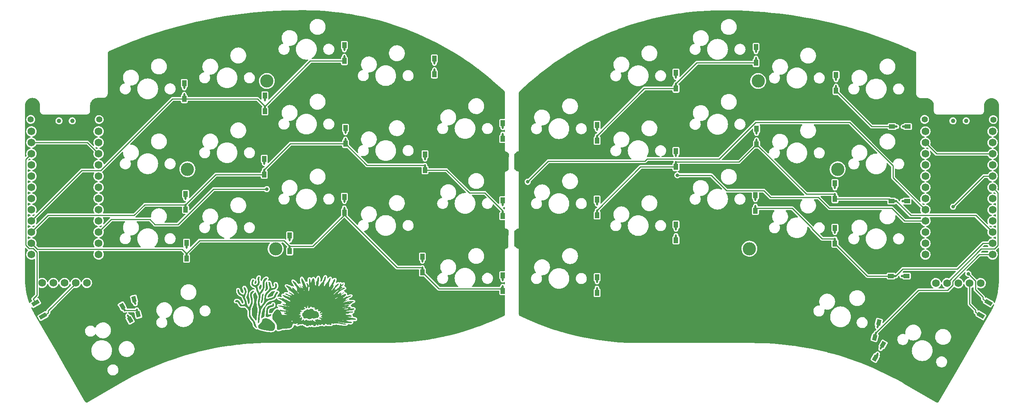
<source format=gbr>
%TF.GenerationSoftware,KiCad,Pcbnew,(6.0.11)*%
%TF.CreationDate,2023-02-07T21:41:21-05:00*%
%TF.ProjectId,main,6d61696e-2e6b-4696-9361-645f70636258,rev?*%
%TF.SameCoordinates,Original*%
%TF.FileFunction,Copper,L1,Top*%
%TF.FilePolarity,Positive*%
%FSLAX46Y46*%
G04 Gerber Fmt 4.6, Leading zero omitted, Abs format (unit mm)*
G04 Created by KiCad (PCBNEW (6.0.11)) date 2023-02-07 21:41:21*
%MOMM*%
%LPD*%
G01*
G04 APERTURE LIST*
G04 Aperture macros list*
%AMRotRect*
0 Rectangle, with rotation*
0 The origin of the aperture is its center*
0 $1 length*
0 $2 width*
0 $3 Rotation angle, in degrees counterclockwise*
0 Add horizontal line*
21,1,$1,$2,0,0,$3*%
%AMFreePoly0*
4,1,13,0.650000,0.228200,1.094200,0.228200,1.129555,0.213555,1.144200,0.178200,1.144200,-0.177400,1.129555,-0.212755,1.094200,-0.227400,0.650000,-0.227400,0.650000,-0.475000,-0.650000,-0.475000,-0.650000,0.475000,0.650000,0.475000,0.650000,0.228200,0.650000,0.228200,$1*%
%AMFreePoly1*
4,1,13,0.650000,-0.475000,-0.650000,-0.475000,-0.650000,-0.228600,-1.094200,-0.228600,-1.129555,-0.213955,-1.144200,-0.178600,-1.144200,0.177000,-1.129555,0.212355,-1.094200,0.227000,-0.650000,0.227000,-0.650000,0.475000,0.650000,0.475000,0.650000,-0.475000,0.650000,-0.475000,$1*%
G04 Aperture macros list end*
%TA.AperFunction,SMDPad,CuDef*%
%ADD10FreePoly0,90.000000*%
%TD*%
%TA.AperFunction,ComponentPad*%
%ADD11C,0.457200*%
%TD*%
%TA.AperFunction,SMDPad,CuDef*%
%ADD12FreePoly1,90.000000*%
%TD*%
%TA.AperFunction,ComponentPad*%
%ADD13C,1.397000*%
%TD*%
%TA.AperFunction,SMDPad,CuDef*%
%ADD14FreePoly0,300.000000*%
%TD*%
%TA.AperFunction,SMDPad,CuDef*%
%ADD15FreePoly1,300.000000*%
%TD*%
%TA.AperFunction,SMDPad,CuDef*%
%ADD16FreePoly0,0.000000*%
%TD*%
%TA.AperFunction,SMDPad,CuDef*%
%ADD17FreePoly1,0.000000*%
%TD*%
%TA.AperFunction,ComponentPad*%
%ADD18C,1.752600*%
%TD*%
%TA.AperFunction,SMDPad,CuDef*%
%ADD19RotRect,0.900000X1.700000X60.000000*%
%TD*%
%TA.AperFunction,SMDPad,CuDef*%
%ADD20FreePoly0,240.000000*%
%TD*%
%TA.AperFunction,SMDPad,CuDef*%
%ADD21FreePoly1,240.000000*%
%TD*%
%TA.AperFunction,SMDPad,CuDef*%
%ADD22FreePoly0,75.000000*%
%TD*%
%TA.AperFunction,SMDPad,CuDef*%
%ADD23FreePoly1,75.000000*%
%TD*%
%TA.AperFunction,SMDPad,CuDef*%
%ADD24FreePoly0,105.000000*%
%TD*%
%TA.AperFunction,SMDPad,CuDef*%
%ADD25FreePoly1,105.000000*%
%TD*%
%TA.AperFunction,ComponentPad*%
%ADD26C,3.000000*%
%TD*%
%TA.AperFunction,SMDPad,CuDef*%
%ADD27RotRect,0.900000X1.700000X120.000000*%
%TD*%
%TA.AperFunction,WasherPad*%
%ADD28C,1.000000*%
%TD*%
%TA.AperFunction,ViaPad*%
%ADD29C,0.800000*%
%TD*%
%TA.AperFunction,Conductor*%
%ADD30C,0.250000*%
%TD*%
G04 APERTURE END LIST*
%TO.C,9-G\u002A\u002A\u002A*%
G36*
X97510984Y-117848759D02*
G01*
X97519158Y-117856621D01*
X97562956Y-117946902D01*
X97584457Y-118085426D01*
X97582133Y-118237027D01*
X97554459Y-118366539D01*
X97542443Y-118393156D01*
X97437478Y-118500770D01*
X97254705Y-118580679D01*
X97027981Y-118627223D01*
X96723833Y-118693338D01*
X96491730Y-118802200D01*
X96327555Y-118956705D01*
X96227190Y-119159751D01*
X96216365Y-119198568D01*
X96197165Y-119310485D01*
X96178601Y-119480642D01*
X96163399Y-119681347D01*
X96157274Y-119798990D01*
X96150068Y-120037044D01*
X96157044Y-120200793D01*
X96185391Y-120301605D01*
X96242302Y-120350846D01*
X96334967Y-120359882D01*
X96470577Y-120340081D01*
X96496418Y-120335060D01*
X96652160Y-120302753D01*
X96787279Y-120272031D01*
X96850163Y-120255784D01*
X96911818Y-120242654D01*
X96936347Y-120264444D01*
X96932290Y-120340502D01*
X96920515Y-120415209D01*
X96886538Y-120569014D01*
X96835614Y-120659429D01*
X96748676Y-120708994D01*
X96652391Y-120732169D01*
X96505863Y-120773013D01*
X96352870Y-120834461D01*
X96333300Y-120844110D01*
X96220834Y-120895178D01*
X96123136Y-120916619D01*
X96008431Y-120910428D01*
X95844944Y-120878600D01*
X95831508Y-120875610D01*
X95716402Y-120844013D01*
X95667436Y-120807762D01*
X95665516Y-120751086D01*
X95667937Y-120740534D01*
X95695725Y-120591137D01*
X95722474Y-120371677D01*
X95748705Y-120077033D01*
X95774936Y-119702084D01*
X95777663Y-119658627D01*
X95816870Y-119271099D01*
X95885742Y-118958270D01*
X95990896Y-118712030D01*
X96138951Y-118524269D01*
X96336526Y-118386876D01*
X96590240Y-118291741D01*
X96906710Y-118230755D01*
X96947137Y-118225600D01*
X97080447Y-118206514D01*
X97150745Y-118180379D01*
X97180465Y-118130800D01*
X97191554Y-118046952D01*
X97230634Y-117903736D01*
X97307683Y-117816700D01*
X97406526Y-117795241D01*
X97510984Y-117848759D01*
G37*
G36*
X94164950Y-111737636D02*
G01*
X94263196Y-111761636D01*
X94304865Y-111823678D01*
X94312238Y-111866384D01*
X94298442Y-111987987D01*
X94253404Y-112092276D01*
X94222576Y-112146235D01*
X94206207Y-112204444D01*
X94204476Y-112285377D01*
X94217563Y-112407510D01*
X94245646Y-112589314D01*
X94259011Y-112670222D01*
X94297234Y-112939751D01*
X94306761Y-113147253D01*
X94283233Y-113313137D01*
X94222293Y-113457815D01*
X94119582Y-113601697D01*
X94041131Y-113690684D01*
X93932325Y-113817097D01*
X93861382Y-113929991D01*
X93827252Y-114046451D01*
X93828886Y-114183563D01*
X93865236Y-114358415D01*
X93935253Y-114588093D01*
X93978183Y-114715996D01*
X94066680Y-114967873D01*
X94137142Y-115145735D01*
X94195123Y-115258220D01*
X94246179Y-115313969D01*
X94295863Y-115321620D01*
X94348032Y-115291234D01*
X94435693Y-115197856D01*
X94547250Y-115050348D01*
X94667969Y-114871371D01*
X94783116Y-114683581D01*
X94877960Y-114509639D01*
X94927823Y-114399551D01*
X94967056Y-114288010D01*
X94993266Y-114178705D01*
X95008601Y-114051173D01*
X95015209Y-113884951D01*
X95015235Y-113659573D01*
X95014260Y-113575753D01*
X95015906Y-113254934D01*
X95032742Y-113001288D01*
X95068295Y-112796825D01*
X95126089Y-112623558D01*
X95209649Y-112463496D01*
X95242272Y-112412332D01*
X95376417Y-112247009D01*
X95529633Y-112116995D01*
X95686451Y-112029708D01*
X95831398Y-111992564D01*
X95949006Y-112012979D01*
X95996046Y-112050962D01*
X96030493Y-112152356D01*
X95986421Y-112270535D01*
X95867613Y-112397483D01*
X95812461Y-112440070D01*
X95678678Y-112560939D01*
X95558226Y-112709105D01*
X95525095Y-112762405D01*
X95484387Y-112841342D01*
X95455449Y-112918314D01*
X95436111Y-113009962D01*
X95424202Y-113132924D01*
X95417554Y-113303843D01*
X95413997Y-113539357D01*
X95413250Y-113620217D01*
X95406696Y-113948735D01*
X95388947Y-114211820D01*
X95353359Y-114429876D01*
X95293285Y-114623306D01*
X95202079Y-114812513D01*
X95073095Y-115017901D01*
X94899689Y-115259873D01*
X94863184Y-115308970D01*
X94708016Y-115526894D01*
X94602413Y-115706382D01*
X94537288Y-115871835D01*
X94503553Y-116047651D01*
X94492122Y-116258230D01*
X94491713Y-116306343D01*
X94475967Y-116529891D01*
X94434088Y-116793406D01*
X94384028Y-117013210D01*
X94336419Y-117218009D01*
X94300027Y-117419448D01*
X94280373Y-117584945D01*
X94278440Y-117636391D01*
X94291309Y-117851401D01*
X94324421Y-118055170D01*
X94372652Y-118230602D01*
X94430876Y-118360599D01*
X94493970Y-118428064D01*
X94517424Y-118433754D01*
X94581533Y-118400462D01*
X94679360Y-118311260D01*
X94797547Y-118182158D01*
X94922741Y-118029167D01*
X95041583Y-117868297D01*
X95140720Y-117715558D01*
X95186643Y-117631533D01*
X95237613Y-117521288D01*
X95276175Y-117415723D01*
X95305891Y-117296954D01*
X95330320Y-117147096D01*
X95353025Y-116948266D01*
X95377566Y-116682577D01*
X95379111Y-116664848D01*
X95410379Y-116343121D01*
X95446422Y-116088672D01*
X95494942Y-115882874D01*
X95563642Y-115707101D01*
X95660226Y-115542724D01*
X95792396Y-115371117D01*
X95967855Y-115173651D01*
X96018251Y-115119281D01*
X96206853Y-114913058D01*
X96345266Y-114744529D01*
X96438068Y-114595603D01*
X96489838Y-114448188D01*
X96505152Y-114284196D01*
X96488590Y-114085534D01*
X96444730Y-113834113D01*
X96399415Y-113613112D01*
X96358348Y-113402792D01*
X96328060Y-113219125D01*
X96311174Y-113080386D01*
X96310315Y-113004855D01*
X96311501Y-113000675D01*
X96376039Y-112947526D01*
X96482888Y-112932569D01*
X96576703Y-112941303D01*
X96635239Y-112982259D01*
X96684798Y-113077571D01*
X96699946Y-113115226D01*
X96754343Y-113286276D01*
X96813249Y-113530553D01*
X96873901Y-113835636D01*
X96920294Y-114105663D01*
X96956618Y-114228976D01*
X97027117Y-114297015D01*
X97062079Y-114312660D01*
X97243001Y-114339386D01*
X97437707Y-114301178D01*
X97618706Y-114208497D01*
X97758506Y-114071804D01*
X97779332Y-114039717D01*
X97813623Y-113974888D01*
X97831724Y-113910577D01*
X97833469Y-113827079D01*
X97818690Y-113704688D01*
X97787220Y-113523699D01*
X97774362Y-113454289D01*
X97768974Y-113331490D01*
X97806753Y-113272290D01*
X97931663Y-113231658D01*
X98044892Y-113264243D01*
X98139915Y-113357462D01*
X98210206Y-113498732D01*
X98249239Y-113675469D01*
X98250490Y-113875089D01*
X98215127Y-114059785D01*
X98128628Y-114269320D01*
X97997806Y-114436894D01*
X97812538Y-114569734D01*
X97562702Y-114675067D01*
X97238173Y-114760119D01*
X97232380Y-114761341D01*
X97060778Y-114802853D01*
X96919833Y-114854115D01*
X96792243Y-114926825D01*
X96660702Y-115032679D01*
X96507908Y-115183374D01*
X96340333Y-115364345D01*
X96134674Y-115602214D01*
X95986684Y-115803575D01*
X95887154Y-115985918D01*
X95826877Y-116166736D01*
X95796646Y-116363519D01*
X95793623Y-116402892D01*
X95784946Y-116587146D01*
X95795787Y-116711694D01*
X95837828Y-116782978D01*
X95922754Y-116807442D01*
X96062246Y-116791527D01*
X96267987Y-116741676D01*
X96361904Y-116716286D01*
X96664570Y-116632882D01*
X96896355Y-116566571D01*
X97069574Y-116512842D01*
X97196543Y-116467183D01*
X97289577Y-116425082D01*
X97360992Y-116382028D01*
X97423102Y-116333508D01*
X97435052Y-116323138D01*
X97544444Y-116195789D01*
X97635182Y-116037093D01*
X97653021Y-115992749D01*
X97706777Y-115842730D01*
X97757290Y-115703499D01*
X97772670Y-115661673D01*
X97845767Y-115523593D01*
X97954340Y-115385197D01*
X98078069Y-115266628D01*
X98196635Y-115188032D01*
X98271221Y-115167426D01*
X98406531Y-115194395D01*
X98475266Y-115266461D01*
X98473962Y-115370363D01*
X98399153Y-115492838D01*
X98365408Y-115527845D01*
X98289477Y-115611504D01*
X98221293Y-115715383D01*
X98151967Y-115856722D01*
X98072609Y-116052759D01*
X98015573Y-116206302D01*
X97923219Y-116402077D01*
X97795334Y-116565278D01*
X97621793Y-116702326D01*
X97392470Y-116819641D01*
X97097241Y-116923644D01*
X96734218Y-117018839D01*
X96379197Y-117123544D01*
X96091219Y-117261662D01*
X95854200Y-117444735D01*
X95652057Y-117684304D01*
X95526054Y-117885831D01*
X95425718Y-118044916D01*
X95298573Y-118221819D01*
X95202144Y-118342278D01*
X94996566Y-118606729D01*
X94838536Y-118871156D01*
X94704014Y-119176419D01*
X94690530Y-119211827D01*
X94620941Y-119432031D01*
X94550167Y-119718664D01*
X94481355Y-120052310D01*
X94417654Y-120413553D01*
X94362214Y-120782974D01*
X94318181Y-121141158D01*
X94288706Y-121468687D01*
X94276936Y-121746144D01*
X94276857Y-121762916D01*
X94274832Y-121921792D01*
X94262796Y-122020115D01*
X94230759Y-122083288D01*
X94168735Y-122136714D01*
X94115689Y-122172840D01*
X94009664Y-122241767D01*
X93932228Y-122288553D01*
X93915915Y-122296913D01*
X93903276Y-122262236D01*
X93896455Y-122151520D01*
X93895593Y-121974495D01*
X93900830Y-121740891D01*
X93905881Y-121603449D01*
X93927722Y-121241068D01*
X93963037Y-120850369D01*
X94007591Y-120473756D01*
X94041720Y-120242971D01*
X94100957Y-119846341D01*
X94135783Y-119516555D01*
X94146155Y-119238030D01*
X94132030Y-118995180D01*
X94093367Y-118772422D01*
X94037166Y-118575070D01*
X93971131Y-118339609D01*
X93928888Y-118090484D01*
X93904739Y-117793283D01*
X93903475Y-117767595D01*
X93895476Y-117538933D01*
X93898923Y-117362871D01*
X93917176Y-117206433D01*
X93953595Y-117036643D01*
X93993244Y-116886546D01*
X94040720Y-116710800D01*
X94074970Y-116563615D01*
X94093821Y-116432334D01*
X94095103Y-116304298D01*
X94076644Y-116166853D01*
X94036272Y-116007340D01*
X93971816Y-115813103D01*
X93881105Y-115571486D01*
X93761966Y-115269831D01*
X93681246Y-115068021D01*
X93600526Y-114861343D01*
X93533050Y-114678986D01*
X93484802Y-114537856D01*
X93461767Y-114454859D01*
X93460646Y-114444840D01*
X93439055Y-114361339D01*
X93386292Y-114251155D01*
X93376345Y-114234336D01*
X93298327Y-114139433D01*
X93185345Y-114072233D01*
X93053671Y-114026995D01*
X92797151Y-113919444D01*
X92599767Y-113766636D01*
X92492258Y-113617232D01*
X92442612Y-113447662D01*
X92432602Y-113230679D01*
X92458058Y-112992827D01*
X92514811Y-112760648D01*
X92598690Y-112560687D01*
X92675771Y-112449067D01*
X92776969Y-112384827D01*
X92887789Y-112380856D01*
X92980947Y-112429479D01*
X93029161Y-112523019D01*
X93031027Y-112549015D01*
X93014334Y-112625192D01*
X92971047Y-112749198D01*
X92923582Y-112863980D01*
X92840836Y-113099267D01*
X92825716Y-113287266D01*
X92880558Y-113436593D01*
X93007693Y-113555861D01*
X93128519Y-113620596D01*
X93282146Y-113667448D01*
X93419727Y-113654076D01*
X93558928Y-113574615D01*
X93714864Y-113425973D01*
X93832546Y-113283626D01*
X93899309Y-113154010D01*
X93920771Y-113011298D01*
X93902552Y-112829664D01*
X93874808Y-112690784D01*
X93823099Y-112416746D01*
X93805252Y-112206906D01*
X93822048Y-112046126D01*
X93874271Y-111919267D01*
X93917827Y-111859123D01*
X94012940Y-111767421D01*
X94107024Y-111736093D01*
X94164950Y-111737636D01*
G37*
G36*
X106859254Y-114828101D02*
G01*
X106864762Y-114595037D01*
X106866923Y-114379496D01*
X106869393Y-114093813D01*
X106874676Y-113885096D01*
X106883452Y-113744381D01*
X106896400Y-113662705D01*
X106914200Y-113631103D01*
X106923667Y-113630726D01*
X106957815Y-113681786D01*
X106986044Y-113797862D01*
X106998878Y-113902920D01*
X107020367Y-114157443D01*
X107078053Y-113879675D01*
X107104881Y-113693543D01*
X107120365Y-113469445D01*
X107121261Y-113254990D01*
X107121031Y-113249281D01*
X107115966Y-113070232D01*
X107121752Y-112953790D01*
X107142573Y-112876866D01*
X107182617Y-112816370D01*
X107203769Y-112792859D01*
X107269215Y-112689698D01*
X107323590Y-112525697D01*
X107364050Y-112331677D01*
X107418111Y-112090599D01*
X107483254Y-111928596D01*
X107563087Y-111839109D01*
X107648189Y-111815141D01*
X107716549Y-111853250D01*
X107768746Y-111971063D01*
X107770222Y-111976309D01*
X107795537Y-112082166D01*
X107808849Y-112187408D01*
X107809426Y-112309206D01*
X107796537Y-112464732D01*
X107769451Y-112671156D01*
X107729504Y-112932569D01*
X107676128Y-113315227D01*
X107649412Y-113620099D01*
X107649143Y-113851051D01*
X107670873Y-113997181D01*
X107699622Y-114055324D01*
X107742433Y-114053580D01*
X107803656Y-113987079D01*
X107887639Y-113850948D01*
X107998729Y-113640318D01*
X108010777Y-113616403D01*
X108156124Y-113357249D01*
X108291177Y-113180486D01*
X108418303Y-113083489D01*
X108511269Y-113061503D01*
X108580638Y-113020419D01*
X108659914Y-112902472D01*
X108745100Y-112715627D01*
X108832196Y-112467844D01*
X108866457Y-112354202D01*
X108934442Y-112149420D01*
X109011948Y-111963928D01*
X109090522Y-111814090D01*
X109161714Y-111716268D01*
X109211457Y-111686207D01*
X109295890Y-111722651D01*
X109336576Y-111830106D01*
X109333793Y-112005757D01*
X109287820Y-112246791D01*
X109198933Y-112550392D01*
X109098047Y-112833965D01*
X109007017Y-113090775D01*
X108948244Y-113302439D01*
X108914240Y-113500025D01*
X108900803Y-113652451D01*
X108895332Y-113854117D01*
X108908438Y-113972866D01*
X108939834Y-114008385D01*
X108989238Y-113960364D01*
X109056362Y-113828491D01*
X109058159Y-113824363D01*
X109117203Y-113717895D01*
X109217549Y-113567054D01*
X109344617Y-113392780D01*
X109469604Y-113233415D01*
X109642771Y-113008966D01*
X109791476Y-112793700D01*
X109907323Y-112601484D01*
X109981916Y-112446180D01*
X110006918Y-112346074D01*
X110038303Y-112289083D01*
X110114861Y-112206062D01*
X110211127Y-112119957D01*
X110301637Y-112053712D01*
X110357665Y-112030031D01*
X110383433Y-112071468D01*
X110391043Y-112193328D01*
X110386414Y-112308633D01*
X110366462Y-112479044D01*
X110323660Y-112638650D01*
X110247965Y-112819462D01*
X110188156Y-112940559D01*
X110092703Y-113141578D01*
X110046788Y-113273888D01*
X110050466Y-113336712D01*
X110069674Y-113396477D01*
X110084848Y-113520150D01*
X110093713Y-113685701D01*
X110095041Y-113768492D01*
X110096788Y-114157443D01*
X110225724Y-114007019D01*
X110294959Y-113916238D01*
X110396881Y-113769841D01*
X110519485Y-113585640D01*
X110650767Y-113381442D01*
X110696735Y-113308239D01*
X110846826Y-113060869D01*
X110950525Y-112873008D01*
X111012578Y-112735072D01*
X111037730Y-112637479D01*
X111038810Y-112617338D01*
X111075940Y-112468521D01*
X111172785Y-112352395D01*
X111307528Y-112291822D01*
X111353171Y-112287899D01*
X111443102Y-112306698D01*
X111468590Y-112366055D01*
X111449142Y-112498182D01*
X111395794Y-112684053D01*
X111316045Y-112902082D01*
X111217392Y-113130683D01*
X111166403Y-113236084D01*
X111077515Y-113427872D01*
X111036726Y-113555351D01*
X111041570Y-113623211D01*
X111080684Y-113745715D01*
X111064734Y-113907798D01*
X110991967Y-114114493D01*
X110860630Y-114370831D01*
X110677003Y-114669536D01*
X110511347Y-114923761D01*
X110640199Y-114832011D01*
X110717850Y-114766253D01*
X110820361Y-114660092D01*
X110953599Y-114506697D01*
X111123430Y-114299236D01*
X111335721Y-114030879D01*
X111410345Y-113935186D01*
X111551838Y-113767159D01*
X111707157Y-113605232D01*
X111861483Y-113462577D01*
X111999996Y-113352367D01*
X112107877Y-113287774D01*
X112151520Y-113276393D01*
X112218285Y-113295616D01*
X112241306Y-113368593D01*
X112242194Y-113400782D01*
X112225007Y-113491674D01*
X112166882Y-113591382D01*
X112057973Y-113712761D01*
X111888433Y-113868668D01*
X111874608Y-113880713D01*
X111803086Y-113950362D01*
X111700243Y-114059960D01*
X111577582Y-114196123D01*
X111446605Y-114345466D01*
X111318816Y-114494606D01*
X111205717Y-114630159D01*
X111118812Y-114738740D01*
X111069602Y-114806965D01*
X111064251Y-114823602D01*
X111104980Y-114794329D01*
X111184835Y-114717918D01*
X111277456Y-114620644D01*
X111377106Y-114520972D01*
X111455386Y-114458874D01*
X111493679Y-114447562D01*
X111490284Y-114495167D01*
X111431796Y-114592802D01*
X111316223Y-114743164D01*
X111141573Y-114948948D01*
X111031322Y-115073635D01*
X110910300Y-115212974D01*
X110808449Y-115337285D01*
X110742144Y-115426317D01*
X110729623Y-115446783D01*
X110724877Y-115475827D01*
X110766421Y-115450497D01*
X110843905Y-115381072D01*
X110946981Y-115277832D01*
X111065298Y-115151059D01*
X111188505Y-115011031D01*
X111283162Y-114896966D01*
X111406537Y-114750301D01*
X111494142Y-114664620D01*
X111558285Y-114629655D01*
X111601474Y-114631454D01*
X111699054Y-114620974D01*
X111838751Y-114539377D01*
X111866782Y-114518439D01*
X112132767Y-114299777D01*
X112327209Y-114102505D01*
X112457963Y-113915088D01*
X112532883Y-113725988D01*
X112559825Y-113523669D01*
X112560197Y-113500062D01*
X112563579Y-113368425D01*
X112578738Y-113302516D01*
X112616048Y-113282119D01*
X112670440Y-113285172D01*
X112759865Y-113321554D01*
X112814632Y-113418613D01*
X112820541Y-113437561D01*
X112858205Y-113531720D01*
X112895720Y-113576618D01*
X112899471Y-113577239D01*
X112953019Y-113553929D01*
X113050147Y-113494034D01*
X113126891Y-113441071D01*
X113236032Y-113370373D01*
X113316409Y-113332432D01*
X113343224Y-113331625D01*
X113360809Y-113405334D01*
X113312609Y-113513202D01*
X113205810Y-113643962D01*
X113059211Y-113777030D01*
X112905510Y-113909789D01*
X112824057Y-114003179D01*
X112813092Y-114061549D01*
X112870853Y-114089243D01*
X112931191Y-114092975D01*
X113039802Y-114114579D01*
X113087264Y-114160183D01*
X113086321Y-114214627D01*
X113036114Y-114277788D01*
X112926733Y-114358773D01*
X112762837Y-114458289D01*
X112663402Y-114525971D01*
X112602363Y-114586537D01*
X112596523Y-114597967D01*
X112602479Y-114646843D01*
X112669832Y-114638923D01*
X112796269Y-114575112D01*
X112979479Y-114456318D01*
X113007464Y-114436800D01*
X113226060Y-114299590D01*
X113396409Y-114230100D01*
X113522221Y-114227571D01*
X113607202Y-114291243D01*
X113619460Y-114311546D01*
X113651213Y-114384535D01*
X113653206Y-114412193D01*
X113611750Y-114435353D01*
X113509865Y-114489965D01*
X113363289Y-114567644D01*
X113203346Y-114651831D01*
X112894632Y-114820828D01*
X112653925Y-114969868D01*
X112468435Y-115108329D01*
X112325374Y-115245588D01*
X112229034Y-115366253D01*
X112123635Y-115526800D01*
X112061842Y-115645754D01*
X112047930Y-115713723D01*
X112065295Y-115726140D01*
X112115332Y-115703992D01*
X112217280Y-115645114D01*
X112351799Y-115560850D01*
X112394974Y-115532739D01*
X112582310Y-115415141D01*
X112707292Y-115351657D01*
X112774610Y-115342610D01*
X112788953Y-115388321D01*
X112755011Y-115489114D01*
X112723836Y-115555357D01*
X112668633Y-115676159D01*
X112637717Y-115762533D01*
X112635768Y-115790215D01*
X112674283Y-115772731D01*
X112760520Y-115709767D01*
X112878362Y-115613407D01*
X112923898Y-115574196D01*
X113089075Y-115440408D01*
X113213913Y-115364932D01*
X113312394Y-115339464D01*
X113319385Y-115339338D01*
X113408795Y-115345816D01*
X113445579Y-115361224D01*
X113412031Y-115393582D01*
X113325089Y-115455021D01*
X113231097Y-115515082D01*
X113115524Y-115597100D01*
X112992675Y-115701248D01*
X112878212Y-115811649D01*
X112787795Y-115912431D01*
X112737086Y-115987719D01*
X112734784Y-116018165D01*
X112779665Y-116010487D01*
X112888171Y-115975548D01*
X113044462Y-115918857D01*
X113232699Y-115845921D01*
X113250473Y-115838825D01*
X113489457Y-115744170D01*
X113659739Y-115681817D01*
X113772238Y-115651673D01*
X113837869Y-115653643D01*
X113867551Y-115687635D01*
X113872199Y-115753555D01*
X113864741Y-115833561D01*
X113844943Y-115955745D01*
X113808046Y-116050781D01*
X113739886Y-116136456D01*
X113626298Y-116230558D01*
X113453117Y-116350874D01*
X113452422Y-116351340D01*
X113316361Y-116445419D01*
X113243630Y-116505892D01*
X113224395Y-116544268D01*
X113248822Y-116572057D01*
X113258912Y-116577803D01*
X113395693Y-116604872D01*
X113550283Y-116559206D01*
X113705139Y-116446420D01*
X113721967Y-116429610D01*
X113837846Y-116330666D01*
X113950359Y-116289456D01*
X114020635Y-116284854D01*
X114127211Y-116271588D01*
X114290003Y-116235771D01*
X114484141Y-116183370D01*
X114628730Y-116138930D01*
X114849894Y-116071261D01*
X114995292Y-116036520D01*
X115068265Y-116034018D01*
X115078743Y-116046313D01*
X115060496Y-116102947D01*
X114999471Y-116165585D01*
X114886239Y-116240489D01*
X114711375Y-116333922D01*
X114473532Y-116448374D01*
X114187831Y-116595162D01*
X113985444Y-116729689D01*
X113866913Y-116851529D01*
X113832381Y-116950281D01*
X113796575Y-116998152D01*
X113706439Y-117057285D01*
X113660030Y-117080144D01*
X113543197Y-117136591D01*
X113502342Y-117165119D01*
X113532336Y-117166265D01*
X113628048Y-117140570D01*
X113784349Y-117088573D01*
X113869149Y-117058173D01*
X114033282Y-117000067D01*
X114168209Y-116955614D01*
X114252481Y-116931751D01*
X114266980Y-116929524D01*
X114309489Y-116945277D01*
X114272788Y-116992208D01*
X114157576Y-117069820D01*
X113964549Y-117177619D01*
X113791620Y-117266695D01*
X113604680Y-117364397D01*
X113447349Y-117453513D01*
X113334981Y-117524846D01*
X113282933Y-117569200D01*
X113281496Y-117572194D01*
X113285869Y-117610296D01*
X113343014Y-117596681D01*
X113429327Y-117571668D01*
X113565802Y-117543437D01*
X113672540Y-117525783D01*
X113832601Y-117494530D01*
X113975556Y-117453900D01*
X114039537Y-117427770D01*
X114157563Y-117389438D01*
X114308607Y-117368063D01*
X114356679Y-117366467D01*
X114495139Y-117357636D01*
X114607249Y-117335451D01*
X114634351Y-117324685D01*
X114703109Y-117310164D01*
X114827977Y-117302436D01*
X114989987Y-117300758D01*
X115170176Y-117304389D01*
X115349578Y-117312585D01*
X115509227Y-117324604D01*
X115630157Y-117339704D01*
X115693404Y-117357141D01*
X115697588Y-117366318D01*
X115650231Y-117402608D01*
X115546059Y-117464321D01*
X115405631Y-117539438D01*
X115373143Y-117555951D01*
X115168646Y-117674357D01*
X115035327Y-117786306D01*
X115000283Y-117833966D01*
X114929667Y-117920691D01*
X114855335Y-117960457D01*
X114850283Y-117960724D01*
X114751600Y-117981651D01*
X114678371Y-118013802D01*
X114589654Y-118039262D01*
X114436743Y-118058453D01*
X114241315Y-118068947D01*
X114176205Y-118070048D01*
X113918406Y-118080170D01*
X113725302Y-118107370D01*
X113583474Y-118151556D01*
X113479461Y-118201088D01*
X113422886Y-118239034D01*
X113419380Y-118249969D01*
X113467951Y-118251073D01*
X113578849Y-118235922D01*
X113730655Y-118207631D01*
X113775731Y-118198175D01*
X114048458Y-118152372D01*
X114271504Y-118141121D01*
X114435392Y-118164029D01*
X114530645Y-118220705D01*
X114536921Y-118229608D01*
X114558065Y-118328487D01*
X114500856Y-118417708D01*
X114372895Y-118487032D01*
X114337600Y-118498145D01*
X114238452Y-118538547D01*
X114218350Y-118577323D01*
X114270410Y-118610874D01*
X114387743Y-118635603D01*
X114563463Y-118647911D01*
X114625660Y-118648644D01*
X114796229Y-118651990D01*
X114896550Y-118664084D01*
X114942143Y-118688016D01*
X114949809Y-118713111D01*
X114917482Y-118770136D01*
X114889385Y-118777578D01*
X114852030Y-118792128D01*
X114862847Y-118850171D01*
X114878641Y-118887006D01*
X114930311Y-118963793D01*
X115007852Y-118980775D01*
X115057254Y-118974461D01*
X115289919Y-118937455D01*
X115455493Y-118919234D01*
X115570813Y-118920023D01*
X115652715Y-118940045D01*
X115718036Y-118979526D01*
X115722797Y-118983327D01*
X115791303Y-119049702D01*
X115795744Y-119100911D01*
X115770479Y-119137965D01*
X115682831Y-119194180D01*
X115614220Y-119207358D01*
X115466303Y-119228279D01*
X115389794Y-119289542D01*
X115379589Y-119336111D01*
X115372136Y-119366583D01*
X115341199Y-119388636D01*
X115273915Y-119404274D01*
X115157418Y-119415499D01*
X114978842Y-119424313D01*
X114767152Y-119431452D01*
X114433517Y-119448280D01*
X114183869Y-119475895D01*
X114016889Y-119514556D01*
X113931255Y-119564523D01*
X113918337Y-119598162D01*
X113946077Y-119636186D01*
X114033630Y-119660723D01*
X114187487Y-119672297D01*
X114414144Y-119671432D01*
X114688498Y-119660311D01*
X115009208Y-119648254D01*
X115247822Y-119649931D01*
X115407211Y-119666048D01*
X115490241Y-119697311D01*
X115499783Y-119744426D01*
X115438704Y-119808098D01*
X115399715Y-119835384D01*
X115289428Y-119879354D01*
X115120394Y-119913095D01*
X114980679Y-119927503D01*
X114773636Y-119951168D01*
X114638610Y-119991104D01*
X114584496Y-120026249D01*
X114431172Y-120125921D01*
X114232690Y-120180722D01*
X113998958Y-120195852D01*
X113846597Y-120202824D01*
X113777827Y-120225523D01*
X113791277Y-120266630D01*
X113885579Y-120328821D01*
X113921274Y-120347794D01*
X114032889Y-120382669D01*
X114218517Y-120413057D01*
X114466258Y-120437193D01*
X114571336Y-120444189D01*
X115094978Y-120475209D01*
X115132288Y-120619600D01*
X115150660Y-120723127D01*
X115146444Y-120786173D01*
X115143992Y-120789599D01*
X115092512Y-120802459D01*
X114975412Y-120815872D01*
X114812985Y-120827803D01*
X114711762Y-120832991D01*
X114536725Y-120843935D01*
X114399480Y-120858777D01*
X114318726Y-120875154D01*
X114305139Y-120884340D01*
X114347715Y-120916080D01*
X114474511Y-120955070D01*
X114684123Y-121000978D01*
X114975149Y-121053472D01*
X115121721Y-121077468D01*
X115428800Y-121126802D01*
X115661937Y-121165671D01*
X115832094Y-121197004D01*
X115950232Y-121223731D01*
X116027316Y-121248782D01*
X116074308Y-121275087D01*
X116102169Y-121305575D01*
X116121864Y-121343177D01*
X116122692Y-121344992D01*
X116147545Y-121427113D01*
X116129851Y-121485657D01*
X116060837Y-121523358D01*
X115931733Y-121542949D01*
X115733767Y-121547163D01*
X115495885Y-121540334D01*
X115241901Y-121533127D01*
X115053958Y-121536452D01*
X114912649Y-121551530D01*
X114798565Y-121579582D01*
X114781902Y-121585229D01*
X114631471Y-121624703D01*
X114483696Y-121626955D01*
X114361437Y-121608979D01*
X114179993Y-121587433D01*
X114045107Y-121595536D01*
X113971060Y-121631501D01*
X113961315Y-121659010D01*
X114003687Y-121725191D01*
X114128387Y-121790655D01*
X114331789Y-121853995D01*
X114610269Y-121913803D01*
X114624500Y-121916387D01*
X114894891Y-121969421D01*
X115085001Y-122018133D01*
X115200162Y-122065896D01*
X115245703Y-122116085D01*
X115226954Y-122172072D01*
X115149246Y-122237231D01*
X115140558Y-122242996D01*
X115067850Y-122280246D01*
X114981693Y-122295605D01*
X114856289Y-122291096D01*
X114720970Y-122275894D01*
X114546908Y-122259860D01*
X114389246Y-122255681D01*
X114283096Y-122264129D01*
X114094229Y-122289837D01*
X113868614Y-122291645D01*
X113593830Y-122268704D01*
X113257456Y-122220165D01*
X113015798Y-122177452D01*
X112767592Y-122132276D01*
X112531293Y-122091099D01*
X112327934Y-122057458D01*
X112178550Y-122034891D01*
X112134749Y-122029314D01*
X111919859Y-122005157D01*
X112113260Y-122068292D01*
X112227798Y-122099487D01*
X112404714Y-122140284D01*
X112621658Y-122185828D01*
X112856275Y-122231265D01*
X112904419Y-122240106D01*
X113145462Y-122286888D01*
X113378679Y-122337378D01*
X113579742Y-122385974D01*
X113724326Y-122427075D01*
X113741001Y-122432724D01*
X113870474Y-122477561D01*
X113962064Y-122508017D01*
X113992058Y-122516664D01*
X114003980Y-122549995D01*
X114004293Y-122559642D01*
X113964001Y-122588565D01*
X113850731Y-122601854D01*
X113675886Y-122600240D01*
X113450869Y-122584456D01*
X113187087Y-122555232D01*
X112895942Y-122513302D01*
X112665168Y-122473713D01*
X112219896Y-122400502D01*
X111851218Y-122358671D01*
X111555776Y-122348037D01*
X111330212Y-122368422D01*
X111224717Y-122396292D01*
X111119231Y-122423211D01*
X111014888Y-122416128D01*
X110874719Y-122373227D01*
X110703224Y-122324052D01*
X110595447Y-122326689D01*
X110544164Y-122384408D01*
X110542154Y-122500482D01*
X110545523Y-122522344D01*
X110573608Y-122688576D01*
X110311598Y-122688576D01*
X110169014Y-122686615D01*
X110096582Y-122676747D01*
X110078521Y-122652993D01*
X110099050Y-122609376D01*
X110099713Y-122608313D01*
X110128352Y-122510629D01*
X110120872Y-122452565D01*
X110095538Y-122414843D01*
X110058472Y-122435219D01*
X109994426Y-122522078D01*
X109994422Y-122522084D01*
X109912203Y-122617700D01*
X109829866Y-122673947D01*
X109812460Y-122678620D01*
X109736135Y-122661487D01*
X109615964Y-122605520D01*
X109477450Y-122522668D01*
X109472336Y-122519263D01*
X109307871Y-122421683D01*
X109196070Y-122386984D01*
X109130708Y-122415436D01*
X109105556Y-122507309D01*
X109104800Y-122535201D01*
X109076985Y-122656343D01*
X109007289Y-122742457D01*
X108916339Y-122769084D01*
X108908573Y-122767875D01*
X108834840Y-122723578D01*
X108749940Y-122631822D01*
X108722682Y-122593029D01*
X108650443Y-122494997D01*
X108594683Y-122461586D01*
X108542836Y-122475425D01*
X108437884Y-122508533D01*
X108359534Y-122516664D01*
X108283082Y-122530266D01*
X108271487Y-122583747D01*
X108275765Y-122602620D01*
X108279476Y-122658003D01*
X108238226Y-122682770D01*
X108131947Y-122688573D01*
X108127732Y-122688576D01*
X107947587Y-122672399D01*
X107797131Y-122629088D01*
X107698029Y-122566473D01*
X107672533Y-122524079D01*
X107659896Y-122515793D01*
X107650223Y-122578810D01*
X107647875Y-122624109D01*
X107634039Y-122783777D01*
X107599552Y-122863197D01*
X107535151Y-122865973D01*
X107431576Y-122795708D01*
X107362921Y-122734972D01*
X107162102Y-122549864D01*
X107103665Y-122651454D01*
X107047581Y-122752919D01*
X107014443Y-122817510D01*
X106963212Y-122890483D01*
X106882469Y-122929846D01*
X106748688Y-122944691D01*
X106682504Y-122945786D01*
X106473576Y-122946444D01*
X106500713Y-122801791D01*
X106510972Y-122663111D01*
X106489201Y-122560620D01*
X106440571Y-122516940D01*
X106435566Y-122516664D01*
X106404370Y-122552701D01*
X106397186Y-122602620D01*
X106364135Y-122666076D01*
X106289501Y-122690773D01*
X106210057Y-122673281D01*
X106166754Y-122624109D01*
X106121543Y-122564632D01*
X106067281Y-122587821D01*
X106010974Y-122687151D01*
X105937724Y-122825768D01*
X105864298Y-122881455D01*
X105785225Y-122857077D01*
X105749349Y-122824012D01*
X105649502Y-122746794D01*
X105554212Y-122746883D01*
X105447206Y-122825566D01*
X105423987Y-122849744D01*
X105321724Y-122933523D01*
X105200224Y-122964993D01*
X105135938Y-122966991D01*
X104964334Y-122956226D01*
X104862347Y-122920519D01*
X104815230Y-122851402D01*
X104807000Y-122778117D01*
X104801260Y-122692022D01*
X104766883Y-122669807D01*
X104678133Y-122694993D01*
X104677528Y-122695204D01*
X104543724Y-122721064D01*
X104452400Y-122697194D01*
X104420198Y-122631331D01*
X104381589Y-122587014D01*
X104283144Y-122545244D01*
X104150938Y-122511379D01*
X104011046Y-122490775D01*
X103889542Y-122488787D01*
X103817258Y-122507469D01*
X103727356Y-122533384D01*
X103607933Y-122505138D01*
X103529305Y-122482875D01*
X103452237Y-122485976D01*
X103351480Y-122519826D01*
X103201788Y-122589811D01*
X103194738Y-122593284D01*
X103047998Y-122661528D01*
X102925847Y-122710932D01*
X102853261Y-122731458D01*
X102850687Y-122731554D01*
X102795721Y-122704315D01*
X102795747Y-122640537D01*
X102847766Y-122567129D01*
X102871069Y-122548633D01*
X102933477Y-122465213D01*
X102931096Y-122409219D01*
X107600570Y-122409219D01*
X107622059Y-122430708D01*
X107643548Y-122409219D01*
X107622059Y-122387730D01*
X107600570Y-122409219D01*
X102931096Y-122409219D01*
X102930524Y-122395773D01*
X102905398Y-122322185D01*
X102890447Y-122301774D01*
X102845590Y-122315787D01*
X102742063Y-122352672D01*
X102601520Y-122404699D01*
X102589497Y-122409219D01*
X102402767Y-122476877D01*
X102282963Y-122509881D01*
X102217651Y-122506598D01*
X102194395Y-122465396D01*
X102200763Y-122384640D01*
X102205395Y-122358776D01*
X102235015Y-122200888D01*
X102134967Y-122274427D01*
X102020149Y-122354772D01*
X101921687Y-122419510D01*
X101845748Y-122487280D01*
X101802796Y-122587703D01*
X101783230Y-122704045D01*
X101713261Y-122961517D01*
X101570436Y-123173704D01*
X101356068Y-123338765D01*
X101314840Y-123360870D01*
X101219390Y-123405882D01*
X101125315Y-123438969D01*
X101015012Y-123463087D01*
X100870879Y-123481191D01*
X100675311Y-123496234D01*
X100423243Y-123510518D01*
X100062634Y-123532682D01*
X99769134Y-123559327D01*
X99523912Y-123593474D01*
X99308135Y-123638143D01*
X99102968Y-123696354D01*
X98959981Y-123745186D01*
X98743767Y-123814817D01*
X98585012Y-123842707D01*
X98466007Y-123828808D01*
X98369044Y-123773072D01*
X98336857Y-123743491D01*
X98276522Y-123669556D01*
X98244383Y-123582603D01*
X98232210Y-123453382D01*
X98231041Y-123367433D01*
X98200974Y-122911101D01*
X98111500Y-122515741D01*
X97996598Y-122257447D01*
X101755562Y-122257447D01*
X101787065Y-122281094D01*
X101820029Y-122274338D01*
X101876578Y-122243833D01*
X101884496Y-122232709D01*
X101849401Y-122217685D01*
X101820029Y-122215818D01*
X101762824Y-122238310D01*
X101755562Y-122257447D01*
X97996598Y-122257447D01*
X97961956Y-122179574D01*
X97751676Y-121900823D01*
X97656406Y-121811014D01*
X101506136Y-121811014D01*
X101519897Y-121863336D01*
X101549332Y-121912869D01*
X101590947Y-121966081D01*
X101638879Y-121968096D01*
X101721244Y-121924509D01*
X101804038Y-121866286D01*
X101841348Y-121821645D01*
X101841518Y-121819750D01*
X101803368Y-121798634D01*
X101708074Y-121786895D01*
X101669606Y-121786038D01*
X101551592Y-121789937D01*
X101506136Y-121811014D01*
X97656406Y-121811014D01*
X97646165Y-121801360D01*
X97445014Y-121602091D01*
X97313695Y-121398140D01*
X97238709Y-121163730D01*
X97213041Y-120974140D01*
X97209644Y-120734233D01*
X97245698Y-120504775D01*
X97327235Y-120265721D01*
X97460286Y-119997027D01*
X97557513Y-119829507D01*
X97719555Y-119578309D01*
X97744282Y-119547399D01*
X98953445Y-119547399D01*
X99041485Y-119671041D01*
X99101217Y-119769171D01*
X99180011Y-119917562D01*
X99262814Y-120087577D01*
X99279693Y-120124201D01*
X99429859Y-120453720D01*
X100066230Y-120452197D01*
X100310174Y-120450912D01*
X100478337Y-120447616D01*
X100580890Y-120441099D01*
X100628002Y-120430153D01*
X100629846Y-120413569D01*
X100596592Y-120390136D01*
X100595156Y-120389313D01*
X100491449Y-120345519D01*
X100407979Y-120320186D01*
X103215059Y-120320186D01*
X103225531Y-120358791D01*
X103321338Y-120407227D01*
X103410310Y-120437914D01*
X103545233Y-120488035D01*
X103643160Y-120538583D01*
X103677769Y-120570909D01*
X103669997Y-120654188D01*
X103610853Y-120754892D01*
X103521314Y-120844035D01*
X103450945Y-120884355D01*
X103371734Y-120918203D01*
X103355934Y-120951376D01*
X103403130Y-121007989D01*
X103448079Y-121050608D01*
X103550410Y-121146743D01*
X103669245Y-121036610D01*
X103791032Y-120946799D01*
X103881437Y-120923333D01*
X103930066Y-120962567D01*
X103926528Y-121060853D01*
X103906575Y-121119879D01*
X103903132Y-121227826D01*
X103931574Y-121274226D01*
X103958708Y-121321310D01*
X103949183Y-121378207D01*
X103895597Y-121465855D01*
X103834966Y-121547486D01*
X103751819Y-121659173D01*
X103718261Y-121716470D01*
X103730237Y-121732147D01*
X103780132Y-121720110D01*
X103877680Y-121673084D01*
X103997188Y-121595055D01*
X104032773Y-121567993D01*
X104159207Y-121486807D01*
X104267257Y-121466924D01*
X104301507Y-121471571D01*
X104377849Y-121500583D01*
X104393948Y-121535873D01*
X104383046Y-121602842D01*
X104393291Y-121703304D01*
X104417585Y-121802319D01*
X104448831Y-121864946D01*
X104462227Y-121871994D01*
X104505190Y-121836808D01*
X104518793Y-121807527D01*
X105064868Y-121807527D01*
X105086357Y-121829016D01*
X105107846Y-121807527D01*
X105086357Y-121786038D01*
X105064868Y-121807527D01*
X104518793Y-121807527D01*
X104525201Y-121793733D01*
X104582353Y-121692614D01*
X104679296Y-121584945D01*
X104789849Y-121494582D01*
X104887833Y-121445381D01*
X104910949Y-121442214D01*
X105032335Y-121477313D01*
X105098778Y-121574821D01*
X105107846Y-121644575D01*
X105116995Y-121713395D01*
X105159642Y-121710205D01*
X105190048Y-121692452D01*
X105265338Y-121665152D01*
X105361716Y-121679244D01*
X105440399Y-121707167D01*
X105551922Y-121745864D01*
X105621702Y-121747346D01*
X105686209Y-121710045D01*
X105704121Y-121695827D01*
X105816135Y-121642662D01*
X105912709Y-121673708D01*
X105970112Y-121748116D01*
X106026632Y-121819711D01*
X106073409Y-121806089D01*
X106109764Y-121707511D01*
X106112712Y-121693434D01*
X106160419Y-121545284D01*
X106224206Y-121462392D01*
X106292585Y-121449524D01*
X106354071Y-121511444D01*
X106381592Y-121581893D01*
X106430864Y-121687553D01*
X106512064Y-121731360D01*
X106534113Y-121734773D01*
X106646354Y-121774228D01*
X106747635Y-121845174D01*
X106842484Y-121911447D01*
X106923551Y-121905728D01*
X106923667Y-121905671D01*
X106985454Y-121861606D01*
X106997511Y-121838248D01*
X106973096Y-121783554D01*
X106933044Y-121724101D01*
X106889697Y-121638029D01*
X113110669Y-121638029D01*
X113162326Y-121645151D01*
X113209200Y-121646266D01*
X113297652Y-121642806D01*
X113320482Y-121633067D01*
X113306401Y-121627575D01*
X113203192Y-121619570D01*
X113134489Y-121626707D01*
X113110669Y-121638029D01*
X106889697Y-121638029D01*
X106882563Y-121623864D01*
X106869944Y-121557310D01*
X106882363Y-121503201D01*
X106935429Y-121488473D01*
X107020367Y-121498356D01*
X107119006Y-121506222D01*
X107169188Y-121494300D01*
X107170790Y-121489752D01*
X107204394Y-121447265D01*
X107272123Y-121402507D01*
X107348836Y-121374180D01*
X107429332Y-121384270D01*
X107547551Y-121437092D01*
X107548667Y-121437661D01*
X107698768Y-121493003D01*
X107895844Y-121536843D01*
X108038282Y-121555438D01*
X108198150Y-121568850D01*
X108286550Y-121570883D01*
X108317563Y-121558490D01*
X108305273Y-121528624D01*
X108284006Y-121502277D01*
X108218254Y-121406656D01*
X108188655Y-121345514D01*
X108129759Y-121280928D01*
X108085421Y-121268779D01*
X107988670Y-121247122D01*
X107911626Y-121213258D01*
X107845670Y-121165359D01*
X107849777Y-121114136D01*
X107873645Y-121078223D01*
X107911726Y-121034674D01*
X107958009Y-121018560D01*
X108036792Y-121029050D01*
X108172374Y-121065313D01*
X108180790Y-121067705D01*
X108355391Y-121107686D01*
X108469372Y-121108979D01*
X108508871Y-121095306D01*
X108580451Y-121037288D01*
X108570404Y-120992064D01*
X108483030Y-120970126D01*
X108457305Y-120969456D01*
X108333765Y-120955266D01*
X108244015Y-120925822D01*
X108235126Y-120916203D01*
X113636131Y-120916203D01*
X113678376Y-120923085D01*
X113734119Y-120915183D01*
X113734785Y-120900512D01*
X113677263Y-120890253D01*
X113652410Y-120897119D01*
X113636131Y-120916203D01*
X108235126Y-120916203D01*
X108189408Y-120866731D01*
X108192821Y-120804167D01*
X108219069Y-120787269D01*
X108693661Y-120787269D01*
X108735906Y-120794151D01*
X108791649Y-120786249D01*
X108792314Y-120771578D01*
X108734793Y-120761319D01*
X108709940Y-120768185D01*
X108693661Y-120787269D01*
X108219069Y-120787269D01*
X108244646Y-120770803D01*
X108288062Y-120776006D01*
X108354864Y-120768819D01*
X108386948Y-120702075D01*
X108420057Y-120576102D01*
X108440184Y-120507443D01*
X108451642Y-120450753D01*
X108427823Y-120422068D01*
X108350110Y-120411908D01*
X108250253Y-120410742D01*
X108100292Y-120398993D01*
X108032367Y-120365063D01*
X108046023Y-120310928D01*
X108140804Y-120238564D01*
X108309707Y-120152874D01*
X108446778Y-120088221D01*
X108546418Y-120035210D01*
X108588745Y-120004494D01*
X108589064Y-120003185D01*
X108553811Y-119971947D01*
X108479204Y-119937066D01*
X108362724Y-119926439D01*
X108236562Y-119961079D01*
X108137255Y-120027319D01*
X108105689Y-120076758D01*
X108077287Y-120108356D01*
X108018964Y-120074955D01*
X108015850Y-120072400D01*
X107960077Y-120013000D01*
X107953787Y-119950601D01*
X108000311Y-119862272D01*
X108054883Y-119787561D01*
X108889910Y-119787561D01*
X108911399Y-119809050D01*
X108932888Y-119787561D01*
X108911399Y-119766072D01*
X108889910Y-119787561D01*
X108054883Y-119787561D01*
X108057832Y-119783524D01*
X108088670Y-119737420D01*
X109033170Y-119737420D01*
X109039070Y-119762970D01*
X109061822Y-119766072D01*
X109097198Y-119750347D01*
X109090474Y-119737420D01*
X109039469Y-119732276D01*
X109033170Y-119737420D01*
X108088670Y-119737420D01*
X108121534Y-119688286D01*
X108149044Y-119622685D01*
X108146663Y-119610191D01*
X108093884Y-119595136D01*
X107981168Y-119580601D01*
X107854782Y-119571097D01*
X107693516Y-119553602D01*
X107584735Y-119523864D01*
X107551720Y-119500174D01*
X107516617Y-119380612D01*
X107549295Y-119268572D01*
X107589758Y-119226354D01*
X107644539Y-119170991D01*
X107622964Y-119143956D01*
X107530147Y-119146171D01*
X107371203Y-119178560D01*
X107351997Y-119183460D01*
X107132832Y-119232349D01*
X106976262Y-119246975D01*
X106866387Y-119228098D01*
X106827463Y-119208574D01*
X106798833Y-119174109D01*
X106816890Y-119121354D01*
X106818700Y-119119129D01*
X113424626Y-119119129D01*
X113427974Y-119127686D01*
X113487947Y-119154743D01*
X113608751Y-119166524D01*
X113766890Y-119164400D01*
X113938866Y-119149746D01*
X114101182Y-119123934D01*
X114230342Y-119088336D01*
X114251416Y-119079581D01*
X114359625Y-119021803D01*
X114425129Y-118970123D01*
X114434073Y-118952413D01*
X114395273Y-118927596D01*
X114291498Y-118924007D01*
X114251416Y-118927364D01*
X114091455Y-118943555D01*
X113909879Y-118961067D01*
X113851863Y-118966461D01*
X113686983Y-118991328D01*
X113548547Y-119029729D01*
X113454960Y-119074663D01*
X113424626Y-119119129D01*
X106818700Y-119119129D01*
X106889203Y-119032473D01*
X106913419Y-119006003D01*
X106979955Y-118930524D01*
X106997804Y-118902087D01*
X106974005Y-118918173D01*
X106861174Y-118975825D01*
X106767422Y-118992468D01*
X106686783Y-118987071D01*
X106679656Y-118955202D01*
X106717084Y-118896949D01*
X106738715Y-118854295D01*
X107602726Y-118854295D01*
X107627933Y-118850837D01*
X107668572Y-118829939D01*
X107694254Y-118811627D01*
X112935389Y-118811627D01*
X113010536Y-118812475D01*
X113161434Y-118800237D01*
X113385760Y-118774749D01*
X113530557Y-118756218D01*
X113725771Y-118728923D01*
X113887757Y-118703355D01*
X113998618Y-118682535D01*
X114039979Y-118670262D01*
X114024004Y-118652856D01*
X113940742Y-118646929D01*
X113807907Y-118651194D01*
X113643212Y-118664363D01*
X113464374Y-118685150D01*
X113289106Y-118712267D01*
X113187711Y-118732192D01*
X113021652Y-118771323D01*
X112938319Y-118797855D01*
X112935389Y-118811627D01*
X107694254Y-118811627D01*
X107769277Y-118758133D01*
X107818995Y-118708421D01*
X107856283Y-118657883D01*
X107831075Y-118661341D01*
X107790436Y-118682239D01*
X107689731Y-118754045D01*
X107640013Y-118803757D01*
X107602726Y-118854295D01*
X106738715Y-118854295D01*
X106768243Y-118796067D01*
X106783988Y-118723525D01*
X106769221Y-118670318D01*
X106711555Y-118684421D01*
X106706671Y-118686998D01*
X106623309Y-118714071D01*
X106487735Y-118741258D01*
X106369296Y-118757799D01*
X106197731Y-118766658D01*
X106100089Y-118739987D01*
X106068784Y-118669550D01*
X106096230Y-118547109D01*
X106119799Y-118486877D01*
X106132188Y-118457225D01*
X106455476Y-118457225D01*
X106458629Y-118476732D01*
X106493146Y-118443786D01*
X106526120Y-118390776D01*
X106553786Y-118324326D01*
X106550633Y-118304820D01*
X106516116Y-118337765D01*
X106483142Y-118390776D01*
X106455476Y-118457225D01*
X106132188Y-118457225D01*
X106185382Y-118329916D01*
X106084368Y-118424813D01*
X105985271Y-118492381D01*
X105892645Y-118519710D01*
X105807816Y-118556454D01*
X105719435Y-118670883D01*
X105701455Y-118702366D01*
X105616605Y-118828275D01*
X105530172Y-118888171D01*
X105483345Y-118898622D01*
X105400988Y-118898228D01*
X105369867Y-118854159D01*
X105365714Y-118780433D01*
X105352847Y-118684786D01*
X105304610Y-118650353D01*
X105279758Y-118648644D01*
X105206901Y-118627374D01*
X105206011Y-118570479D01*
X105276439Y-118488329D01*
X105290502Y-118476576D01*
X105357389Y-118406041D01*
X105349106Y-118370173D01*
X105271170Y-118373997D01*
X105200771Y-118394786D01*
X105113935Y-118434116D01*
X105074878Y-118491396D01*
X105064987Y-118597847D01*
X105064868Y-118622764D01*
X105045711Y-118783521D01*
X104984069Y-118875121D01*
X104873681Y-118906357D01*
X104862871Y-118906512D01*
X104804051Y-118898180D01*
X104774702Y-118858666D01*
X104764806Y-118766190D01*
X104764022Y-118691622D01*
X104753124Y-118550087D01*
X104723078Y-118485108D01*
X104677857Y-118499806D01*
X104627268Y-118584177D01*
X104574925Y-118671893D01*
X104523712Y-118678668D01*
X104456669Y-118605527D01*
X104449183Y-118594921D01*
X104404037Y-118535024D01*
X104385077Y-118540187D01*
X104380156Y-118619809D01*
X104379746Y-118648644D01*
X104393951Y-118765005D01*
X104456197Y-118840459D01*
X104506426Y-118872279D01*
X104580988Y-118935260D01*
X104628267Y-119011246D01*
X104641994Y-119077807D01*
X104615902Y-119112513D01*
X104571832Y-119106325D01*
X104488863Y-119102614D01*
X104377741Y-119127661D01*
X104377025Y-119127910D01*
X104285089Y-119175245D01*
X104265794Y-119234744D01*
X104269489Y-119249434D01*
X104254693Y-119313213D01*
X104169949Y-119349679D01*
X104027631Y-119356250D01*
X103861484Y-119334648D01*
X103683456Y-119303854D01*
X103585500Y-119297313D01*
X103564915Y-119316107D01*
X103618999Y-119361318D01*
X103689572Y-119403500D01*
X103837425Y-119500912D01*
X103936448Y-119592520D01*
X103984683Y-119667950D01*
X103980171Y-119716828D01*
X103920953Y-119728778D01*
X103805072Y-119693427D01*
X103738295Y-119661598D01*
X103656436Y-119623612D01*
X103629649Y-119638705D01*
X103636957Y-119719893D01*
X103637573Y-119724094D01*
X103637913Y-119817521D01*
X103588803Y-119862654D01*
X103549319Y-119874805D01*
X103475790Y-119903829D01*
X103470925Y-119955884D01*
X103490993Y-120003503D01*
X103556657Y-120089257D01*
X103618874Y-120126339D01*
X103685434Y-120161225D01*
X103679271Y-120203383D01*
X103611865Y-120242810D01*
X103494696Y-120269502D01*
X103449833Y-120273642D01*
X103289850Y-120291706D01*
X103215059Y-120320186D01*
X100407979Y-120320186D01*
X100343972Y-120300760D01*
X100251331Y-120278879D01*
X100100453Y-120238833D01*
X100003586Y-120184462D01*
X99928903Y-120097021D01*
X99920231Y-120083895D01*
X99825509Y-119937984D01*
X99924562Y-119937984D01*
X100036120Y-119924484D01*
X100154761Y-119891144D01*
X100250664Y-119848703D01*
X100294005Y-119807898D01*
X100294309Y-119804846D01*
X100263037Y-119766624D01*
X100256718Y-119766072D01*
X100200664Y-119759344D01*
X100079367Y-119741281D01*
X99912303Y-119715069D01*
X99718950Y-119683892D01*
X99518785Y-119650932D01*
X99331285Y-119619376D01*
X99175928Y-119592406D01*
X99072190Y-119573207D01*
X99054419Y-119569520D01*
X98953445Y-119547399D01*
X97744282Y-119547399D01*
X97863590Y-119398257D01*
X98001218Y-119279800D01*
X98144038Y-119213387D01*
X98303650Y-119189468D01*
X98335517Y-119188939D01*
X98498677Y-119200162D01*
X98622303Y-119243107D01*
X98723103Y-119309975D01*
X98819983Y-119381275D01*
X98869920Y-119403302D01*
X98893804Y-119379575D01*
X98905415Y-119340674D01*
X98920510Y-119299720D01*
X98948178Y-119272252D01*
X98999231Y-119258961D01*
X99084483Y-119260537D01*
X99214746Y-119277669D01*
X99400832Y-119311048D01*
X99653555Y-119361365D01*
X99844902Y-119400637D01*
X100099717Y-119450531D01*
X100339694Y-119492668D01*
X100546144Y-119524125D01*
X100700380Y-119541980D01*
X100767068Y-119544827D01*
X100849968Y-119540279D01*
X100863627Y-119532687D01*
X100802854Y-119520152D01*
X100662461Y-119500777D01*
X100638134Y-119497662D01*
X100452711Y-119471191D01*
X100276381Y-119441246D01*
X100147302Y-119414308D01*
X100147247Y-119414295D01*
X100046377Y-119378536D01*
X100022541Y-119345858D01*
X100066831Y-119320948D01*
X100170340Y-119308490D01*
X100324162Y-119313171D01*
X100337287Y-119314326D01*
X100454017Y-119323733D01*
X100513756Y-119323726D01*
X100511368Y-119311493D01*
X100441716Y-119284222D01*
X100299664Y-119239099D01*
X100080075Y-119173312D01*
X100079419Y-119173117D01*
X99887951Y-119113754D01*
X99764845Y-119067173D01*
X99695007Y-119025593D01*
X99663339Y-118981236D01*
X99657085Y-118955475D01*
X99667218Y-118851051D01*
X99694581Y-118796701D01*
X99727862Y-118745703D01*
X99725143Y-118734600D01*
X99654201Y-118722509D01*
X99522263Y-118690264D01*
X99350205Y-118643904D01*
X99158898Y-118589469D01*
X98969216Y-118532997D01*
X98802032Y-118480529D01*
X98678219Y-118438103D01*
X98627125Y-118416897D01*
X98527007Y-118351131D01*
X98491646Y-118296939D01*
X98525723Y-118265854D01*
X98564445Y-118262473D01*
X98625262Y-118267659D01*
X98759836Y-118281998D01*
X98956607Y-118304164D01*
X99204015Y-118332829D01*
X99490503Y-118366669D01*
X99804510Y-118404358D01*
X99862468Y-118411376D01*
X100176385Y-118448907D01*
X100461461Y-118481966D01*
X100706865Y-118509381D01*
X100901767Y-118529976D01*
X101035339Y-118542579D01*
X101096750Y-118546016D01*
X101099477Y-118545450D01*
X101066960Y-118531481D01*
X100967959Y-118505952D01*
X100820447Y-118473285D01*
X100736226Y-118456078D01*
X100390840Y-118384284D01*
X100118919Y-118320136D01*
X100001062Y-118286319D01*
X110930041Y-118286319D01*
X110932989Y-118307446D01*
X110986428Y-118326929D01*
X111018451Y-118319928D01*
X111061623Y-118280343D01*
X111058676Y-118259215D01*
X111005236Y-118239732D01*
X110973214Y-118246733D01*
X110930041Y-118286319D01*
X100001062Y-118286319D01*
X99908741Y-118259829D01*
X99748579Y-118199564D01*
X99626710Y-118135536D01*
X99533942Y-118066194D01*
X99440606Y-117981451D01*
X99406840Y-117938491D01*
X99427106Y-117922978D01*
X99477727Y-117920702D01*
X99575549Y-117929259D01*
X99722706Y-117952428D01*
X99864529Y-117980425D01*
X100015234Y-118011251D01*
X100106419Y-118020603D01*
X100162280Y-118006518D01*
X100207009Y-117967032D01*
X100220511Y-117951535D01*
X100272938Y-117875242D01*
X100284978Y-117829837D01*
X100236284Y-117756683D01*
X100143779Y-117654740D01*
X100125105Y-117636720D01*
X114434884Y-117636720D01*
X114462899Y-117648634D01*
X114567953Y-117654847D01*
X114614193Y-117655866D01*
X114751850Y-117651206D01*
X114851849Y-117634701D01*
X114885342Y-117617172D01*
X114867208Y-117591567D01*
X114789329Y-117579807D01*
X114676790Y-117581892D01*
X114554678Y-117597820D01*
X114477051Y-117617172D01*
X114434884Y-117636720D01*
X100125105Y-117636720D01*
X100028677Y-117543667D01*
X99912190Y-117443127D01*
X99815531Y-117372777D01*
X99769053Y-117351688D01*
X99690040Y-117312285D01*
X99677349Y-117261075D01*
X99670711Y-117209954D01*
X99625517Y-117232576D01*
X99622367Y-117235170D01*
X99563619Y-117258920D01*
X99493790Y-117221290D01*
X99464632Y-117195277D01*
X99386032Y-117139621D01*
X99250082Y-117061006D01*
X99078046Y-116971228D01*
X98944103Y-116906456D01*
X98758935Y-116818550D01*
X98641135Y-116757219D01*
X98579568Y-116714025D01*
X98563099Y-116680534D01*
X98580594Y-116648308D01*
X98590142Y-116638283D01*
X98632013Y-116604723D01*
X98684418Y-116591634D01*
X98768304Y-116599649D01*
X98904622Y-116629397D01*
X98989742Y-116650313D01*
X99319305Y-116732380D01*
X99379875Y-116641157D01*
X99401436Y-116612719D01*
X99428564Y-116596469D01*
X99471308Y-116596036D01*
X99539716Y-116615049D01*
X99643835Y-116657135D01*
X99793714Y-116725924D01*
X99999400Y-116825044D01*
X100270940Y-116958123D01*
X100307902Y-116976289D01*
X100589899Y-117114220D01*
X100804973Y-117217211D01*
X100962947Y-117289035D01*
X101073645Y-117333462D01*
X101146890Y-117354264D01*
X101192504Y-117355213D01*
X101220311Y-117340079D01*
X101228982Y-117329917D01*
X101250182Y-117275382D01*
X101231107Y-117213791D01*
X101206400Y-117185999D01*
X101820029Y-117185999D01*
X101921490Y-117272651D01*
X102007292Y-117340887D01*
X102047102Y-117354820D01*
X102056408Y-117323224D01*
X102021249Y-117282565D01*
X101938218Y-117236572D01*
X101886895Y-117214611D01*
X104076374Y-117214611D01*
X104100779Y-117282937D01*
X104105026Y-117287674D01*
X104151053Y-117297870D01*
X104155883Y-117294120D01*
X104149952Y-117249966D01*
X104127231Y-117221058D01*
X104083961Y-117196829D01*
X104076374Y-117214611D01*
X101886895Y-117214611D01*
X101820029Y-117185999D01*
X101206400Y-117185999D01*
X101164880Y-117139296D01*
X101044628Y-117046051D01*
X100863472Y-116928206D01*
X100769745Y-116872373D01*
X111253700Y-116872373D01*
X111287696Y-116863782D01*
X111376791Y-116821402D01*
X111500824Y-116754886D01*
X111655793Y-116668712D01*
X111803104Y-116587511D01*
X111889153Y-116540623D01*
X111973241Y-116483922D01*
X112062362Y-116407536D01*
X112138784Y-116329633D01*
X112184774Y-116268384D01*
X112182599Y-116241958D01*
X112180719Y-116241876D01*
X112136387Y-116264499D01*
X112039348Y-116324947D01*
X111905968Y-116412088D01*
X111752615Y-116514790D01*
X111595655Y-116621921D01*
X111451456Y-116722349D01*
X111336386Y-116804942D01*
X111266811Y-116858569D01*
X111253700Y-116872373D01*
X100769745Y-116872373D01*
X100614538Y-116779917D01*
X100514226Y-116722089D01*
X100363580Y-116631281D01*
X105665972Y-116631281D01*
X105688984Y-116711510D01*
X105718402Y-116771182D01*
X105757896Y-116833921D01*
X105777480Y-116823324D01*
X105786999Y-116784765D01*
X105772339Y-116691823D01*
X105750392Y-116658801D01*
X110525356Y-116658801D01*
X110558561Y-116671656D01*
X110608336Y-116642633D01*
X110684613Y-116571306D01*
X110698239Y-116556579D01*
X110802431Y-116441502D01*
X110662753Y-116538017D01*
X110558456Y-116616115D01*
X110525356Y-116658801D01*
X105750392Y-116658801D01*
X105735157Y-116635877D01*
X105681938Y-116601420D01*
X105665972Y-116631281D01*
X100363580Y-116631281D01*
X100259843Y-116568749D01*
X100026735Y-116413968D01*
X99825595Y-116266122D01*
X99667115Y-116133587D01*
X99561988Y-116024737D01*
X99520907Y-115947951D01*
X99520705Y-115943820D01*
X99558782Y-115908878D01*
X99672206Y-115912686D01*
X99859769Y-115954907D01*
X100120260Y-116035208D01*
X100452473Y-116153252D01*
X100855196Y-116308705D01*
X100896002Y-116324976D01*
X101433227Y-116539722D01*
X101261315Y-116385884D01*
X101156982Y-116304414D01*
X100998740Y-116195221D01*
X100972283Y-116178200D01*
X101421542Y-116178200D01*
X101449234Y-116213350D01*
X101513409Y-116269451D01*
X101567436Y-116286082D01*
X101583650Y-116264877D01*
X101558207Y-116239796D01*
X109762744Y-116239796D01*
X109765106Y-116241876D01*
X109801521Y-116210432D01*
X109863999Y-116132812D01*
X109878404Y-116112942D01*
X109932408Y-116029978D01*
X109945831Y-115998438D01*
X110821543Y-115998438D01*
X110823920Y-116002679D01*
X110879334Y-115964186D01*
X110988076Y-115882554D01*
X111136354Y-115768339D01*
X111310379Y-115632102D01*
X111384848Y-115573220D01*
X111623456Y-115377591D01*
X111831926Y-115194145D01*
X112001598Y-115031421D01*
X112123811Y-114897962D01*
X112189902Y-114802308D01*
X112199216Y-114770143D01*
X112170203Y-114762383D01*
X112089802Y-114806707D01*
X111967974Y-114894990D01*
X111814680Y-115019107D01*
X111639880Y-115170935D01*
X111453533Y-115342348D01*
X111265601Y-115525224D01*
X111232211Y-115558897D01*
X111076544Y-115718547D01*
X110950535Y-115851189D01*
X110862697Y-115947571D01*
X110821543Y-115998438D01*
X109945831Y-115998438D01*
X109951087Y-115986088D01*
X109948724Y-115984008D01*
X109912310Y-116015452D01*
X109849831Y-116093072D01*
X109835426Y-116112942D01*
X109781423Y-116195906D01*
X109762744Y-116239796D01*
X101558207Y-116239796D01*
X101550459Y-116232158D01*
X101486949Y-116193373D01*
X101421636Y-116161858D01*
X101421542Y-116178200D01*
X100972283Y-116178200D01*
X100807787Y-116072374D01*
X100605325Y-115949946D01*
X100598423Y-115945919D01*
X100367211Y-115807791D01*
X100208779Y-115704191D01*
X100119087Y-115631082D01*
X100094095Y-115584432D01*
X100129762Y-115560205D01*
X100206152Y-115554228D01*
X100408168Y-115589936D01*
X100656206Y-115697212D01*
X100869310Y-115822547D01*
X101044247Y-115915853D01*
X101190553Y-115948400D01*
X101228771Y-115947765D01*
X101343665Y-115952047D01*
X101423119Y-115975948D01*
X101426968Y-115978814D01*
X101502808Y-115990196D01*
X101556337Y-115961462D01*
X101595591Y-115925007D01*
X101592165Y-115888586D01*
X101535957Y-115836076D01*
X101430638Y-115760870D01*
X101304994Y-115669027D01*
X101201225Y-115584531D01*
X101158420Y-115543483D01*
X101062937Y-115482794D01*
X100990314Y-115468272D01*
X100916020Y-115449950D01*
X100906726Y-115414549D01*
X100966025Y-115356593D01*
X101079872Y-115350876D01*
X101237319Y-115393978D01*
X101427413Y-115482476D01*
X101639205Y-115612948D01*
X101715626Y-115667304D01*
X101882597Y-115779449D01*
X101998915Y-115831538D01*
X102058903Y-115832793D01*
X102112288Y-115807146D01*
X102114520Y-115761684D01*
X102107984Y-115747629D01*
X103689572Y-115747629D01*
X103711061Y-115769118D01*
X103732550Y-115747629D01*
X103711061Y-115726140D01*
X103689572Y-115747629D01*
X102107984Y-115747629D01*
X102078999Y-115685294D01*
X101970704Y-115538546D01*
X101782995Y-115363946D01*
X101515367Y-115161070D01*
X101200149Y-114950376D01*
X101031986Y-114840020D01*
X100894276Y-114743946D01*
X100801232Y-114672474D01*
X100767068Y-114635925D01*
X100800974Y-114611231D01*
X100889447Y-114623282D01*
X101012621Y-114665836D01*
X101150629Y-114732651D01*
X101233230Y-114782403D01*
X101433227Y-114913606D01*
X101237009Y-114728925D01*
X101121969Y-114622036D01*
X100965961Y-114478945D01*
X100792078Y-114320765D01*
X100667550Y-114208281D01*
X100520445Y-114070854D01*
X100400654Y-113949401D01*
X100321035Y-113857615D01*
X100294309Y-113810735D01*
X100329004Y-113760180D01*
X100415834Y-113742947D01*
X100528921Y-113756275D01*
X100642384Y-113797402D01*
X100724090Y-113856596D01*
X100840885Y-113940267D01*
X100989449Y-113964041D01*
X101075144Y-113968402D01*
X101146359Y-113989095D01*
X101217176Y-114037536D01*
X101301677Y-114125144D01*
X101413942Y-114263335D01*
X101506780Y-114383486D01*
X101634500Y-114537638D01*
X101756271Y-114662876D01*
X101859025Y-114747615D01*
X101929688Y-114780266D01*
X101947897Y-114774526D01*
X101935082Y-114732830D01*
X101883884Y-114642334D01*
X101819141Y-114543070D01*
X101716797Y-114379720D01*
X101674379Y-114274879D01*
X101691119Y-114226190D01*
X101714296Y-114221910D01*
X101831508Y-114254686D01*
X101988413Y-114347072D01*
X102172808Y-114490155D01*
X102372493Y-114675020D01*
X102464699Y-114770116D01*
X102634100Y-114950126D01*
X102813253Y-115139666D01*
X102976223Y-115311332D01*
X103059984Y-115399090D01*
X103311445Y-115661673D01*
X103258279Y-115581447D01*
X105838472Y-115581447D01*
X105853835Y-115708729D01*
X105903087Y-115764622D01*
X105932410Y-115769118D01*
X105950169Y-115733415D01*
X105941187Y-115650928D01*
X105904975Y-115538247D01*
X105869885Y-115490673D01*
X105844992Y-115514343D01*
X105838472Y-115581447D01*
X103258279Y-115581447D01*
X103177424Y-115459440D01*
X103088598Y-115336139D01*
X103005273Y-115237946D01*
X102965630Y-115201572D01*
X102868863Y-115104099D01*
X102820679Y-114974186D01*
X102814561Y-114791129D01*
X102818605Y-114737646D01*
X103259792Y-114737646D01*
X103275517Y-114773021D01*
X103288444Y-114766298D01*
X103293587Y-114715293D01*
X103288444Y-114708994D01*
X103262893Y-114714893D01*
X103259792Y-114737646D01*
X102818605Y-114737646D01*
X102818793Y-114735156D01*
X102819971Y-114569194D01*
X102805023Y-114490920D01*
X104265795Y-114490920D01*
X104270387Y-114536598D01*
X104296930Y-114643540D01*
X104339482Y-114791708D01*
X104392102Y-114961062D01*
X104448848Y-115131563D01*
X104489467Y-115245248D01*
X104540693Y-115365127D01*
X104572782Y-115404572D01*
X104583085Y-115367507D01*
X104568954Y-115257859D01*
X104547677Y-115159001D01*
X104511397Y-115033408D01*
X104459642Y-114886662D01*
X104400888Y-114738851D01*
X104343610Y-114610063D01*
X104296283Y-114520384D01*
X104267383Y-114489902D01*
X104265795Y-114490920D01*
X102805023Y-114490920D01*
X102788447Y-114404120D01*
X102739505Y-114280364D01*
X103017516Y-114280364D01*
X103026309Y-114318610D01*
X103069072Y-114405793D01*
X103120873Y-114454946D01*
X103160846Y-114448247D01*
X103165878Y-114437805D01*
X103158233Y-114372618D01*
X103132133Y-114310248D01*
X103074708Y-114236627D01*
X103029723Y-114227201D01*
X103017516Y-114280364D01*
X102739505Y-114280364D01*
X102718133Y-114226321D01*
X102602941Y-114022186D01*
X102436785Y-113778101D01*
X102320207Y-113620217D01*
X102136798Y-113365301D01*
X101988126Y-113135403D01*
X101879760Y-112940502D01*
X101817271Y-112790577D01*
X101805598Y-112698301D01*
X101824171Y-112661487D01*
X101870257Y-112663545D01*
X101964715Y-112707049D01*
X101991941Y-112721318D01*
X102141424Y-112812807D01*
X102285793Y-112930554D01*
X102438236Y-113087692D01*
X102611936Y-113297352D01*
X102744845Y-113471169D01*
X102967549Y-113751905D01*
X103173103Y-113977364D01*
X103354214Y-114140170D01*
X103493739Y-114228621D01*
X103588642Y-114302843D01*
X103643464Y-114382626D01*
X103685347Y-114454083D01*
X103713659Y-114470016D01*
X103703692Y-114425760D01*
X103659827Y-114323900D01*
X103589983Y-114181929D01*
X103540856Y-114088405D01*
X103456672Y-113926369D01*
X103390811Y-113789655D01*
X103352479Y-113697889D01*
X103346466Y-113673940D01*
X103357855Y-113624619D01*
X103396330Y-113639346D01*
X103465136Y-113721664D01*
X103567520Y-113875118D01*
X103643912Y-113998680D01*
X103749321Y-114169269D01*
X103824043Y-114278096D01*
X103880451Y-114337794D01*
X103930917Y-114360992D01*
X103987816Y-114360324D01*
X103996916Y-114359057D01*
X104113133Y-114365137D01*
X104194133Y-114399630D01*
X104211566Y-114402662D01*
X104181249Y-114350652D01*
X104126134Y-114276228D01*
X104039108Y-114169283D01*
X103969717Y-114092197D01*
X103944301Y-114069546D01*
X103908576Y-114009722D01*
X103904462Y-113977371D01*
X103922952Y-113933870D01*
X103992040Y-113926084D01*
X104054885Y-113934227D01*
X104153727Y-113946602D01*
X104203787Y-113945696D01*
X104205308Y-113943843D01*
X104191264Y-113900465D01*
X104152616Y-113791026D01*
X104094588Y-113630082D01*
X104022405Y-113432186D01*
X103987479Y-113337080D01*
X103889850Y-113061351D01*
X103823443Y-112846287D01*
X103783682Y-112674405D01*
X103765993Y-112528225D01*
X103764251Y-112484271D01*
X103769830Y-112274755D01*
X103794772Y-112123858D01*
X103836770Y-112041939D01*
X103865472Y-112030031D01*
X103918858Y-112069002D01*
X104002053Y-112182670D01*
X104112339Y-112366169D01*
X104246998Y-112614634D01*
X104403309Y-112923197D01*
X104578556Y-113286994D01*
X104634672Y-113406728D01*
X104752138Y-113654409D01*
X104859271Y-113871902D01*
X104950413Y-114048400D01*
X105019909Y-114173094D01*
X105062102Y-114235178D01*
X105070675Y-114239810D01*
X105100223Y-114176257D01*
X105106307Y-114050814D01*
X105090426Y-113883843D01*
X105054081Y-113695705D01*
X105021890Y-113577239D01*
X104969142Y-113397341D01*
X104944628Y-113283809D01*
X104949149Y-113221547D01*
X104983505Y-113195461D01*
X105042388Y-113190437D01*
X105119374Y-113206167D01*
X105187625Y-113261462D01*
X105255771Y-113368485D01*
X105332441Y-113539397D01*
X105383860Y-113671644D01*
X105439440Y-113826425D01*
X105465117Y-113929158D01*
X105463765Y-114007255D01*
X105438257Y-114088128D01*
X105429695Y-114108997D01*
X105364469Y-114333205D01*
X105335761Y-114584049D01*
X105346980Y-114820137D01*
X105364239Y-114904280D01*
X105401088Y-115013833D01*
X105436226Y-115049462D01*
X105474207Y-115008146D01*
X105519584Y-114886862D01*
X105550550Y-114780624D01*
X105613065Y-114534903D01*
X105645146Y-114349608D01*
X105648085Y-114205278D01*
X105623171Y-114082452D01*
X105600757Y-114023219D01*
X105587836Y-113978875D01*
X106236946Y-113978875D01*
X106239518Y-114107508D01*
X106251860Y-114208790D01*
X106271758Y-114260635D01*
X106287676Y-114257382D01*
X106295111Y-114211254D01*
X106305592Y-114098786D01*
X106317436Y-113939464D01*
X106324155Y-113835107D01*
X106331194Y-113646689D01*
X106325887Y-113542594D01*
X106310811Y-113522497D01*
X106288541Y-113586071D01*
X106261653Y-113732988D01*
X106246355Y-113844978D01*
X106236946Y-113978875D01*
X105587836Y-113978875D01*
X105562589Y-113892230D01*
X105533475Y-113694565D01*
X105512420Y-113422435D01*
X105505424Y-113276393D01*
X105492729Y-112934082D01*
X105486789Y-112668258D01*
X105488581Y-112469648D01*
X105499079Y-112328978D01*
X105519257Y-112236973D01*
X105550092Y-112184361D01*
X105592557Y-112161866D01*
X105622889Y-112158965D01*
X105682328Y-112171081D01*
X105728115Y-112215605D01*
X105764663Y-112304802D01*
X105796387Y-112450937D01*
X105827701Y-112666273D01*
X105839428Y-112760657D01*
X105863598Y-112953807D01*
X105884247Y-113075059D01*
X105906432Y-113122510D01*
X105935212Y-113094255D01*
X105975643Y-112988390D01*
X106032784Y-112803013D01*
X106071108Y-112673448D01*
X106149039Y-112443048D01*
X106228211Y-112282518D01*
X106305467Y-112185975D01*
X106417011Y-112100337D01*
X106507931Y-112085910D01*
X106587964Y-112146870D01*
X106666841Y-112287393D01*
X106694687Y-112352954D01*
X106754438Y-112554507D01*
X106795521Y-112820275D01*
X106818163Y-113154686D01*
X106822592Y-113562165D01*
X106809034Y-114047141D01*
X106795660Y-114318655D01*
X106780105Y-114649177D01*
X106773369Y-114913251D01*
X106775307Y-115107011D01*
X106785774Y-115226592D01*
X106804623Y-115268130D01*
X106830118Y-115231893D01*
X106841252Y-115162266D01*
X106843048Y-115136988D01*
X108118008Y-115136988D01*
X108149297Y-115119868D01*
X108204872Y-115022803D01*
X108218126Y-114992810D01*
X109922538Y-114992810D01*
X109945555Y-115000700D01*
X110000797Y-114959373D01*
X110069573Y-114888862D01*
X110133192Y-114809205D01*
X110172966Y-114740436D01*
X110178094Y-114718860D01*
X110152071Y-114719987D01*
X110085184Y-114770175D01*
X110050316Y-114802113D01*
X109969174Y-114895281D01*
X109925196Y-114975871D01*
X109922538Y-114992810D01*
X108218126Y-114992810D01*
X108228136Y-114970158D01*
X108263765Y-114866501D01*
X108285369Y-114770005D01*
X108289110Y-114705408D01*
X108271150Y-114697446D01*
X108270327Y-114698249D01*
X108246020Y-114744976D01*
X108201863Y-114847032D01*
X108162390Y-114944632D01*
X108119530Y-115077473D01*
X108118008Y-115136988D01*
X106843048Y-115136988D01*
X106851190Y-115022423D01*
X106859254Y-114828101D01*
G37*
G36*
X90960858Y-114132087D02*
G01*
X91035818Y-114205993D01*
X91120060Y-114341612D01*
X91202993Y-114517030D01*
X91274029Y-114710332D01*
X91316030Y-114867084D01*
X91341738Y-115048598D01*
X91336361Y-115231879D01*
X91296519Y-115436326D01*
X91218832Y-115681336D01*
X91136875Y-115895476D01*
X91066285Y-116080377D01*
X91010192Y-116244343D01*
X90975656Y-116365723D01*
X90968083Y-116413303D01*
X90985295Y-116495913D01*
X91031130Y-116631195D01*
X91096888Y-116794390D01*
X91121988Y-116851281D01*
X91242786Y-117175396D01*
X91336992Y-117544678D01*
X91355123Y-117640005D01*
X91420307Y-117933335D01*
X91502956Y-118187685D01*
X91597399Y-118389849D01*
X91697964Y-118526621D01*
X91754218Y-118569394D01*
X91846525Y-118577813D01*
X91946367Y-118506475D01*
X92055475Y-118353572D01*
X92165092Y-118140251D01*
X92281619Y-117829717D01*
X92342948Y-117513520D01*
X92349589Y-117175613D01*
X92302052Y-116799945D01*
X92219157Y-116437927D01*
X92148976Y-116086440D01*
X92141667Y-115785306D01*
X92199080Y-115524340D01*
X92323065Y-115293360D01*
X92454933Y-115139565D01*
X92617889Y-115003411D01*
X92766342Y-114929182D01*
X92890057Y-114917848D01*
X92978797Y-114970377D01*
X93022111Y-115085919D01*
X93009726Y-115167037D01*
X92944252Y-115256957D01*
X92843476Y-115348974D01*
X92676549Y-115526679D01*
X92578263Y-115702583D01*
X92546662Y-115790844D01*
X92530385Y-115866214D01*
X92530738Y-115949586D01*
X92549028Y-116061852D01*
X92586561Y-116223902D01*
X92619017Y-116354341D01*
X92712056Y-116787448D01*
X92756726Y-117168886D01*
X92751471Y-117519078D01*
X92694736Y-117858445D01*
X92584968Y-118207408D01*
X92454536Y-118514518D01*
X92262539Y-118928001D01*
X92249237Y-119744583D01*
X92244892Y-120028490D01*
X92243383Y-120240836D01*
X92246135Y-120396000D01*
X92254575Y-120508366D01*
X92270129Y-120592316D01*
X92294224Y-120662232D01*
X92328286Y-120732495D01*
X92351548Y-120776055D01*
X92435058Y-120909621D01*
X92555419Y-121075746D01*
X92690541Y-121244430D01*
X92731304Y-121291791D01*
X92928164Y-121527945D01*
X93074566Y-121737341D01*
X93186205Y-121948105D01*
X93278776Y-122188362D01*
X93337386Y-122377910D01*
X93394209Y-122559982D01*
X93450281Y-122715828D01*
X93497235Y-122823198D01*
X93516266Y-122853669D01*
X93568802Y-122947256D01*
X93603253Y-123059620D01*
X93631448Y-123197085D01*
X93656790Y-123306743D01*
X93661560Y-123395355D01*
X93614964Y-123416015D01*
X93517998Y-123368938D01*
X93371659Y-123254339D01*
X93357972Y-123242369D01*
X93220084Y-123110538D01*
X93123621Y-122985087D01*
X93052613Y-122838203D01*
X92991092Y-122642075D01*
X92972497Y-122571046D01*
X92888587Y-122303573D01*
X92774191Y-122058677D01*
X92616289Y-121813254D01*
X92401864Y-121544195D01*
X92379058Y-121517694D01*
X92237159Y-121343299D01*
X92105037Y-121162680D01*
X92001461Y-121002355D01*
X91960610Y-120926478D01*
X91917127Y-120828643D01*
X91886551Y-120738160D01*
X91866521Y-120636892D01*
X91854674Y-120506705D01*
X91848648Y-120329463D01*
X91846081Y-120087031D01*
X91845856Y-120045429D01*
X91843469Y-119777531D01*
X91835629Y-119577271D01*
X91816623Y-119426329D01*
X91780740Y-119306387D01*
X91722269Y-119199127D01*
X91635499Y-119086230D01*
X91514717Y-118949377D01*
X91498520Y-118931421D01*
X91390934Y-118808133D01*
X91310354Y-118708070D01*
X91270777Y-118648850D01*
X91268929Y-118642424D01*
X91234603Y-118601531D01*
X91150553Y-118546855D01*
X91136429Y-118539355D01*
X91049939Y-118505411D01*
X90943352Y-118489435D01*
X90793531Y-118489663D01*
X90626107Y-118500393D01*
X90364872Y-118511171D01*
X90166412Y-118493287D01*
X90010841Y-118441645D01*
X89878271Y-118351150D01*
X89817789Y-118293266D01*
X89730859Y-118182275D01*
X89632946Y-118025954D01*
X89547101Y-117861896D01*
X89447316Y-117667698D01*
X89356916Y-117545923D01*
X89261795Y-117486310D01*
X89147847Y-117478596D01*
X89048114Y-117498909D01*
X88919441Y-117524969D01*
X88838830Y-117514804D01*
X88800991Y-117490974D01*
X88739658Y-117392353D01*
X88750327Y-117275050D01*
X88829695Y-117161834D01*
X88851416Y-117143335D01*
X88941003Y-117087420D01*
X89043418Y-117064099D01*
X89192889Y-117066076D01*
X89208795Y-117067172D01*
X89409771Y-117099765D01*
X89568050Y-117173589D01*
X89699913Y-117301592D01*
X89821638Y-117496721D01*
X89869232Y-117592450D01*
X90011881Y-117847586D01*
X90161605Y-118020226D01*
X90324651Y-118113826D01*
X90507266Y-118131842D01*
X90715696Y-118077729D01*
X90733358Y-118070520D01*
X90857860Y-117991764D01*
X90931983Y-117876699D01*
X90955242Y-117719694D01*
X90927150Y-117515118D01*
X90847220Y-117257341D01*
X90714966Y-116940734D01*
X90618106Y-116736123D01*
X90344902Y-116177409D01*
X90035534Y-116026986D01*
X89862642Y-115933205D01*
X89699279Y-115828216D01*
X89579087Y-115733758D01*
X89573416Y-115728352D01*
X89416450Y-115522019D01*
X89307997Y-115266703D01*
X89258368Y-114990424D01*
X89257765Y-114870522D01*
X89267403Y-114733722D01*
X89286580Y-114660646D01*
X89328567Y-114629144D01*
X89406638Y-114617064D01*
X89409821Y-114616756D01*
X89490441Y-114616750D01*
X89548461Y-114644463D01*
X89592683Y-114714040D01*
X89631910Y-114839630D01*
X89674943Y-115035378D01*
X89677191Y-115046458D01*
X89722528Y-115213365D01*
X89791293Y-115335161D01*
X89894822Y-115442744D01*
X90021479Y-115542184D01*
X90175942Y-115642009D01*
X90337669Y-115731515D01*
X90486116Y-115799999D01*
X90600742Y-115836759D01*
X90651871Y-115837182D01*
X90702586Y-115787494D01*
X90769214Y-115683874D01*
X90818885Y-115587179D01*
X90912116Y-115299443D01*
X90920414Y-115014959D01*
X90843641Y-114727694D01*
X90796715Y-114625513D01*
X90703172Y-114412284D01*
X90669385Y-114257389D01*
X90695187Y-114157533D01*
X90770679Y-114111629D01*
X90887539Y-114109389D01*
X90960858Y-114132087D01*
G37*
G36*
X95782516Y-121206230D02*
G01*
X96067194Y-121274103D01*
X96512247Y-121452817D01*
X96930263Y-121710277D01*
X97324181Y-122048458D01*
X97508691Y-122243554D01*
X97610522Y-122367324D01*
X97679101Y-122481690D01*
X97729115Y-122617899D01*
X97775252Y-122807196D01*
X97776647Y-122813642D01*
X97820348Y-123070966D01*
X97831595Y-123280149D01*
X97825330Y-123354674D01*
X97755383Y-123570190D01*
X97623679Y-123770615D01*
X97451312Y-123927688D01*
X97358409Y-123980261D01*
X97165559Y-124034816D01*
X96903180Y-124058155D01*
X96581816Y-124050317D01*
X96212012Y-124011339D01*
X95983553Y-123975197D01*
X95522919Y-123889191D01*
X95119133Y-123803727D01*
X94778226Y-123720374D01*
X94506232Y-123640705D01*
X94309181Y-123566290D01*
X94212922Y-123513983D01*
X94053960Y-123355294D01*
X93965830Y-123158522D01*
X93955634Y-122940571D01*
X93960227Y-122912497D01*
X94021989Y-122759429D01*
X94140278Y-122597060D01*
X94293251Y-122451389D01*
X94416607Y-122369270D01*
X94587366Y-122230576D01*
X94721119Y-122023981D01*
X94793970Y-121823583D01*
X94896883Y-121558587D01*
X95046270Y-121364752D01*
X95243054Y-121241681D01*
X95488162Y-121188973D01*
X95782516Y-121206230D01*
G37*
%TD*%
D10*
%TO.P,D19,1,K*%
%TO.N,R_ROW0*%
X95489100Y-74177800D03*
D11*
X95489100Y-73077400D03*
%TO.P,D19,2,A*%
%TO.N,Net-(D19-Pad2)*%
X95489500Y-71728200D03*
D12*
X95489100Y-70627800D03*
%TD*%
D10*
%TO.P,D21,1,K*%
%TO.N,R_ROW0*%
X133970100Y-65827500D03*
D11*
X133970100Y-64727100D03*
D12*
%TO.P,D21,2,A*%
%TO.N,Net-(D21-Pad2)*%
X133970100Y-62277500D03*
D11*
X133970500Y-63377900D03*
%TD*%
D13*
%TO.P,BatGND1,1,1*%
%TO.N,R_GND*%
X42358000Y-76057400D03*
%TD*%
%TO.P,Bat+0,1,1*%
%TO.N,BT+*%
X245177000Y-76057400D03*
%TD*%
D11*
%TO.P,D26,1,K*%
%TO.N,R_ROW1*%
X131811100Y-86444100D03*
D10*
X131811100Y-87544500D03*
D11*
%TO.P,D26,2,A*%
%TO.N,Net-(D26-Pad2)*%
X131811500Y-85094900D03*
D12*
X131811100Y-83994500D03*
%TD*%
D11*
%TO.P,D33,1,K*%
%TO.N,R_ROW3*%
X63683600Y-119411879D03*
D14*
X63133400Y-118458905D03*
D15*
%TO.P,D33,2,A*%
%TO.N,Net-(D33-Pad2)*%
X64908400Y-121533295D03*
D11*
X64357854Y-120580521D03*
%TD*%
%TO.P,D10,1,K*%
%TO.N,ROW1*%
X238763000Y-94575400D03*
D16*
X237662600Y-94575400D03*
D17*
%TO.P,D10,2,A*%
%TO.N,Net-(D10-Pad2)*%
X241212600Y-94575400D03*
D11*
X240112200Y-94575800D03*
%TD*%
%TO.P,D24,1,K*%
%TO.N,R_ROW1*%
X95362100Y-87460100D03*
D10*
X95362100Y-88560500D03*
D11*
%TO.P,D24,2,A*%
%TO.N,Net-(D24-Pad2)*%
X95362500Y-86110900D03*
D12*
X95362100Y-85010500D03*
%TD*%
D10*
%TO.P,D23,1,K*%
%TO.N,R_ROW1*%
X77511600Y-96526800D03*
D11*
X77511600Y-95426400D03*
%TO.P,D23,2,A*%
%TO.N,Net-(D23-Pad2)*%
X77512000Y-94077200D03*
D12*
X77511600Y-92976800D03*
%TD*%
D10*
%TO.P,D18,1,K*%
%TO.N,R_ROW0*%
X77201100Y-71415500D03*
D11*
X77201100Y-70315100D03*
%TO.P,D18,2,A*%
%TO.N,Net-(D18-Pad2)*%
X77201500Y-68965900D03*
D12*
X77201100Y-67865500D03*
%TD*%
D18*
%TO.P,Display1,1,MOSI*%
%TO.N,MOSI*%
X247735800Y-113214400D03*
%TO.P,Display1,2,SCK*%
%TO.N,SCK*%
X250275800Y-113214400D03*
%TO.P,Display1,3,VCC*%
%TO.N,+3V3*%
X252815800Y-113214400D03*
%TO.P,Display1,4,GND*%
%TO.N,GND*%
X255355800Y-113214400D03*
%TO.P,Display1,5,CS*%
%TO.N,NVCS*%
X257895800Y-113214400D03*
%TD*%
D19*
%TO.P,RSW0,1,1*%
%TO.N,GND*%
X257941400Y-120531843D03*
%TO.P,RSW0,2,2*%
%TO.N,RESET*%
X259641400Y-117587357D03*
%TD*%
D10*
%TO.P,D1,1,K*%
%TO.N,ROW0*%
X170857600Y-80856400D03*
D11*
X170857600Y-79756000D03*
D12*
%TO.P,D1,2,A*%
%TO.N,Net-(D1-Pad2)*%
X170857600Y-77306400D03*
D11*
X170858000Y-78406800D03*
%TD*%
D16*
%TO.P,D5,1,K*%
%TO.N,ROW0*%
X237789600Y-77684400D03*
D11*
X238890000Y-77684400D03*
%TO.P,D5,2,A*%
%TO.N,Net-(D5-Pad2)*%
X240239200Y-77684800D03*
D17*
X241339600Y-77684400D03*
%TD*%
D11*
%TO.P,D15,1,K*%
%TO.N,ROW2*%
X238636000Y-111593400D03*
D16*
X237535600Y-111593400D03*
D11*
%TO.P,D15,2,A*%
%TO.N,Net-(D15-Pad2)*%
X239985200Y-111593800D03*
D17*
X241085600Y-111593400D03*
%TD*%
D10*
%TO.P,D9,1,K*%
%TO.N,ROW1*%
X224831600Y-94113800D03*
D11*
X224831600Y-93013400D03*
D12*
%TO.P,D9,2,A*%
%TO.N,Net-(D9-Pad2)*%
X224831600Y-90563800D03*
D11*
X224832000Y-91664200D03*
%TD*%
%TO.P,D25,1,K*%
%TO.N,R_ROW1*%
X113777100Y-80475100D03*
D10*
X113777100Y-81575500D03*
D12*
%TO.P,D25,2,A*%
%TO.N,Net-(D25-Pad2)*%
X113777100Y-78025500D03*
D11*
X113777500Y-79125900D03*
%TD*%
D10*
%TO.P,D22,1,K*%
%TO.N,R_ROW0*%
X149464100Y-80432500D03*
D11*
X149464100Y-79332100D03*
D12*
%TO.P,D22,2,A*%
%TO.N,Net-(D22-Pad2)*%
X149464100Y-76882500D03*
D11*
X149464500Y-77982900D03*
%TD*%
D10*
%TO.P,D4,1,K*%
%TO.N,ROW0*%
X225086600Y-69553400D03*
D11*
X225086600Y-68453000D03*
%TO.P,D4,2,A*%
%TO.N,Net-(D4-Pad2)*%
X225087000Y-67103800D03*
D12*
X225086600Y-66003400D03*
%TD*%
D11*
%TO.P,D27,1,K*%
%TO.N,R_ROW1*%
X149464100Y-96858100D03*
D10*
X149464100Y-97958500D03*
D12*
%TO.P,D27,2,A*%
%TO.N,Net-(D27-Pad2)*%
X149464100Y-94408500D03*
D11*
X149464500Y-95508900D03*
%TD*%
D10*
%TO.P,D32,1,K*%
%TO.N,R_ROW2*%
X149464100Y-114976500D03*
D11*
X149464100Y-113876100D03*
%TO.P,D32,2,A*%
%TO.N,Net-(D32-Pad2)*%
X149464500Y-112526900D03*
D12*
X149464100Y-111426500D03*
%TD*%
D11*
%TO.P,D17,1,K*%
%TO.N,ROW3*%
X235201900Y-128076579D03*
D20*
X235752100Y-127123605D03*
D21*
%TO.P,D17,2,A*%
%TO.N,Net-(D17-Pad2)*%
X233977100Y-130197995D03*
D11*
X234526954Y-129244821D03*
%TD*%
D10*
%TO.P,D11,1,K*%
%TO.N,ROW2*%
X170857600Y-115400400D03*
D11*
X170857600Y-114300000D03*
D12*
%TO.P,D11,2,A*%
%TO.N,Net-(D11-Pad2)*%
X170857600Y-111850400D03*
D11*
X170858000Y-112950800D03*
%TD*%
%TO.P,D29,1,K*%
%TO.N,R_ROW2*%
X101133600Y-104862100D03*
D10*
X101133600Y-105962500D03*
D12*
%TO.P,D29,2,A*%
%TO.N,Net-(D29-Pad2)*%
X101133600Y-102412500D03*
D11*
X101134000Y-103512900D03*
%TD*%
%TO.P,D2,1,K*%
%TO.N,ROW0*%
X188764600Y-67945000D03*
D10*
X188764600Y-69045400D03*
D12*
%TO.P,D2,2,A*%
%TO.N,Net-(D2-Pad2)*%
X188764600Y-65495400D03*
D11*
X188765000Y-66595800D03*
%TD*%
D10*
%TO.P,D8,1,K*%
%TO.N,ROW1*%
X207052600Y-81725400D03*
D11*
X207052600Y-80625000D03*
D12*
%TO.P,D8,2,A*%
%TO.N,Net-(D8-Pad2)*%
X207052600Y-78175400D03*
D11*
X207053000Y-79275800D03*
%TD*%
%TO.P,D16,1,K*%
%TO.N,ROW3*%
X234134901Y-124485114D03*
D22*
X233850096Y-125548018D03*
D23*
%TO.P,D16,2,A*%
%TO.N,Net-(D16-Pad2)*%
X234768904Y-122118982D03*
D11*
X234484486Y-123181990D03*
%TD*%
D24*
%TO.P,D34,1,K*%
%TO.N,R_ROW3*%
X66746404Y-120278818D03*
D11*
X66461599Y-119215914D03*
D25*
%TO.P,D34,2,A*%
%TO.N,Net-(D34-Pad2)*%
X65827596Y-116849782D03*
D11*
X66112787Y-117912583D03*
%TD*%
%TO.P,D20,1,K*%
%TO.N,R_ROW0*%
X113523100Y-61679100D03*
D10*
X113523100Y-62779500D03*
D12*
%TO.P,D20,2,A*%
%TO.N,Net-(D20-Pad2)*%
X113523100Y-59229500D03*
D11*
X113523500Y-60329900D03*
%TD*%
%TO.P,D3,1,K*%
%TO.N,ROW0*%
X206925600Y-62103000D03*
D10*
X206925600Y-63203400D03*
D12*
%TO.P,D3,2,A*%
%TO.N,Net-(D3-Pad2)*%
X206925600Y-59653400D03*
D11*
X206926000Y-60753800D03*
%TD*%
%TO.P,D14,1,K*%
%TO.N,ROW2*%
X224832600Y-103124000D03*
D10*
X224832600Y-104224400D03*
D12*
%TO.P,D14,2,A*%
%TO.N,Net-(D14-Pad2)*%
X224832600Y-100674400D03*
D11*
X224833000Y-101774800D03*
%TD*%
D10*
%TO.P,D30,1,K*%
%TO.N,R_ROW2*%
X113523100Y-97196500D03*
D11*
X113523100Y-96096100D03*
D12*
%TO.P,D30,2,A*%
%TO.N,Net-(D30-Pad2)*%
X113523100Y-93646500D03*
D11*
X113523500Y-94746900D03*
%TD*%
D10*
%TO.P,D13,1,K*%
%TO.N,ROW2*%
X206797600Y-96783800D03*
D11*
X206797600Y-95683400D03*
D12*
%TO.P,D13,2,A*%
%TO.N,Net-(D13-Pad2)*%
X206797600Y-93233800D03*
D11*
X206798000Y-94334200D03*
%TD*%
%TO.P,D12,1,K*%
%TO.N,ROW2*%
X188764600Y-102362000D03*
D10*
X188764600Y-103462400D03*
D12*
%TO.P,D12,2,A*%
%TO.N,Net-(D12-Pad2)*%
X188764600Y-99912400D03*
D11*
X188765000Y-101012800D03*
%TD*%
D26*
%TO.P,13-REF_PUCK_R,*%
%TO.N,*%
X95945600Y-67345907D03*
X77918707Y-87366800D03*
X97939600Y-105393693D03*
%TD*%
D10*
%TO.P,D28,1,K*%
%TO.N,R_ROW2*%
X77709100Y-107610500D03*
D11*
X77709100Y-106510100D03*
%TO.P,D28,2,A*%
%TO.N,Net-(D28-Pad2)*%
X77709500Y-105160900D03*
D12*
X77709100Y-104060500D03*
%TD*%
D11*
%TO.P,D7,1,K*%
%TO.N,ROW1*%
X188764600Y-85725000D03*
D10*
X188764600Y-86825400D03*
D12*
%TO.P,D7,2,A*%
%TO.N,Net-(D7-Pad2)*%
X188764600Y-83275400D03*
D11*
X188765000Y-84375800D03*
%TD*%
D10*
%TO.P,D31,1,K*%
%TO.N,R_ROW2*%
X131232600Y-110747800D03*
D11*
X131232600Y-109647400D03*
D12*
%TO.P,D31,2,A*%
%TO.N,Net-(D31-Pad2)*%
X131232600Y-107197800D03*
D11*
X131233000Y-108298200D03*
%TD*%
D26*
%TO.P,REF_PUCK_R,*%
%TO.N,*%
X207413600Y-67345907D03*
X225440493Y-87366800D03*
X205419600Y-105393693D03*
%TD*%
D18*
%TO.P,Display2,1,MOSI*%
%TO.N,R_MOSI*%
X44943100Y-113171500D03*
%TO.P,Display2,2,SCK*%
%TO.N,R_SCK*%
X47483100Y-113171500D03*
%TO.P,Display2,3,VCC*%
%TO.N,R_3V3*%
X50023100Y-113171500D03*
%TO.P,Display2,4,GND*%
%TO.N,R_GND*%
X52563100Y-113171500D03*
%TO.P,Display2,5,CS*%
%TO.N,R_NVCS*%
X55103100Y-113171500D03*
%TD*%
D13*
%TO.P,Bat+1,1,1*%
%TO.N,R_BT+*%
X57902800Y-76082800D03*
%TD*%
D10*
%TO.P,D6,1,K*%
%TO.N,ROW1*%
X170856600Y-97796800D03*
D11*
X170856600Y-96696400D03*
D12*
%TO.P,D6,2,A*%
%TO.N,Net-(D6-Pad2)*%
X170856600Y-94246800D03*
D11*
X170857000Y-95347200D03*
%TD*%
D13*
%TO.P,BatGND0,1,1*%
%TO.N,GND*%
X260747200Y-76108200D03*
%TD*%
D27*
%TO.P,RSW1,1,1*%
%TO.N,R_GND*%
X45163800Y-120684243D03*
%TO.P,RSW1,2,2*%
%TO.N,R_RESET*%
X43463800Y-117739757D03*
%TD*%
D28*
%TO.P,SW_POWER1,*%
%TO.N,*%
X51782800Y-76387600D03*
X48782800Y-76387600D03*
%TD*%
D18*
%TO.P,U2,1,TX0/P0.06*%
%TO.N,R_NVCS*%
X57766800Y-78765200D03*
%TO.P,U2,2,RX1/P0.08*%
%TO.N,unconnected-(U2-Pad2)*%
X57766800Y-81305200D03*
%TO.P,U2,3,GND*%
%TO.N,R_GND*%
X57766800Y-83845200D03*
%TO.P,U2,4,GND*%
X57766800Y-86385200D03*
%TO.P,U2,5,P0.17*%
%TO.N,R_MOSI*%
X57766800Y-88925200D03*
%TO.P,U2,6,P0.20*%
%TO.N,R_SCK*%
X57766800Y-91465200D03*
%TO.P,U2,7,P0.22*%
%TO.N,unconnected-(U2-Pad7)*%
X57766800Y-94005200D03*
%TO.P,U2,8,P0.24*%
%TO.N,R_COL0*%
X57766800Y-96545200D03*
%TO.P,U2,9,P1.00*%
%TO.N,R_COL1*%
X57766800Y-99085200D03*
%TO.P,U2,10,P0.11*%
%TO.N,R_COL2*%
X57766800Y-101625200D03*
%TO.P,U2,11,P1.04*%
%TO.N,R_COL3*%
X57766800Y-104165200D03*
%TO.P,U2,12,P1.06*%
%TO.N,R_COL4*%
X57766800Y-106705200D03*
%TO.P,U2,13,NFC1/P0.09*%
%TO.N,R_ROW3*%
X42526800Y-106705200D03*
%TO.P,U2,14,NFC2/P0.10*%
%TO.N,R_ROW2*%
X42526800Y-104165200D03*
%TO.P,U2,15,P1.11*%
%TO.N,R_ROW1*%
X42526800Y-101625200D03*
%TO.P,U2,16,P1.13*%
%TO.N,R_ROW0*%
X42526800Y-99085200D03*
%TO.P,U2,17,P1.15*%
%TO.N,unconnected-(U2-Pad17)*%
X42526800Y-96545200D03*
%TO.P,U2,18,AIN0/P0.02*%
%TO.N,unconnected-(U2-Pad18)*%
X42526800Y-94005200D03*
%TO.P,U2,19,AIN5/P0.29*%
%TO.N,unconnected-(U2-Pad19)*%
X42526800Y-91465200D03*
%TO.P,U2,20,AIN7/P0.31*%
%TO.N,unconnected-(U2-Pad20)*%
X42526800Y-88925200D03*
%TO.P,U2,21,VCC*%
%TO.N,R_3V3*%
X42526800Y-86385200D03*
%TO.P,U2,22,RST*%
%TO.N,R_RESET*%
X42526800Y-83845200D03*
%TO.P,U2,23,GND*%
%TO.N,R_GND*%
X42526800Y-81305200D03*
%TO.P,U2,24,BATIN/P0.04*%
%TO.N,R_RAW*%
X42526800Y-78765200D03*
%TD*%
D28*
%TO.P,SW_POWER0,*%
%TO.N,*%
X251601800Y-76387600D03*
X254601800Y-76387600D03*
%TD*%
D18*
%TO.P,U1,1,TX0/P0.06*%
%TO.N,NVCS*%
X260582600Y-78797000D03*
%TO.P,U1,2,RX1/P0.08*%
%TO.N,unconnected-(U1-Pad2)*%
X260582600Y-81337000D03*
%TO.P,U1,3,GND*%
%TO.N,GND*%
X260582600Y-83877000D03*
%TO.P,U1,4,GND*%
X260582600Y-86417000D03*
%TO.P,U1,5,P0.17*%
%TO.N,MOSI*%
X260582600Y-88957000D03*
%TO.P,U1,6,P0.20*%
%TO.N,SCK*%
X260582600Y-91497000D03*
%TO.P,U1,7,P0.22*%
%TO.N,unconnected-(U1-Pad7)*%
X260582600Y-94037000D03*
%TO.P,U1,8,P0.24*%
%TO.N,unconnected-(U1-Pad8)*%
X260582600Y-96577000D03*
%TO.P,U1,9,P1.00*%
%TO.N,ROW0*%
X260582600Y-99117000D03*
%TO.P,U1,10,P0.11*%
%TO.N,ROW1*%
X260582600Y-101657000D03*
%TO.P,U1,11,P1.04*%
%TO.N,ROW2*%
X260582600Y-104197000D03*
%TO.P,U1,12,P1.06*%
%TO.N,ROW3*%
X260582600Y-106737000D03*
%TO.P,U1,13,NFC1/P0.09*%
%TO.N,COL4*%
X245342600Y-106737000D03*
%TO.P,U1,14,NFC2/P0.10*%
%TO.N,COL3*%
X245342600Y-104197000D03*
%TO.P,U1,15,P1.11*%
%TO.N,COL2*%
X245342600Y-101657000D03*
%TO.P,U1,16,P1.13*%
%TO.N,COL1*%
X245342600Y-99117000D03*
%TO.P,U1,17,P1.15*%
%TO.N,COL0*%
X245342600Y-96577000D03*
%TO.P,U1,18,AIN0/P0.02*%
%TO.N,unconnected-(U1-Pad18)*%
X245342600Y-94037000D03*
%TO.P,U1,19,AIN5/P0.29*%
%TO.N,unconnected-(U1-Pad19)*%
X245342600Y-91497000D03*
%TO.P,U1,20,AIN7/P0.31*%
%TO.N,unconnected-(U1-Pad20)*%
X245342600Y-88957000D03*
%TO.P,U1,21,VCC*%
%TO.N,+3V3*%
X245342600Y-86417000D03*
%TO.P,U1,22,RST*%
%TO.N,RESET*%
X245342600Y-83877000D03*
%TO.P,U1,23,GND*%
%TO.N,GND*%
X245342600Y-81337000D03*
%TO.P,U1,24,BATIN/P0.04*%
%TO.N,RAW*%
X245342600Y-78797000D03*
%TD*%
D29*
%TO.N,RESET*%
X255075800Y-111083500D03*
%TO.N,R_COL2*%
X95921700Y-91901300D03*
%TO.N,MOSI*%
X251631700Y-95868600D03*
%TO.N,COL1*%
X189094500Y-88711800D03*
%TO.N,COL0*%
X155112600Y-90220100D03*
%TD*%
D30*
%TO.N,R_RESET*%
X43741400Y-115972900D02*
X42918700Y-116795600D01*
X43741400Y-106175000D02*
X43741400Y-115972900D01*
X42933300Y-105366900D02*
X43741400Y-106175000D01*
X42015000Y-105366900D02*
X42933300Y-105366900D01*
X41275000Y-104626900D02*
X42015000Y-105366900D01*
X41275000Y-85097000D02*
X41275000Y-104626900D01*
X42526800Y-83845200D02*
X41275000Y-85097000D01*
X43463800Y-117739800D02*
X42918700Y-116795600D01*
%TO.N,RESET*%
X256694100Y-112701800D02*
X255075800Y-111083500D01*
X256694100Y-114640100D02*
X256694100Y-112701800D01*
X258443600Y-116389600D02*
X256694100Y-114640100D01*
X258443600Y-116895800D02*
X258443600Y-116389600D01*
X259641400Y-117587400D02*
X258443600Y-116895800D01*
%TO.N,R_COL2*%
X83811100Y-91901300D02*
X95921700Y-91901300D01*
X75787300Y-99925100D02*
X83811100Y-91901300D01*
X70577200Y-99925100D02*
X75787300Y-99925100D01*
X69397900Y-98745800D02*
X70577200Y-99925100D01*
X60646200Y-98745800D02*
X69397900Y-98745800D01*
X57766800Y-101625200D02*
X60646200Y-98745800D01*
%TO.N,R_ROW3*%
X66461600Y-119411900D02*
X63683600Y-119411900D01*
X66461600Y-119215900D02*
X66461600Y-119411900D01*
X66461600Y-119994000D02*
X66746400Y-120278800D01*
X66461600Y-119411900D02*
X66461600Y-119994000D01*
X63133400Y-118861700D02*
X63683600Y-119411900D01*
X63133400Y-118458900D02*
X63133400Y-118861700D01*
%TO.N,R_ROW2*%
X76695900Y-105496900D02*
X77709100Y-106510100D01*
X43858500Y-105496900D02*
X76695900Y-105496900D01*
X42526800Y-104165200D02*
X43858500Y-105496900D01*
X77709100Y-106510100D02*
X77709100Y-107610500D01*
X99811100Y-103539600D02*
X101133600Y-104862100D01*
X80679600Y-103539600D02*
X99811100Y-103539600D01*
X77709100Y-106510100D02*
X80679600Y-103539600D01*
X113523100Y-96096100D02*
X113523100Y-97196500D01*
X148992000Y-114348200D02*
X149464100Y-113876100D01*
X148992000Y-114504400D02*
X148992000Y-114348200D01*
X134989200Y-114504400D02*
X148992000Y-114504400D01*
X131232600Y-110747800D02*
X134989200Y-114504400D01*
X148992000Y-114504400D02*
X149464100Y-114976500D01*
X131232600Y-109647400D02*
X131232600Y-110747800D01*
X101133600Y-105962500D02*
X101133600Y-104862100D01*
X125481600Y-109647400D02*
X113523100Y-97688900D01*
X131232600Y-109647400D02*
X125481600Y-109647400D01*
X113523100Y-97688900D02*
X113523100Y-97196500D01*
X106349900Y-104862100D02*
X113523100Y-97688900D01*
X101133600Y-104862100D02*
X106349900Y-104862100D01*
%TO.N,R_ROW1*%
X68209800Y-95426400D02*
X77511600Y-95426400D01*
X65821000Y-97815200D02*
X68209800Y-95426400D01*
X46336800Y-97815200D02*
X65821000Y-97815200D01*
X42526800Y-101625200D02*
X46336800Y-97815200D01*
X113777100Y-80475100D02*
X113777100Y-81575500D01*
X77511600Y-96526800D02*
X77511600Y-95426400D01*
X84377500Y-88560500D02*
X95362100Y-88560500D01*
X77511600Y-95426400D02*
X84377500Y-88560500D01*
X149464100Y-97958500D02*
X149464100Y-96858100D01*
X95362100Y-88560500D02*
X95362100Y-87460100D01*
X101246700Y-81575500D02*
X113777100Y-81575500D01*
X95362100Y-87460100D02*
X101246700Y-81575500D01*
X118645700Y-86444100D02*
X113777100Y-81575500D01*
X131811100Y-86444100D02*
X118645700Y-86444100D01*
X131811100Y-87544500D02*
X131811100Y-86444100D01*
X149464100Y-96774300D02*
X149464100Y-96858100D01*
X145409500Y-92719700D02*
X149464100Y-96774300D01*
X141869000Y-92719700D02*
X145409500Y-92719700D01*
X136693800Y-87544500D02*
X141869000Y-92719700D01*
X131811100Y-87544500D02*
X136693800Y-87544500D01*
%TO.N,R_ROW0*%
X149464100Y-79332100D02*
X149464100Y-80432500D01*
X77201100Y-71415500D02*
X77201100Y-70315100D01*
X133970100Y-64727100D02*
X133970100Y-65827500D01*
X93827200Y-71415500D02*
X95489100Y-73077400D01*
X77201100Y-71415500D02*
X93827200Y-71415500D01*
X113523100Y-62779500D02*
X113523100Y-61679100D01*
X74492500Y-71415500D02*
X77201100Y-71415500D01*
X58252800Y-87655200D02*
X74492500Y-71415500D01*
X53956800Y-87655200D02*
X58252800Y-87655200D01*
X42526800Y-99085200D02*
X53956800Y-87655200D01*
X95489100Y-73077400D02*
X95489100Y-74177800D01*
X105787000Y-62779500D02*
X113523100Y-62779500D01*
X95489100Y-73077400D02*
X105787000Y-62779500D01*
%TO.N,R_GND*%
X55226800Y-81305200D02*
X42526800Y-81305200D01*
X57766800Y-83845200D02*
X55226800Y-81305200D01*
X46361500Y-119992600D02*
X46361600Y-119992700D01*
X46361500Y-119486500D02*
X46361500Y-119992600D01*
X52563100Y-113284900D02*
X46361500Y-119486500D01*
X52563100Y-113171500D02*
X52563100Y-113284900D01*
X45163800Y-120684200D02*
X46361600Y-119992700D01*
%TO.N,SCK*%
X258023200Y-105467000D02*
X250275800Y-113214400D01*
X261018100Y-105467000D02*
X258023200Y-105467000D01*
X261790700Y-104694400D02*
X261018100Y-105467000D01*
X261790700Y-92705100D02*
X261790700Y-104694400D01*
X260582600Y-91497000D02*
X261790700Y-92705100D01*
%TO.N,MOSI*%
X258543300Y-88957000D02*
X251631700Y-95868600D01*
X260582600Y-88957000D02*
X258543300Y-88957000D01*
%TO.N,GND*%
X247882600Y-83877000D02*
X260582600Y-83877000D01*
X245342600Y-81337000D02*
X247882600Y-83877000D01*
X255355800Y-117946200D02*
X255355800Y-113214400D01*
X256743700Y-119334100D02*
X255355800Y-117946200D01*
X256743700Y-119840200D02*
X256743700Y-119334100D01*
X256743600Y-119840300D02*
X256743700Y-119840200D01*
X257941400Y-120531800D02*
X256743600Y-119840300D01*
%TO.N,COL1*%
X196748100Y-88711800D02*
X189094500Y-88711800D01*
X200261300Y-92225000D02*
X196748100Y-88711800D01*
X208687000Y-92225000D02*
X200261300Y-92225000D01*
X210210000Y-93748000D02*
X208687000Y-92225000D01*
X221093600Y-93748000D02*
X210210000Y-93748000D01*
X223563700Y-96218100D02*
X221093600Y-93748000D01*
X237720100Y-96218100D02*
X223563700Y-96218100D01*
X240619000Y-99117000D02*
X237720100Y-96218100D01*
X245342600Y-99117000D02*
X240619000Y-99117000D01*
%TO.N,COL0*%
X159803500Y-85529200D02*
X155112600Y-90220100D01*
X181705500Y-85529200D02*
X159803500Y-85529200D01*
X182184500Y-85050200D02*
X181705500Y-85529200D01*
X198564000Y-85050200D02*
X182184500Y-85050200D01*
X206883200Y-76731000D02*
X198564000Y-85050200D01*
X228161900Y-76731000D02*
X206883200Y-76731000D01*
X238002200Y-86571300D02*
X228161900Y-76731000D01*
X238002200Y-89236600D02*
X238002200Y-86571300D01*
X245342600Y-96577000D02*
X238002200Y-89236600D01*
%TO.N,Net-(D34-Pad2)*%
X65827600Y-117627400D02*
X65827600Y-116849800D01*
X66112800Y-117912600D02*
X65827600Y-117627400D01*
%TO.N,Net-(D33-Pad2)*%
X64908400Y-121131000D02*
X64908400Y-121533300D01*
X64357900Y-120580500D02*
X64908400Y-121131000D01*
%TO.N,Net-(D32-Pad2)*%
X149464500Y-111426900D02*
X149464500Y-112526900D01*
X149464100Y-111426500D02*
X149464500Y-111426900D01*
%TO.N,Net-(D31-Pad2)*%
X131232600Y-108297800D02*
X131232600Y-107197800D01*
X131233000Y-108298200D02*
X131232600Y-108297800D01*
%TO.N,Net-(D30-Pad2)*%
X113523100Y-94746500D02*
X113523100Y-93646500D01*
X113523500Y-94746900D02*
X113523100Y-94746500D01*
%TO.N,Net-(D29-Pad2)*%
X101133600Y-103512500D02*
X101133600Y-102412500D01*
X101134000Y-103512900D02*
X101133600Y-103512500D01*
%TO.N,Net-(D28-Pad2)*%
X77709500Y-104060900D02*
X77709500Y-105160900D01*
X77709100Y-104060500D02*
X77709500Y-104060900D01*
%TO.N,Net-(D27-Pad2)*%
X149464500Y-94408900D02*
X149464500Y-95508900D01*
X149464100Y-94408500D02*
X149464500Y-94408900D01*
%TO.N,Net-(D26-Pad2)*%
X131811500Y-83994900D02*
X131811500Y-85094900D01*
X131811100Y-83994500D02*
X131811500Y-83994900D01*
%TO.N,Net-(D25-Pad2)*%
X113777500Y-78025900D02*
X113777500Y-79125900D01*
X113777100Y-78025500D02*
X113777500Y-78025900D01*
%TO.N,Net-(D24-Pad2)*%
X95362500Y-85010900D02*
X95362500Y-86110900D01*
X95362100Y-85010500D02*
X95362500Y-85010900D01*
%TO.N,Net-(D23-Pad2)*%
X77512000Y-92977200D02*
X77512000Y-94077200D01*
X77511600Y-92976800D02*
X77512000Y-92977200D01*
%TO.N,Net-(D22-Pad2)*%
X149464500Y-76882900D02*
X149464500Y-77982900D01*
X149464100Y-76882500D02*
X149464500Y-76882900D01*
%TO.N,Net-(D21-Pad2)*%
X133970100Y-63377500D02*
X133970100Y-62277500D01*
X133970500Y-63377900D02*
X133970100Y-63377500D01*
%TO.N,Net-(D20-Pad2)*%
X113523100Y-60329500D02*
X113523100Y-59229500D01*
X113523500Y-60329900D02*
X113523100Y-60329500D01*
%TO.N,Net-(D19-Pad2)*%
X95489500Y-70628200D02*
X95489500Y-71728200D01*
X95489100Y-70627800D02*
X95489500Y-70628200D01*
%TO.N,Net-(D18-Pad2)*%
X77201500Y-67865900D02*
X77201500Y-68965900D01*
X77201100Y-67865500D02*
X77201500Y-67865900D01*
%TO.N,Net-(D17-Pad2)*%
X234527000Y-129648100D02*
X234527000Y-129244800D01*
X233977100Y-130198000D02*
X234527000Y-129648100D01*
%TO.N,Net-(D16-Pad2)*%
X234484500Y-122403400D02*
X234484500Y-123182000D01*
X234768900Y-122119000D02*
X234484500Y-122403400D01*
%TO.N,ROW3*%
X235201900Y-127673800D02*
X235201900Y-128076600D01*
X235752100Y-127123600D02*
X235201900Y-127673800D01*
X233850100Y-124769900D02*
X233850100Y-125548000D01*
X234134900Y-124485100D02*
X233850100Y-124769900D01*
X243749700Y-114870300D02*
X234134900Y-124485100D01*
X250346200Y-114870300D02*
X243749700Y-114870300D01*
X251545800Y-113670700D02*
X250346200Y-114870300D01*
X251545800Y-112785000D02*
X251545800Y-113670700D01*
X257593800Y-106737000D02*
X251545800Y-112785000D01*
X260582600Y-106737000D02*
X257593800Y-106737000D01*
%TO.N,Net-(D15-Pad2)*%
X239985600Y-111593400D02*
X239985200Y-111593800D01*
X241085600Y-111593400D02*
X239985600Y-111593400D01*
%TO.N,Net-(D14-Pad2)*%
X224832600Y-101774400D02*
X224832600Y-100674400D01*
X224833000Y-101774800D02*
X224832600Y-101774400D01*
%TO.N,Net-(D13-Pad2)*%
X206797600Y-94333800D02*
X206797600Y-93233800D01*
X206798000Y-94334200D02*
X206797600Y-94333800D01*
%TO.N,Net-(D12-Pad2)*%
X188764600Y-101012400D02*
X188764600Y-99912400D01*
X188765000Y-101012800D02*
X188764600Y-101012400D01*
%TO.N,Net-(D11-Pad2)*%
X170857600Y-112950400D02*
X170857600Y-111850400D01*
X170858000Y-112950800D02*
X170857600Y-112950400D01*
%TO.N,ROW2*%
X188764600Y-103462400D02*
X188764600Y-102362000D01*
X206797600Y-96783800D02*
X206797600Y-96233600D01*
X206797600Y-96233600D02*
X206797600Y-95683400D01*
X224832600Y-103124000D02*
X224832600Y-104224400D01*
X232201600Y-111593400D02*
X237535600Y-111593400D01*
X224832600Y-104224400D02*
X232201600Y-111593400D01*
X237535600Y-111593400D02*
X238636000Y-111593400D01*
X170857600Y-114300000D02*
X170857600Y-115400400D01*
X221930200Y-103124000D02*
X224832600Y-103124000D01*
X219627400Y-100821200D02*
X221930200Y-103124000D01*
X219627400Y-100720500D02*
X219627400Y-100821200D01*
X215140500Y-96233600D02*
X219627400Y-100720500D01*
X206797600Y-96233600D02*
X215140500Y-96233600D01*
X240215400Y-110014000D02*
X238636000Y-111593400D01*
X252606300Y-110014000D02*
X240215400Y-110014000D01*
X258423300Y-104197000D02*
X252606300Y-110014000D01*
X260582600Y-104197000D02*
X258423300Y-104197000D01*
%TO.N,Net-(D10-Pad2)*%
X241212200Y-94575800D02*
X241212600Y-94575400D01*
X240112200Y-94575800D02*
X241212200Y-94575800D01*
%TO.N,Net-(D9-Pad2)*%
X224831600Y-91663800D02*
X224831600Y-90563800D01*
X224832000Y-91664200D02*
X224831600Y-91663800D01*
%TO.N,Net-(D8-Pad2)*%
X207053000Y-78175800D02*
X207053000Y-79275800D01*
X207052600Y-78175400D02*
X207053000Y-78175800D01*
%TO.N,Net-(D7-Pad2)*%
X188764600Y-84375400D02*
X188764600Y-83275400D01*
X188765000Y-84375800D02*
X188764600Y-84375400D01*
%TO.N,Net-(D6-Pad2)*%
X170856600Y-95346800D02*
X170856600Y-94246800D01*
X170857000Y-95347200D02*
X170856600Y-95346800D01*
%TO.N,ROW1*%
X242034600Y-97847000D02*
X238763000Y-94575400D01*
X256772600Y-97847000D02*
X242034600Y-97847000D01*
X260582600Y-101657000D02*
X256772600Y-97847000D01*
X170856600Y-96696400D02*
X170856600Y-97796800D01*
X207052600Y-80625000D02*
X207052600Y-81725400D01*
X203053000Y-85725000D02*
X207052600Y-81725400D01*
X188764600Y-85725000D02*
X203053000Y-85725000D01*
X218340600Y-93013400D02*
X224831600Y-93013400D01*
X207052600Y-81725400D02*
X218340600Y-93013400D01*
X224831600Y-93013400D02*
X224831600Y-94113800D01*
X237201000Y-94113800D02*
X237662600Y-94575400D01*
X224831600Y-94113800D02*
X237201000Y-94113800D01*
X237662600Y-94575400D02*
X238763000Y-94575400D01*
X188764600Y-86825400D02*
X188764600Y-85725000D01*
X180727600Y-86825400D02*
X170856600Y-96696400D01*
X188764600Y-86825400D02*
X180727600Y-86825400D01*
%TO.N,Net-(D5-Pad2)*%
X240239600Y-77684400D02*
X240239200Y-77684800D01*
X241339600Y-77684400D02*
X240239600Y-77684400D01*
%TO.N,Net-(D4-Pad2)*%
X225087000Y-66003800D02*
X225087000Y-67103800D01*
X225086600Y-66003400D02*
X225087000Y-66003800D01*
%TO.N,Net-(D3-Pad2)*%
X206926000Y-59653800D02*
X206926000Y-60753800D01*
X206925600Y-59653400D02*
X206926000Y-59653800D01*
%TO.N,Net-(D2-Pad2)*%
X188764600Y-66595400D02*
X188764600Y-65495400D01*
X188765000Y-66595800D02*
X188764600Y-66595400D01*
%TO.N,Net-(D1-Pad2)*%
X170858000Y-77306800D02*
X170858000Y-78406800D01*
X170857600Y-77306400D02*
X170858000Y-77306800D01*
%TO.N,ROW0*%
X206925600Y-63203400D02*
X206925600Y-62103000D01*
X193506200Y-63203400D02*
X188764600Y-67945000D01*
X206925600Y-63203400D02*
X193506200Y-63203400D01*
X225086600Y-69553400D02*
X225086600Y-68453000D01*
X170857600Y-80856400D02*
X170857600Y-79756000D01*
X238890000Y-77684400D02*
X237789600Y-77684400D01*
X233217600Y-77684400D02*
X225086600Y-69553400D01*
X237789600Y-77684400D02*
X233217600Y-77684400D01*
X188764600Y-69045400D02*
X188764600Y-67945000D01*
X181568200Y-69045400D02*
X170857600Y-79756000D01*
X188764600Y-69045400D02*
X181568200Y-69045400D01*
%TD*%
%TA.AperFunction,NonConductor*%
G36*
X57216888Y-82349844D02*
G01*
X57300552Y-82385789D01*
X57401591Y-82429199D01*
X57407226Y-82430474D01*
X57407229Y-82430475D01*
X57446857Y-82439441D01*
X57498706Y-82451174D01*
X57560732Y-82485715D01*
X57594237Y-82548308D01*
X57588583Y-82619079D01*
X57545565Y-82675559D01*
X57492238Y-82698246D01*
X57460917Y-82703628D01*
X57365694Y-82738758D01*
X57294862Y-82743570D01*
X57232989Y-82709641D01*
X57078055Y-82554707D01*
X57044029Y-82492395D01*
X57049094Y-82421580D01*
X57091641Y-82364744D01*
X57158161Y-82339933D01*
X57216888Y-82349844D01*
G37*
%TD.AperFunction*%
%TA.AperFunction,NonConductor*%
G36*
X42130196Y-84955711D02*
G01*
X42156288Y-84966921D01*
X42156291Y-84966922D01*
X42161591Y-84969199D01*
X42258706Y-84991174D01*
X42320732Y-85025715D01*
X42354237Y-85088308D01*
X42348583Y-85159079D01*
X42305565Y-85215559D01*
X42252238Y-85238246D01*
X42220917Y-85243628D01*
X42018004Y-85318487D01*
X42013046Y-85321437D01*
X42013037Y-85321441D01*
X41988761Y-85335884D01*
X41919991Y-85353524D01*
X41852601Y-85331183D01*
X41807987Y-85275955D01*
X41800315Y-85205374D01*
X41835244Y-85138504D01*
X41991364Y-84982384D01*
X42053676Y-84948358D01*
X42130196Y-84955711D01*
G37*
%TD.AperFunction*%
%TA.AperFunction,NonConductor*%
G36*
X41896501Y-87379475D02*
G01*
X41942403Y-87410145D01*
X41962874Y-87423823D01*
X41968177Y-87426101D01*
X41968180Y-87426103D01*
X42129019Y-87495205D01*
X42161591Y-87509199D01*
X42167226Y-87510474D01*
X42167229Y-87510475D01*
X42185743Y-87514664D01*
X42258706Y-87531174D01*
X42320732Y-87565715D01*
X42354237Y-87628308D01*
X42348583Y-87699079D01*
X42305565Y-87755559D01*
X42252238Y-87778246D01*
X42220917Y-87783628D01*
X42018004Y-87858487D01*
X42013043Y-87861439D01*
X42013042Y-87861439D01*
X41890923Y-87934092D01*
X41822152Y-87951732D01*
X41754762Y-87929391D01*
X41710149Y-87874163D01*
X41700500Y-87825807D01*
X41700500Y-87484240D01*
X41720502Y-87416119D01*
X41774158Y-87369626D01*
X41844432Y-87359522D01*
X41896501Y-87379475D01*
G37*
%TD.AperFunction*%
%TA.AperFunction,NonConductor*%
G36*
X41896501Y-89919475D02*
G01*
X41948406Y-89954156D01*
X41962874Y-89963823D01*
X41968177Y-89966101D01*
X41968180Y-89966103D01*
X42156284Y-90046919D01*
X42161591Y-90049199D01*
X42167226Y-90050474D01*
X42167229Y-90050475D01*
X42206857Y-90059441D01*
X42258706Y-90071174D01*
X42320732Y-90105715D01*
X42354237Y-90168308D01*
X42348583Y-90239079D01*
X42305565Y-90295559D01*
X42252238Y-90318246D01*
X42220917Y-90323628D01*
X42018004Y-90398487D01*
X42013043Y-90401439D01*
X42013042Y-90401439D01*
X41890923Y-90474092D01*
X41822152Y-90491732D01*
X41754762Y-90469391D01*
X41710149Y-90414163D01*
X41700500Y-90365807D01*
X41700500Y-90024240D01*
X41720502Y-89956119D01*
X41774158Y-89909626D01*
X41844432Y-89899522D01*
X41896501Y-89919475D01*
G37*
%TD.AperFunction*%
%TA.AperFunction,NonConductor*%
G36*
X41896501Y-92459475D02*
G01*
X41951344Y-92496119D01*
X41962874Y-92503823D01*
X41968177Y-92506101D01*
X41968180Y-92506103D01*
X42105797Y-92565228D01*
X42161591Y-92589199D01*
X42167226Y-92590474D01*
X42167229Y-92590475D01*
X42202643Y-92598488D01*
X42258706Y-92611174D01*
X42320732Y-92645715D01*
X42354237Y-92708308D01*
X42348583Y-92779079D01*
X42305565Y-92835559D01*
X42252238Y-92858246D01*
X42220917Y-92863628D01*
X42018004Y-92938487D01*
X42013043Y-92941439D01*
X42013042Y-92941439D01*
X41890923Y-93014092D01*
X41822152Y-93031732D01*
X41754762Y-93009391D01*
X41710149Y-92954163D01*
X41700500Y-92905807D01*
X41700500Y-92564240D01*
X41720502Y-92496119D01*
X41774158Y-92449626D01*
X41844432Y-92439522D01*
X41896501Y-92459475D01*
G37*
%TD.AperFunction*%
%TA.AperFunction,NonConductor*%
G36*
X41896501Y-94999475D02*
G01*
X41958065Y-95040610D01*
X41962874Y-95043823D01*
X41968177Y-95046101D01*
X41968180Y-95046103D01*
X42154422Y-95126119D01*
X42161591Y-95129199D01*
X42167226Y-95130474D01*
X42167229Y-95130475D01*
X42206857Y-95139441D01*
X42258706Y-95151174D01*
X42320732Y-95185715D01*
X42354237Y-95248308D01*
X42348583Y-95319079D01*
X42305565Y-95375559D01*
X42252238Y-95398246D01*
X42220917Y-95403628D01*
X42018004Y-95478487D01*
X42013043Y-95481439D01*
X42013042Y-95481439D01*
X41890923Y-95554092D01*
X41822152Y-95571732D01*
X41754762Y-95549391D01*
X41710149Y-95494163D01*
X41700500Y-95445807D01*
X41700500Y-95104240D01*
X41720502Y-95036119D01*
X41774158Y-94989626D01*
X41844432Y-94979522D01*
X41896501Y-94999475D01*
G37*
%TD.AperFunction*%
%TA.AperFunction,NonConductor*%
G36*
X149915165Y-95922853D02*
G01*
X149965961Y-95972454D01*
X149982100Y-96034151D01*
X149982100Y-96333156D01*
X149962098Y-96401277D01*
X149908442Y-96447770D01*
X149838168Y-96457874D01*
X149779396Y-96433118D01*
X149737489Y-96400962D01*
X149737486Y-96400960D01*
X149730933Y-96395932D01*
X149679907Y-96374796D01*
X149639031Y-96347483D01*
X149529950Y-96238402D01*
X149495924Y-96176090D01*
X149500989Y-96105275D01*
X149543536Y-96048439D01*
X149587312Y-96030778D01*
X149586460Y-96027597D01*
X149594437Y-96025460D01*
X149602623Y-96024382D01*
X149679423Y-95992570D01*
X149723705Y-95974228D01*
X149723707Y-95974227D01*
X149731333Y-95971068D01*
X149779397Y-95934188D01*
X149845616Y-95908588D01*
X149915165Y-95922853D01*
G37*
%TD.AperFunction*%
%TA.AperFunction,NonConductor*%
G36*
X55066483Y-81750702D02*
G01*
X55087457Y-81767605D01*
X56630091Y-83310239D01*
X56664117Y-83372551D01*
X56661329Y-83436698D01*
X56634696Y-83522471D01*
X56610784Y-83599481D01*
X56585363Y-83814263D01*
X56599508Y-84030081D01*
X56600929Y-84035677D01*
X56600930Y-84035682D01*
X56647252Y-84218071D01*
X56652747Y-84239707D01*
X56655164Y-84244949D01*
X56655164Y-84244950D01*
X56707378Y-84358210D01*
X56743295Y-84436121D01*
X56868120Y-84612745D01*
X56902213Y-84645957D01*
X56959957Y-84702208D01*
X57023043Y-84763664D01*
X57027839Y-84766869D01*
X57027842Y-84766871D01*
X57081472Y-84802705D01*
X57202874Y-84883823D01*
X57208177Y-84886101D01*
X57208180Y-84886103D01*
X57370197Y-84955711D01*
X57401591Y-84969199D01*
X57407226Y-84970474D01*
X57407229Y-84970475D01*
X57441061Y-84978130D01*
X57498706Y-84991174D01*
X57560732Y-85025715D01*
X57594237Y-85088308D01*
X57588583Y-85159079D01*
X57545565Y-85215559D01*
X57492238Y-85238246D01*
X57460917Y-85243628D01*
X57258004Y-85318487D01*
X57253043Y-85321439D01*
X57253042Y-85321439D01*
X57139567Y-85388950D01*
X57072131Y-85429070D01*
X56909522Y-85571674D01*
X56775624Y-85741523D01*
X56772935Y-85746634D01*
X56772933Y-85746637D01*
X56759943Y-85771327D01*
X56674920Y-85932929D01*
X56610784Y-86139481D01*
X56585363Y-86354263D01*
X56599508Y-86570081D01*
X56600929Y-86575677D01*
X56600930Y-86575682D01*
X56631823Y-86697320D01*
X56652747Y-86779707D01*
X56655164Y-86784949D01*
X56655164Y-86784950D01*
X56726891Y-86940538D01*
X56743295Y-86976121D01*
X56746625Y-86980833D01*
X56746628Y-86980838D01*
X56782065Y-87030980D01*
X56805046Y-87098155D01*
X56788061Y-87167090D01*
X56736504Y-87215899D01*
X56679168Y-87229700D01*
X53889407Y-87229700D01*
X53866590Y-87237114D01*
X53847371Y-87241728D01*
X53823674Y-87245481D01*
X53814837Y-87249984D01*
X53814836Y-87249984D01*
X53802298Y-87256372D01*
X53784037Y-87263936D01*
X53770653Y-87268285D01*
X53770650Y-87268287D01*
X53761219Y-87271351D01*
X53753196Y-87277180D01*
X53741809Y-87285453D01*
X53724963Y-87295777D01*
X53703580Y-87306672D01*
X43769606Y-97240646D01*
X43707294Y-97274672D01*
X43636479Y-97269607D01*
X43579643Y-97227060D01*
X43554832Y-97160540D01*
X43570576Y-97089985D01*
X43598184Y-97040687D01*
X43606466Y-97025898D01*
X43608321Y-97020434D01*
X43674130Y-96826570D01*
X43674130Y-96826568D01*
X43675988Y-96821096D01*
X43676817Y-96815380D01*
X43676818Y-96815375D01*
X43699087Y-96661780D01*
X43707022Y-96607053D01*
X43708642Y-96545200D01*
X43688852Y-96329826D01*
X43687200Y-96323966D01*
X43652078Y-96199436D01*
X43630145Y-96121666D01*
X43534486Y-95927689D01*
X43523594Y-95913102D01*
X43408533Y-95759017D01*
X43408532Y-95759016D01*
X43405080Y-95754393D01*
X43380503Y-95731674D01*
X43250501Y-95611502D01*
X43250499Y-95611500D01*
X43246260Y-95607582D01*
X43212239Y-95586116D01*
X43068225Y-95495250D01*
X43063345Y-95492171D01*
X42862461Y-95412027D01*
X42820237Y-95403628D01*
X42804890Y-95400575D01*
X42741980Y-95367667D01*
X42706849Y-95305972D01*
X42710649Y-95235077D01*
X42752175Y-95177491D01*
X42799188Y-95154897D01*
X42802696Y-95154388D01*
X42809065Y-95152226D01*
X43002034Y-95086721D01*
X43002036Y-95086720D01*
X43007498Y-95084866D01*
X43196203Y-94979187D01*
X43247587Y-94936451D01*
X43358055Y-94844575D01*
X43362488Y-94840888D01*
X43419163Y-94772745D01*
X43497096Y-94679041D01*
X43497096Y-94679040D01*
X43500787Y-94674603D01*
X43507780Y-94662117D01*
X43532774Y-94617486D01*
X43606466Y-94485898D01*
X43608321Y-94480434D01*
X43674130Y-94286570D01*
X43674130Y-94286568D01*
X43675988Y-94281096D01*
X43676817Y-94275380D01*
X43676818Y-94275375D01*
X43698531Y-94125615D01*
X43707022Y-94067053D01*
X43708642Y-94005200D01*
X43688852Y-93789826D01*
X43681305Y-93763064D01*
X43631714Y-93587230D01*
X43630145Y-93581666D01*
X43534486Y-93387689D01*
X43518428Y-93366184D01*
X43408533Y-93219017D01*
X43408532Y-93219016D01*
X43405080Y-93214393D01*
X43380503Y-93191674D01*
X43250501Y-93071502D01*
X43250499Y-93071500D01*
X43246260Y-93067582D01*
X43063345Y-92952171D01*
X42862461Y-92872027D01*
X42820237Y-92863628D01*
X42804890Y-92860575D01*
X42741980Y-92827667D01*
X42706849Y-92765972D01*
X42710649Y-92695077D01*
X42752175Y-92637491D01*
X42799188Y-92614897D01*
X42802696Y-92614388D01*
X42836011Y-92603079D01*
X43002034Y-92546721D01*
X43002036Y-92546720D01*
X43007498Y-92544866D01*
X43159976Y-92459475D01*
X43191166Y-92442008D01*
X43191167Y-92442007D01*
X43196203Y-92439187D01*
X43262962Y-92383664D01*
X43358055Y-92304575D01*
X43362488Y-92300888D01*
X43419163Y-92232745D01*
X43497096Y-92139041D01*
X43497096Y-92139040D01*
X43500787Y-92134603D01*
X43606466Y-91945898D01*
X43608321Y-91940434D01*
X43674130Y-91746570D01*
X43674130Y-91746568D01*
X43675988Y-91741096D01*
X43676817Y-91735380D01*
X43676818Y-91735375D01*
X43699131Y-91581480D01*
X43707022Y-91527053D01*
X43708642Y-91465200D01*
X43688852Y-91249826D01*
X43676522Y-91206105D01*
X43642404Y-91085132D01*
X43630145Y-91041666D01*
X43534486Y-90847689D01*
X43518428Y-90826184D01*
X43408533Y-90679017D01*
X43408532Y-90679016D01*
X43405080Y-90674393D01*
X43395043Y-90665115D01*
X43250501Y-90531502D01*
X43250499Y-90531500D01*
X43246260Y-90527582D01*
X43216920Y-90509070D01*
X43068225Y-90415250D01*
X43063345Y-90412171D01*
X42862461Y-90332027D01*
X42820237Y-90323628D01*
X42804890Y-90320575D01*
X42741980Y-90287667D01*
X42706849Y-90225972D01*
X42710649Y-90155077D01*
X42752175Y-90097491D01*
X42799188Y-90074897D01*
X42802696Y-90074388D01*
X42812167Y-90071173D01*
X43002034Y-90006721D01*
X43002036Y-90006720D01*
X43007498Y-90004866D01*
X43196203Y-89899187D01*
X43262962Y-89843664D01*
X43358055Y-89764575D01*
X43362488Y-89760888D01*
X43419163Y-89692745D01*
X43497096Y-89599041D01*
X43497096Y-89599040D01*
X43500787Y-89594603D01*
X43606466Y-89405898D01*
X43620136Y-89365629D01*
X43674130Y-89206570D01*
X43674130Y-89206568D01*
X43675988Y-89201096D01*
X43676817Y-89195380D01*
X43676818Y-89195375D01*
X43701868Y-89022597D01*
X43707022Y-88987053D01*
X43708642Y-88925200D01*
X43688852Y-88709826D01*
X43676522Y-88666105D01*
X43642404Y-88545132D01*
X43630145Y-88501666D01*
X43534486Y-88307689D01*
X43528046Y-88299064D01*
X43408533Y-88139017D01*
X43408532Y-88139016D01*
X43405080Y-88134393D01*
X43400844Y-88130477D01*
X43250501Y-87991502D01*
X43250499Y-87991500D01*
X43246260Y-87987582D01*
X43236440Y-87981386D01*
X43068225Y-87875250D01*
X43063345Y-87872171D01*
X42862461Y-87792027D01*
X42820237Y-87783628D01*
X42804890Y-87780575D01*
X42741980Y-87747667D01*
X42706849Y-87685972D01*
X42710649Y-87615077D01*
X42752175Y-87557491D01*
X42799188Y-87534897D01*
X42802696Y-87534388D01*
X42817885Y-87529232D01*
X43002034Y-87466721D01*
X43002036Y-87466720D01*
X43007498Y-87464866D01*
X43179157Y-87368733D01*
X43191166Y-87362008D01*
X43191167Y-87362007D01*
X43196203Y-87359187D01*
X43230017Y-87331064D01*
X43358055Y-87224575D01*
X43362488Y-87220888D01*
X43380746Y-87198936D01*
X43497096Y-87059041D01*
X43497096Y-87059040D01*
X43500787Y-87054603D01*
X43505974Y-87045342D01*
X43544739Y-86976121D01*
X43606466Y-86865898D01*
X43608766Y-86859123D01*
X43674130Y-86666570D01*
X43674130Y-86666568D01*
X43675988Y-86661096D01*
X43676817Y-86655380D01*
X43676818Y-86655375D01*
X43700319Y-86493282D01*
X43707022Y-86447053D01*
X43708642Y-86385200D01*
X43688852Y-86169826D01*
X43686346Y-86160938D01*
X43637278Y-85986958D01*
X43630145Y-85961666D01*
X43534486Y-85767689D01*
X43499644Y-85721029D01*
X43408533Y-85599017D01*
X43408532Y-85599016D01*
X43405080Y-85594393D01*
X43380503Y-85571674D01*
X43250501Y-85451502D01*
X43250499Y-85451500D01*
X43246260Y-85447582D01*
X43241377Y-85444501D01*
X43068225Y-85335250D01*
X43063345Y-85332171D01*
X42862461Y-85252027D01*
X42820237Y-85243628D01*
X42804890Y-85240575D01*
X42741980Y-85207667D01*
X42706849Y-85145972D01*
X42710649Y-85075077D01*
X42752175Y-85017491D01*
X42799188Y-84994897D01*
X42802696Y-84994388D01*
X42813331Y-84990778D01*
X43002034Y-84926721D01*
X43002036Y-84926720D01*
X43007498Y-84924866D01*
X43188391Y-84823562D01*
X43191166Y-84822008D01*
X43191167Y-84822007D01*
X43196203Y-84819187D01*
X43216020Y-84802705D01*
X43358055Y-84684575D01*
X43362488Y-84680888D01*
X43419163Y-84612745D01*
X43497096Y-84519041D01*
X43497096Y-84519040D01*
X43500787Y-84514603D01*
X43510150Y-84497885D01*
X43559440Y-84409869D01*
X43606466Y-84325898D01*
X43608321Y-84320434D01*
X43674130Y-84126570D01*
X43674130Y-84126568D01*
X43675988Y-84121096D01*
X43676817Y-84115380D01*
X43676818Y-84115375D01*
X43697080Y-83975623D01*
X43707022Y-83907053D01*
X43708642Y-83845200D01*
X43688852Y-83629826D01*
X43630145Y-83421666D01*
X43534486Y-83227689D01*
X43518369Y-83206105D01*
X43408533Y-83059017D01*
X43408532Y-83059016D01*
X43405080Y-83054393D01*
X43389364Y-83039865D01*
X43250501Y-82911502D01*
X43250499Y-82911500D01*
X43246260Y-82907582D01*
X43241377Y-82904501D01*
X43068225Y-82795250D01*
X43063345Y-82792171D01*
X42862461Y-82712027D01*
X42820237Y-82703628D01*
X42804890Y-82700575D01*
X42741980Y-82667667D01*
X42706849Y-82605972D01*
X42710649Y-82535077D01*
X42752175Y-82477491D01*
X42799188Y-82454897D01*
X42802696Y-82454388D01*
X42808164Y-82452532D01*
X43002034Y-82386721D01*
X43002036Y-82386720D01*
X43007498Y-82384866D01*
X43183700Y-82286189D01*
X43191166Y-82282008D01*
X43191167Y-82282007D01*
X43196203Y-82279187D01*
X43204669Y-82272146D01*
X43358055Y-82144575D01*
X43362488Y-82140888D01*
X43419163Y-82072745D01*
X43497096Y-81979041D01*
X43497096Y-81979040D01*
X43500787Y-81974603D01*
X43508541Y-81960757D01*
X43601294Y-81795134D01*
X43652031Y-81745472D01*
X43711229Y-81730700D01*
X54998362Y-81730700D01*
X55066483Y-81750702D01*
G37*
%TD.AperFunction*%
%TA.AperFunction,NonConductor*%
G36*
X104120443Y-51289787D02*
G01*
X104133930Y-51292281D01*
X104135198Y-51292068D01*
X104136467Y-51292292D01*
X104146799Y-51290470D01*
X104146802Y-51290470D01*
X104149489Y-51289996D01*
X104172875Y-51288091D01*
X105713151Y-51306505D01*
X105716163Y-51306577D01*
X107290455Y-51363057D01*
X107293444Y-51363201D01*
X108865960Y-51457299D01*
X108868914Y-51457511D01*
X110438707Y-51589171D01*
X110441674Y-51589456D01*
X110920236Y-51641140D01*
X112007928Y-51758611D01*
X112010919Y-51758971D01*
X112744156Y-51855943D01*
X113572601Y-51965507D01*
X113575499Y-51965925D01*
X114458437Y-52104246D01*
X115131884Y-52209748D01*
X115134854Y-52210250D01*
X115865238Y-52342632D01*
X116684906Y-52491197D01*
X116687832Y-52491764D01*
X118230742Y-52809687D01*
X118233618Y-52810316D01*
X119768517Y-53165040D01*
X119771388Y-53165739D01*
X121297361Y-53557051D01*
X121300221Y-53557820D01*
X121955637Y-53742697D01*
X122816368Y-53985488D01*
X122819257Y-53986340D01*
X124324773Y-54450136D01*
X124327641Y-54451058D01*
X125821550Y-54950682D01*
X125824395Y-54951671D01*
X127305999Y-55486886D01*
X127308819Y-55487943D01*
X127775669Y-55669318D01*
X128508828Y-55954156D01*
X128777203Y-56058422D01*
X128779988Y-56059543D01*
X130234294Y-56664951D01*
X130236996Y-56666113D01*
X131676535Y-57306167D01*
X131679213Y-57307397D01*
X133102960Y-57981643D01*
X133105626Y-57982945D01*
X134512835Y-58691025D01*
X134515460Y-58692385D01*
X135898328Y-59430160D01*
X135905338Y-59433900D01*
X135907978Y-59435349D01*
X137279768Y-60209897D01*
X137282373Y-60211410D01*
X138635179Y-61018484D01*
X138637747Y-61020058D01*
X139970894Y-61859252D01*
X139973424Y-61860887D01*
X141286137Y-62731716D01*
X141288627Y-62733411D01*
X141708246Y-63026460D01*
X142564739Y-63624609D01*
X142580139Y-63635364D01*
X142582570Y-63637105D01*
X143767431Y-64507442D01*
X143852181Y-64569695D01*
X143854574Y-64571497D01*
X144385620Y-64981475D01*
X145101519Y-65534164D01*
X145103881Y-65536033D01*
X145569334Y-65913469D01*
X146290711Y-66498434D01*
X146327439Y-66528217D01*
X146329746Y-66530134D01*
X146819518Y-66947086D01*
X147529261Y-67551304D01*
X147531531Y-67553284D01*
X148706259Y-68602808D01*
X148708481Y-68604842D01*
X149829143Y-69655300D01*
X149845112Y-69673719D01*
X149845746Y-69674328D01*
X149851228Y-69682159D01*
X149853827Y-69683979D01*
X149855698Y-69686539D01*
X149863636Y-69691860D01*
X149867724Y-69695949D01*
X149876024Y-69705109D01*
X149902589Y-69737485D01*
X149916307Y-69758019D01*
X149946188Y-69813930D01*
X149955638Y-69836747D01*
X149974039Y-69897412D01*
X149978857Y-69921627D01*
X149982983Y-69963493D01*
X149983590Y-69975845D01*
X149983590Y-69986215D01*
X149981677Y-69997069D01*
X149983591Y-70007921D01*
X149983591Y-70007929D01*
X149984385Y-70012429D01*
X149986300Y-70034352D01*
X149984446Y-75800836D01*
X149964422Y-75868950D01*
X149910751Y-75915425D01*
X149858446Y-75926795D01*
X148989100Y-75926795D01*
X148987658Y-75926862D01*
X148987643Y-75926862D01*
X148975768Y-75927411D01*
X148960893Y-75928099D01*
X148953889Y-75930092D01*
X148953888Y-75930092D01*
X148874205Y-75952764D01*
X148852836Y-75958844D01*
X148843518Y-75965880D01*
X148843519Y-75965880D01*
X148772499Y-76019511D01*
X148772498Y-76019512D01*
X148763181Y-76026548D01*
X148755145Y-76039527D01*
X148710183Y-76112143D01*
X148710182Y-76112146D01*
X148704039Y-76122067D01*
X148701895Y-76133539D01*
X148701894Y-76133540D01*
X148686409Y-76216375D01*
X148683395Y-76232500D01*
X148683395Y-77532500D01*
X148684699Y-77560707D01*
X148686692Y-77567711D01*
X148686692Y-77567712D01*
X148701934Y-77621280D01*
X148715444Y-77668764D01*
X148722480Y-77678081D01*
X148765513Y-77735066D01*
X148783148Y-77758419D01*
X148832981Y-77789274D01*
X148871725Y-77813263D01*
X148919113Y-77866130D01*
X148931395Y-77920391D01*
X148931395Y-77948788D01*
X148929751Y-77969075D01*
X148927356Y-77983756D01*
X148929765Y-77995176D01*
X148929765Y-77995178D01*
X148935908Y-78024297D01*
X148937543Y-78033858D01*
X148942027Y-78067916D01*
X148949018Y-78121023D01*
X148952177Y-78128649D01*
X148997150Y-78237222D01*
X149002332Y-78249733D01*
X149037502Y-78295568D01*
X149077144Y-78347230D01*
X149087141Y-78360259D01*
X149093687Y-78365282D01*
X149098531Y-78368999D01*
X149197667Y-78445068D01*
X149205293Y-78448227D01*
X149205295Y-78448228D01*
X149231038Y-78458891D01*
X149326377Y-78498382D01*
X149334561Y-78499459D01*
X149334563Y-78499460D01*
X149456312Y-78515488D01*
X149464500Y-78516566D01*
X149472688Y-78515488D01*
X149594437Y-78499460D01*
X149594439Y-78499459D01*
X149602623Y-78498382D01*
X149697962Y-78458891D01*
X149723705Y-78448228D01*
X149723707Y-78448227D01*
X149731333Y-78445068D01*
X149737884Y-78440041D01*
X149737888Y-78440039D01*
X149780873Y-78407056D01*
X149847093Y-78381456D01*
X149916642Y-78395721D01*
X149967438Y-78445323D01*
X149983576Y-78507058D01*
X149983547Y-78596400D01*
X149983478Y-78808254D01*
X149963454Y-78876368D01*
X149909783Y-78922844D01*
X149839506Y-78932925D01*
X149780774Y-78908176D01*
X149745946Y-78881452D01*
X149730933Y-78869932D01*
X149723307Y-78866773D01*
X149723305Y-78866772D01*
X149618463Y-78823345D01*
X149602223Y-78816618D01*
X149594039Y-78815541D01*
X149594037Y-78815540D01*
X149472288Y-78799512D01*
X149464100Y-78798434D01*
X149455912Y-78799512D01*
X149334163Y-78815540D01*
X149334161Y-78815541D01*
X149325977Y-78816618D01*
X149309737Y-78823345D01*
X149204895Y-78866772D01*
X149204893Y-78866773D01*
X149197267Y-78869932D01*
X149130214Y-78921383D01*
X149094020Y-78949156D01*
X149086741Y-78954741D01*
X149001932Y-79065267D01*
X148998773Y-79072893D01*
X148998772Y-79072895D01*
X148977535Y-79124166D01*
X148948618Y-79193977D01*
X148947541Y-79202159D01*
X148947540Y-79202162D01*
X148939531Y-79262998D01*
X148938965Y-79266838D01*
X148933004Y-79303381D01*
X148926156Y-79345356D01*
X148928565Y-79356779D01*
X148928721Y-79363519D01*
X148930195Y-79377648D01*
X148930195Y-79394704D01*
X148910193Y-79462825D01*
X148861651Y-79506336D01*
X148852836Y-79508844D01*
X148843522Y-79515877D01*
X148843521Y-79515878D01*
X148772499Y-79569511D01*
X148772498Y-79569512D01*
X148763181Y-79576548D01*
X148748111Y-79600888D01*
X148710183Y-79662143D01*
X148710182Y-79662146D01*
X148704039Y-79672067D01*
X148701895Y-79683539D01*
X148701894Y-79683540D01*
X148685983Y-79768655D01*
X148683395Y-79782500D01*
X148683395Y-81082500D01*
X148683462Y-81083942D01*
X148683462Y-81083957D01*
X148683840Y-81092121D01*
X148684699Y-81110707D01*
X148715444Y-81218764D01*
X148722480Y-81228081D01*
X148757355Y-81274263D01*
X148783148Y-81308419D01*
X148805535Y-81322280D01*
X148868743Y-81361417D01*
X148868746Y-81361418D01*
X148878667Y-81367561D01*
X148890139Y-81369705D01*
X148890140Y-81369706D01*
X148983375Y-81387135D01*
X148983377Y-81387135D01*
X148989100Y-81388205D01*
X149856608Y-81388205D01*
X149924729Y-81408207D01*
X149971222Y-81461863D01*
X149982608Y-81514244D01*
X149982279Y-82538368D01*
X149982117Y-83040698D01*
X149981546Y-83052347D01*
X149978354Y-83063368D01*
X149979358Y-83074960D01*
X149979358Y-83074961D01*
X149981624Y-83101124D01*
X149982094Y-83112038D01*
X149982091Y-83121051D01*
X149983151Y-83126751D01*
X149983324Y-83127682D01*
X149984976Y-83139837D01*
X149988013Y-83174896D01*
X149993119Y-83185343D01*
X149994019Y-83188588D01*
X149995231Y-83191730D01*
X149997356Y-83203161D01*
X150015815Y-83233129D01*
X150021716Y-83243845D01*
X150037175Y-83275469D01*
X150045704Y-83283381D01*
X150047708Y-83286079D01*
X150049965Y-83288570D01*
X150056066Y-83298475D01*
X150081930Y-83318155D01*
X150084060Y-83319776D01*
X150093452Y-83327674D01*
X150110714Y-83343688D01*
X150110720Y-83343692D01*
X150119246Y-83351601D01*
X150130051Y-83355912D01*
X150132893Y-83357708D01*
X150135894Y-83359219D01*
X150145153Y-83366264D01*
X150176912Y-83375472D01*
X150178947Y-83376062D01*
X150190540Y-83380045D01*
X150223222Y-83393083D01*
X150229515Y-83393700D01*
X150232597Y-83393700D01*
X150235667Y-83393850D01*
X150235661Y-83393965D01*
X150241725Y-83394263D01*
X150252670Y-83397436D01*
X150290569Y-83394166D01*
X150301400Y-83393700D01*
X150393213Y-83393700D01*
X150461334Y-83413702D01*
X150491838Y-83441284D01*
X150577750Y-83549337D01*
X150598958Y-83576011D01*
X150602845Y-83579511D01*
X150732613Y-83696360D01*
X150759326Y-83720414D01*
X150763732Y-83723220D01*
X150763740Y-83723226D01*
X150789874Y-83739870D01*
X150836587Y-83793334D01*
X150848189Y-83846756D01*
X150840839Y-85368284D01*
X150831124Y-87379475D01*
X150831068Y-87390988D01*
X150810737Y-87459011D01*
X150774980Y-87495205D01*
X150759322Y-87505648D01*
X150745803Y-87514664D01*
X150587606Y-87663890D01*
X150486989Y-87797206D01*
X150429990Y-87839527D01*
X150386420Y-87847300D01*
X150334974Y-87847300D01*
X150323417Y-87846735D01*
X150312432Y-87843554D01*
X150274606Y-87846830D01*
X150263734Y-87847300D01*
X150254652Y-87847300D01*
X150248951Y-87848362D01*
X150248949Y-87848362D01*
X150248079Y-87848524D01*
X150235880Y-87850184D01*
X150212495Y-87852209D01*
X150212494Y-87852209D01*
X150200904Y-87853213D01*
X150190455Y-87858320D01*
X150187167Y-87859232D01*
X150183983Y-87860461D01*
X150172547Y-87862591D01*
X150151949Y-87875288D01*
X150142648Y-87881021D01*
X150131865Y-87886960D01*
X150100331Y-87902375D01*
X150092422Y-87910901D01*
X150089684Y-87912934D01*
X150087154Y-87915228D01*
X150077252Y-87921332D01*
X150070213Y-87930588D01*
X150070208Y-87930593D01*
X150055993Y-87949287D01*
X150048074Y-87958708D01*
X150024199Y-87984446D01*
X150019890Y-87995247D01*
X150018071Y-87998124D01*
X150016534Y-88001181D01*
X150009492Y-88010441D01*
X150003676Y-88030526D01*
X149999726Y-88044167D01*
X149995729Y-88055808D01*
X149982717Y-88088422D01*
X149982100Y-88094715D01*
X149982100Y-88097797D01*
X149981950Y-88100867D01*
X149981834Y-88100861D01*
X149981535Y-88106983D01*
X149978354Y-88117968D01*
X149981196Y-88150781D01*
X149981630Y-88155794D01*
X149982100Y-88166666D01*
X149982100Y-93326795D01*
X149962098Y-93394916D01*
X149908442Y-93441409D01*
X149856100Y-93452795D01*
X148989100Y-93452795D01*
X148987658Y-93452862D01*
X148987643Y-93452862D01*
X148975768Y-93453411D01*
X148960893Y-93454099D01*
X148953889Y-93456092D01*
X148953888Y-93456092D01*
X148935735Y-93461257D01*
X148852836Y-93484844D01*
X148843518Y-93491880D01*
X148843519Y-93491880D01*
X148772499Y-93545511D01*
X148772498Y-93545512D01*
X148763181Y-93552548D01*
X148745152Y-93581666D01*
X148710183Y-93638143D01*
X148710182Y-93638146D01*
X148704039Y-93648067D01*
X148701895Y-93659539D01*
X148701894Y-93659540D01*
X148685603Y-93746689D01*
X148683395Y-93758500D01*
X148683395Y-95058500D01*
X148684508Y-95082562D01*
X148684533Y-95083109D01*
X148667698Y-95152081D01*
X148616248Y-95201002D01*
X148546515Y-95214342D01*
X148480641Y-95187863D01*
X148469572Y-95178024D01*
X145662720Y-92371172D01*
X145641337Y-92360277D01*
X145624491Y-92349953D01*
X145613104Y-92341680D01*
X145605081Y-92335851D01*
X145595650Y-92332787D01*
X145595647Y-92332785D01*
X145582263Y-92328436D01*
X145564002Y-92320872D01*
X145551464Y-92314484D01*
X145551463Y-92314484D01*
X145542626Y-92309981D01*
X145518929Y-92306228D01*
X145499710Y-92301614D01*
X145476893Y-92294200D01*
X142097438Y-92294200D01*
X142029317Y-92274198D01*
X142008343Y-92257295D01*
X139903274Y-90152226D01*
X141649719Y-90152226D01*
X141685807Y-90417395D01*
X141687115Y-90421882D01*
X141687115Y-90421883D01*
X141697902Y-90458891D01*
X141760692Y-90674317D01*
X141872731Y-90917348D01*
X141904972Y-90966524D01*
X142016896Y-91137236D01*
X142016900Y-91137241D01*
X142019462Y-91141149D01*
X142081571Y-91210736D01*
X142180753Y-91321860D01*
X142197660Y-91340803D01*
X142201259Y-91343796D01*
X142392044Y-91502470D01*
X142403412Y-91511925D01*
X142407405Y-91514348D01*
X142628206Y-91648334D01*
X142628210Y-91648336D01*
X142632198Y-91650756D01*
X142636506Y-91652563D01*
X142636507Y-91652563D01*
X142874676Y-91752436D01*
X142874681Y-91752438D01*
X142878991Y-91754245D01*
X142883523Y-91755396D01*
X142883526Y-91755397D01*
X143133833Y-91818967D01*
X143133836Y-91818968D01*
X143138370Y-91820119D01*
X143143026Y-91820588D01*
X143143027Y-91820588D01*
X143357502Y-91842184D01*
X143357503Y-91842184D01*
X143360641Y-91842500D01*
X143519844Y-91842500D01*
X143522167Y-91842327D01*
X143522177Y-91842327D01*
X143714112Y-91828064D01*
X143714116Y-91828063D01*
X143718777Y-91827717D01*
X143723341Y-91826684D01*
X143723343Y-91826684D01*
X143903849Y-91785839D01*
X143979791Y-91768655D01*
X144013884Y-91755397D01*
X144224856Y-91673355D01*
X144224858Y-91673354D01*
X144229209Y-91671662D01*
X144270025Y-91648334D01*
X144315630Y-91622268D01*
X144461550Y-91538868D01*
X144671711Y-91373190D01*
X144855075Y-91178269D01*
X145007614Y-90958385D01*
X145033877Y-90905129D01*
X145123911Y-90722559D01*
X145123912Y-90722556D01*
X145125976Y-90718371D01*
X145143024Y-90665115D01*
X145182853Y-90540687D01*
X145207562Y-90463497D01*
X145250578Y-90199364D01*
X145253632Y-89966103D01*
X145254020Y-89936451D01*
X145254020Y-89936448D01*
X145254081Y-89931774D01*
X145217993Y-89666605D01*
X145143108Y-89409683D01*
X145031069Y-89166652D01*
X144969100Y-89072134D01*
X144886904Y-88946764D01*
X144886900Y-88946759D01*
X144884338Y-88942851D01*
X144781401Y-88827520D01*
X144709257Y-88746689D01*
X144709255Y-88746687D01*
X144706140Y-88743197D01*
X144500388Y-88572075D01*
X144380187Y-88499135D01*
X144275594Y-88435666D01*
X144275590Y-88435664D01*
X144271602Y-88433244D01*
X144267293Y-88431437D01*
X144029124Y-88331564D01*
X144029119Y-88331562D01*
X144024809Y-88329755D01*
X144020277Y-88328604D01*
X144020274Y-88328603D01*
X143769967Y-88265033D01*
X143769964Y-88265032D01*
X143765430Y-88263881D01*
X143760774Y-88263412D01*
X143760773Y-88263412D01*
X143546298Y-88241816D01*
X143546297Y-88241816D01*
X143543159Y-88241500D01*
X143383956Y-88241500D01*
X143381633Y-88241673D01*
X143381623Y-88241673D01*
X143189688Y-88255936D01*
X143189684Y-88255937D01*
X143185023Y-88256283D01*
X143180459Y-88257316D01*
X143180457Y-88257316D01*
X143073479Y-88281523D01*
X142924009Y-88315345D01*
X142919657Y-88317037D01*
X142919655Y-88317038D01*
X142678944Y-88410645D01*
X142678942Y-88410646D01*
X142674591Y-88412338D01*
X142670537Y-88414655D01*
X142670535Y-88414656D01*
X142596585Y-88456922D01*
X142442250Y-88545132D01*
X142232089Y-88710810D01*
X142048725Y-88905731D01*
X141896186Y-89125615D01*
X141894120Y-89129804D01*
X141894119Y-89129806D01*
X141782533Y-89356081D01*
X141777824Y-89365629D01*
X141776402Y-89370072D01*
X141776401Y-89370074D01*
X141748131Y-89458391D01*
X141696238Y-89620503D01*
X141686863Y-89678071D01*
X141655915Y-89868103D01*
X141653222Y-89884636D01*
X141652227Y-89960613D01*
X141649871Y-90140649D01*
X141649719Y-90152226D01*
X139903274Y-90152226D01*
X136947020Y-87195972D01*
X136925637Y-87185077D01*
X136908791Y-87174753D01*
X136897404Y-87166480D01*
X136889381Y-87160651D01*
X136879950Y-87157587D01*
X136879947Y-87157585D01*
X136866563Y-87153236D01*
X136848302Y-87145672D01*
X136835764Y-87139284D01*
X136835763Y-87139284D01*
X136826926Y-87134781D01*
X136803229Y-87131028D01*
X136784010Y-87126414D01*
X136761193Y-87119000D01*
X132717805Y-87119000D01*
X132649684Y-87098998D01*
X132603191Y-87045342D01*
X132591805Y-86993000D01*
X132591805Y-86894500D01*
X132590501Y-86866293D01*
X132571271Y-86798705D01*
X132562951Y-86769465D01*
X132559756Y-86758236D01*
X132492052Y-86668581D01*
X132403875Y-86613985D01*
X132356487Y-86561118D01*
X132344205Y-86506857D01*
X132344205Y-86478211D01*
X132345849Y-86457924D01*
X132346364Y-86454765D01*
X132348244Y-86443243D01*
X132345835Y-86431823D01*
X132345835Y-86431820D01*
X132339693Y-86402703D01*
X132338058Y-86393145D01*
X132332184Y-86348528D01*
X132326582Y-86305977D01*
X132273268Y-86177267D01*
X132188459Y-86066741D01*
X132077933Y-85981932D01*
X132070307Y-85978773D01*
X132070305Y-85978772D01*
X131963090Y-85934362D01*
X131949223Y-85928618D01*
X131941039Y-85927541D01*
X131941037Y-85927540D01*
X131819288Y-85911512D01*
X131811100Y-85910434D01*
X131802912Y-85911512D01*
X131681163Y-85927540D01*
X131681161Y-85927541D01*
X131672977Y-85928618D01*
X131659110Y-85934362D01*
X131551895Y-85978772D01*
X131551893Y-85978773D01*
X131544267Y-85981932D01*
X131537717Y-85986958D01*
X131530411Y-85992564D01*
X131464190Y-86018163D01*
X131453708Y-86018600D01*
X118874137Y-86018600D01*
X118806016Y-85998598D01*
X118785042Y-85981695D01*
X117333534Y-84530186D01*
X117299508Y-84467874D01*
X117304573Y-84397058D01*
X117347120Y-84340223D01*
X117413640Y-84315412D01*
X117459046Y-84320468D01*
X117463695Y-84321871D01*
X117468905Y-84323966D01*
X117687490Y-84369233D01*
X117692103Y-84369499D01*
X117742326Y-84372395D01*
X117742330Y-84372395D01*
X117744149Y-84372500D01*
X117888430Y-84372500D01*
X117891217Y-84372251D01*
X117891223Y-84372251D01*
X117960797Y-84366041D01*
X118054139Y-84357711D01*
X118059553Y-84356230D01*
X118059558Y-84356229D01*
X118225634Y-84310795D01*
X118269451Y-84298808D01*
X118274509Y-84296396D01*
X118274513Y-84296394D01*
X118393359Y-84239707D01*
X118470929Y-84202708D01*
X118652205Y-84072448D01*
X118719508Y-84002997D01*
X118803646Y-83916174D01*
X118803648Y-83916171D01*
X118807549Y-83912146D01*
X118932050Y-83726868D01*
X119021774Y-83522471D01*
X119023082Y-83517023D01*
X119023084Y-83517017D01*
X119072575Y-83310872D01*
X119072575Y-83310871D01*
X119073885Y-83305415D01*
X119081865Y-83167015D01*
X119084460Y-83122000D01*
X120556257Y-83122000D01*
X120556527Y-83126119D01*
X120574096Y-83394166D01*
X120576409Y-83429460D01*
X120577213Y-83433500D01*
X120577213Y-83433503D01*
X120634843Y-83723226D01*
X120636520Y-83731659D01*
X120637845Y-83735563D01*
X120637846Y-83735566D01*
X120709648Y-83947086D01*
X120735562Y-84023427D01*
X120766836Y-84086844D01*
X120869122Y-84294259D01*
X120871840Y-84299771D01*
X121043022Y-84555964D01*
X121045736Y-84559058D01*
X121045740Y-84559064D01*
X121230320Y-84769535D01*
X121246180Y-84787620D01*
X121249269Y-84790329D01*
X121474736Y-84988060D01*
X121474742Y-84988064D01*
X121477836Y-84990778D01*
X121734029Y-85161960D01*
X121737728Y-85163784D01*
X121737733Y-85163787D01*
X121851870Y-85220073D01*
X122010373Y-85298238D01*
X122014278Y-85299564D01*
X122014279Y-85299564D01*
X122298234Y-85395954D01*
X122298237Y-85395955D01*
X122302141Y-85397280D01*
X122306180Y-85398083D01*
X122306186Y-85398085D01*
X122600297Y-85456587D01*
X122600300Y-85456587D01*
X122604340Y-85457391D01*
X122608451Y-85457660D01*
X122608455Y-85457661D01*
X122832810Y-85472366D01*
X122832819Y-85472366D01*
X122834859Y-85472500D01*
X122988741Y-85472500D01*
X122990781Y-85472366D01*
X122990790Y-85472366D01*
X123215145Y-85457661D01*
X123215149Y-85457660D01*
X123219260Y-85457391D01*
X123223300Y-85456587D01*
X123223303Y-85456587D01*
X123517414Y-85398085D01*
X123517420Y-85398083D01*
X123521459Y-85397280D01*
X123525363Y-85395955D01*
X123525366Y-85395954D01*
X123809321Y-85299564D01*
X123809322Y-85299564D01*
X123813227Y-85298238D01*
X123971730Y-85220073D01*
X124085867Y-85163787D01*
X124085872Y-85163784D01*
X124089571Y-85161960D01*
X124345764Y-84990778D01*
X124348858Y-84988064D01*
X124348864Y-84988060D01*
X124574331Y-84790329D01*
X124577420Y-84787620D01*
X124593280Y-84769535D01*
X124702934Y-84644500D01*
X131030395Y-84644500D01*
X131030462Y-84645942D01*
X131030462Y-84645957D01*
X131031011Y-84657832D01*
X131031699Y-84672707D01*
X131033692Y-84679711D01*
X131033692Y-84679712D01*
X131044520Y-84717769D01*
X131062444Y-84780764D01*
X131073870Y-84795894D01*
X131120551Y-84857710D01*
X131130148Y-84870419D01*
X131191179Y-84908207D01*
X131218725Y-84925263D01*
X131266113Y-84978130D01*
X131278395Y-85032391D01*
X131278395Y-85060788D01*
X131276751Y-85081075D01*
X131274356Y-85095756D01*
X131276765Y-85107176D01*
X131276765Y-85107178D01*
X131282908Y-85136297D01*
X131284543Y-85145855D01*
X131296018Y-85233023D01*
X131299177Y-85240649D01*
X131345932Y-85353524D01*
X131349332Y-85361733D01*
X131401001Y-85429070D01*
X131422116Y-85456587D01*
X131434141Y-85472259D01*
X131544667Y-85557068D01*
X131552293Y-85560227D01*
X131552295Y-85560228D01*
X131625323Y-85590477D01*
X131673377Y-85610382D01*
X131681561Y-85611459D01*
X131681563Y-85611460D01*
X131803312Y-85627488D01*
X131811500Y-85628566D01*
X131819688Y-85627488D01*
X131941437Y-85611460D01*
X131941439Y-85611459D01*
X131949623Y-85610382D01*
X131997677Y-85590477D01*
X132070705Y-85560228D01*
X132070707Y-85560227D01*
X132078333Y-85557068D01*
X132188859Y-85472259D01*
X132200885Y-85456587D01*
X132221999Y-85429070D01*
X132273668Y-85361733D01*
X132277069Y-85353524D01*
X132323823Y-85240649D01*
X132326982Y-85233023D01*
X132329282Y-85215559D01*
X132336069Y-85164002D01*
X132336635Y-85160162D01*
X132345278Y-85107178D01*
X132349444Y-85081644D01*
X132347035Y-85070221D01*
X132346879Y-85063481D01*
X132345405Y-85049352D01*
X132345405Y-85032096D01*
X132365407Y-84963975D01*
X132413808Y-84920590D01*
X132422364Y-84918156D01*
X132463263Y-84887271D01*
X132502701Y-84857489D01*
X132502702Y-84857488D01*
X132512019Y-84850452D01*
X132543708Y-84799272D01*
X132565017Y-84764857D01*
X132565018Y-84764854D01*
X132571161Y-84754933D01*
X132578109Y-84717769D01*
X132590735Y-84650225D01*
X132590735Y-84650223D01*
X132591805Y-84644500D01*
X132591805Y-83344500D01*
X132591541Y-83338775D01*
X132590837Y-83323566D01*
X132590501Y-83316293D01*
X132559756Y-83208236D01*
X132534579Y-83174896D01*
X132499089Y-83127899D01*
X132499088Y-83127898D01*
X132492052Y-83118581D01*
X132442934Y-83088169D01*
X132406457Y-83065583D01*
X132406454Y-83065582D01*
X132396533Y-83059439D01*
X132385061Y-83057295D01*
X132385060Y-83057294D01*
X132291825Y-83039865D01*
X132291823Y-83039865D01*
X132286100Y-83038795D01*
X131336100Y-83038795D01*
X131334658Y-83038862D01*
X131334643Y-83038862D01*
X131322768Y-83039411D01*
X131307893Y-83040099D01*
X131300889Y-83042092D01*
X131300888Y-83042092D01*
X131271418Y-83050477D01*
X131199836Y-83070844D01*
X131190518Y-83077880D01*
X131190519Y-83077880D01*
X131119499Y-83131511D01*
X131119498Y-83131512D01*
X131110181Y-83138548D01*
X131094303Y-83164192D01*
X131057183Y-83224143D01*
X131057182Y-83224146D01*
X131051039Y-83234067D01*
X131048895Y-83245539D01*
X131048894Y-83245540D01*
X131036681Y-83310872D01*
X131030395Y-83344500D01*
X131030395Y-84644500D01*
X124702934Y-84644500D01*
X124777860Y-84559064D01*
X124777864Y-84559058D01*
X124780578Y-84555964D01*
X124797803Y-84530186D01*
X124915008Y-84354775D01*
X124951760Y-84299772D01*
X124972424Y-84257871D01*
X125053294Y-84093880D01*
X125088038Y-84023427D01*
X125113952Y-83947086D01*
X125185754Y-83735566D01*
X125185755Y-83735563D01*
X125187080Y-83731659D01*
X125188758Y-83723226D01*
X125246387Y-83433503D01*
X125246387Y-83433500D01*
X125247191Y-83429460D01*
X125249505Y-83394166D01*
X125264758Y-83161438D01*
X126736866Y-83161438D01*
X126763683Y-83383044D01*
X126829319Y-83596400D01*
X126831895Y-83601390D01*
X126831895Y-83601391D01*
X126876107Y-83687049D01*
X126931701Y-83794759D01*
X126935110Y-83799201D01*
X126935112Y-83799205D01*
X127020686Y-83910727D01*
X127067590Y-83971854D01*
X127232693Y-84122086D01*
X127421790Y-84240707D01*
X127559506Y-84296068D01*
X127620119Y-84320434D01*
X127628905Y-84323966D01*
X127634393Y-84325103D01*
X127634398Y-84325104D01*
X127777675Y-84354775D01*
X127847490Y-84369233D01*
X127852103Y-84369499D01*
X127902326Y-84372395D01*
X127902330Y-84372395D01*
X127904149Y-84372500D01*
X128048430Y-84372500D01*
X128051217Y-84372251D01*
X128051223Y-84372251D01*
X128120797Y-84366041D01*
X128214139Y-84357711D01*
X128219553Y-84356230D01*
X128219558Y-84356229D01*
X128385634Y-84310795D01*
X128429451Y-84298808D01*
X128434509Y-84296396D01*
X128434513Y-84296394D01*
X128553359Y-84239707D01*
X128630929Y-84202708D01*
X128812205Y-84072448D01*
X128879508Y-84002997D01*
X128963646Y-83916174D01*
X128963648Y-83916171D01*
X128967549Y-83912146D01*
X129092050Y-83726868D01*
X129181774Y-83522471D01*
X129183082Y-83517023D01*
X129183084Y-83517017D01*
X129232575Y-83310872D01*
X129232575Y-83310871D01*
X129233885Y-83305415D01*
X129241865Y-83167015D01*
X129246411Y-83088169D01*
X129246411Y-83088166D01*
X129246734Y-83082562D01*
X129219917Y-82860956D01*
X129154281Y-82647600D01*
X129051899Y-82449241D01*
X129048490Y-82444799D01*
X129048488Y-82444795D01*
X128919420Y-82276590D01*
X128916010Y-82272146D01*
X128750907Y-82121914D01*
X128561810Y-82003293D01*
X128354695Y-81920034D01*
X128349207Y-81918897D01*
X128349202Y-81918896D01*
X128184645Y-81884818D01*
X128136110Y-81874767D01*
X128131497Y-81874501D01*
X128081274Y-81871605D01*
X128081270Y-81871605D01*
X128079451Y-81871500D01*
X127935170Y-81871500D01*
X127932383Y-81871749D01*
X127932377Y-81871749D01*
X127862803Y-81877959D01*
X127769461Y-81886289D01*
X127764047Y-81887770D01*
X127764042Y-81887771D01*
X127650270Y-81918896D01*
X127554149Y-81945192D01*
X127549091Y-81947604D01*
X127549087Y-81947606D01*
X127491307Y-81975166D01*
X127352671Y-82041292D01*
X127171395Y-82171552D01*
X127124797Y-82219637D01*
X127024087Y-82323562D01*
X127016051Y-82331854D01*
X126940158Y-82444795D01*
X126895966Y-82510561D01*
X126891550Y-82517132D01*
X126889291Y-82522278D01*
X126889290Y-82522280D01*
X126882228Y-82538368D01*
X126801826Y-82721529D01*
X126800518Y-82726977D01*
X126800516Y-82726983D01*
X126757898Y-82904501D01*
X126749715Y-82938585D01*
X126747517Y-82976709D01*
X126737693Y-83147100D01*
X126736866Y-83161438D01*
X125264758Y-83161438D01*
X125267073Y-83126119D01*
X125267343Y-83122000D01*
X125261894Y-83038862D01*
X125247461Y-82818655D01*
X125247460Y-82818651D01*
X125247191Y-82814540D01*
X125246126Y-82809186D01*
X125187885Y-82516386D01*
X125187883Y-82516380D01*
X125187080Y-82512341D01*
X125185755Y-82508437D01*
X125185754Y-82508434D01*
X125089364Y-82224479D01*
X125089364Y-82224478D01*
X125088038Y-82220573D01*
X124993898Y-82029676D01*
X124953587Y-81947933D01*
X124953584Y-81947928D01*
X124951760Y-81944229D01*
X124780578Y-81688036D01*
X124777864Y-81684942D01*
X124777860Y-81684936D01*
X124580129Y-81459469D01*
X124577420Y-81456380D01*
X124498195Y-81386901D01*
X124348864Y-81255940D01*
X124348858Y-81255936D01*
X124345764Y-81253222D01*
X124089571Y-81082040D01*
X124085872Y-81080216D01*
X124085867Y-81080213D01*
X123835350Y-80956672D01*
X123813227Y-80945762D01*
X123763297Y-80928813D01*
X123525366Y-80848046D01*
X123525363Y-80848045D01*
X123521459Y-80846720D01*
X123517420Y-80845917D01*
X123517414Y-80845915D01*
X123223303Y-80787413D01*
X123223300Y-80787413D01*
X123219260Y-80786609D01*
X123215149Y-80786340D01*
X123215145Y-80786339D01*
X122990790Y-80771634D01*
X122990781Y-80771634D01*
X122988741Y-80771500D01*
X122834859Y-80771500D01*
X122832819Y-80771634D01*
X122832810Y-80771634D01*
X122608455Y-80786339D01*
X122608451Y-80786340D01*
X122604340Y-80786609D01*
X122600300Y-80787413D01*
X122600297Y-80787413D01*
X122306186Y-80845915D01*
X122306180Y-80845917D01*
X122302141Y-80846720D01*
X122298237Y-80848045D01*
X122298234Y-80848046D01*
X122060303Y-80928813D01*
X122010373Y-80945762D01*
X121988250Y-80956672D01*
X121737733Y-81080213D01*
X121737728Y-81080216D01*
X121734029Y-81082040D01*
X121477836Y-81253222D01*
X121474742Y-81255936D01*
X121474736Y-81255940D01*
X121325405Y-81386901D01*
X121246180Y-81456380D01*
X121243471Y-81459469D01*
X121045740Y-81684936D01*
X121045736Y-81684942D01*
X121043022Y-81688036D01*
X121040733Y-81691462D01*
X121040729Y-81691467D01*
X120930688Y-81856156D01*
X120871840Y-81944228D01*
X120870016Y-81947927D01*
X120870013Y-81947932D01*
X120843488Y-82001720D01*
X120735562Y-82220573D01*
X120734236Y-82224478D01*
X120734236Y-82224479D01*
X120637846Y-82508434D01*
X120637845Y-82508437D01*
X120636520Y-82512341D01*
X120635717Y-82516380D01*
X120635715Y-82516386D01*
X120577474Y-82809186D01*
X120576409Y-82814540D01*
X120576140Y-82818651D01*
X120576139Y-82818655D01*
X120561706Y-83038862D01*
X120556257Y-83122000D01*
X119084460Y-83122000D01*
X119086411Y-83088169D01*
X119086411Y-83088166D01*
X119086734Y-83082562D01*
X119059917Y-82860956D01*
X118994281Y-82647600D01*
X118952313Y-82566289D01*
X118938843Y-82496584D01*
X118965198Y-82430660D01*
X119023010Y-82389450D01*
X119064278Y-82382500D01*
X119169744Y-82382500D01*
X119172067Y-82382327D01*
X119172077Y-82382327D01*
X119364012Y-82368064D01*
X119364016Y-82368063D01*
X119368677Y-82367717D01*
X119373241Y-82366684D01*
X119373243Y-82366684D01*
X119563812Y-82323562D01*
X119629691Y-82308655D01*
X119634045Y-82306962D01*
X119874756Y-82213355D01*
X119874758Y-82213354D01*
X119879109Y-82211662D01*
X119933371Y-82180649D01*
X119997246Y-82144141D01*
X120111450Y-82078868D01*
X120321611Y-81913190D01*
X120504975Y-81718269D01*
X120657514Y-81498385D01*
X120664453Y-81484314D01*
X120773811Y-81262559D01*
X120773812Y-81262556D01*
X120775876Y-81258371D01*
X120857462Y-81003497D01*
X120900478Y-80739364D01*
X120903423Y-80514393D01*
X120903920Y-80476451D01*
X120903920Y-80476448D01*
X120903981Y-80471774D01*
X120867893Y-80206605D01*
X120857022Y-80169306D01*
X120810522Y-80009772D01*
X120793008Y-79949683D01*
X120787388Y-79937491D01*
X120736781Y-79827717D01*
X120680969Y-79706652D01*
X120611627Y-79600888D01*
X120536804Y-79486764D01*
X120536800Y-79486759D01*
X120534238Y-79482851D01*
X120433325Y-79369788D01*
X120359157Y-79286689D01*
X120359155Y-79286687D01*
X120356040Y-79283197D01*
X120185246Y-79141149D01*
X120153882Y-79115064D01*
X120153881Y-79115063D01*
X120150288Y-79112075D01*
X120090384Y-79075724D01*
X119925494Y-78975666D01*
X119925490Y-78975664D01*
X119921502Y-78973244D01*
X119886082Y-78958391D01*
X119679024Y-78871564D01*
X119679019Y-78871562D01*
X119674709Y-78869755D01*
X119670177Y-78868604D01*
X119670174Y-78868603D01*
X119419867Y-78805033D01*
X119419864Y-78805032D01*
X119415330Y-78803881D01*
X119410674Y-78803412D01*
X119410673Y-78803412D01*
X119196198Y-78781816D01*
X119196197Y-78781816D01*
X119193059Y-78781500D01*
X119033856Y-78781500D01*
X119031533Y-78781673D01*
X119031523Y-78781673D01*
X118839588Y-78795936D01*
X118839584Y-78795937D01*
X118834923Y-78796283D01*
X118830359Y-78797316D01*
X118830357Y-78797316D01*
X118715327Y-78823345D01*
X118573909Y-78855345D01*
X118569557Y-78857037D01*
X118569555Y-78857038D01*
X118328844Y-78950645D01*
X118328842Y-78950646D01*
X118324491Y-78952338D01*
X118320437Y-78954655D01*
X118320435Y-78954656D01*
X118262865Y-78987560D01*
X118092150Y-79085132D01*
X117881989Y-79250810D01*
X117698625Y-79445731D01*
X117546086Y-79665615D01*
X117544020Y-79669804D01*
X117544019Y-79669806D01*
X117436951Y-79886919D01*
X117427724Y-79905629D01*
X117426302Y-79910072D01*
X117426301Y-79910074D01*
X117399734Y-79993070D01*
X117346138Y-80160503D01*
X117303122Y-80424636D01*
X117301865Y-80520648D01*
X117299981Y-80664609D01*
X117299619Y-80692226D01*
X117335707Y-80957395D01*
X117337015Y-80961882D01*
X117337015Y-80961883D01*
X117347802Y-80998891D01*
X117410592Y-81214317D01*
X117412552Y-81218570D01*
X117412553Y-81218571D01*
X117427471Y-81250930D01*
X117522631Y-81457348D01*
X117669362Y-81681149D01*
X117672478Y-81684640D01*
X117675281Y-81688293D01*
X117700883Y-81754513D01*
X117686619Y-81824062D01*
X117637019Y-81874859D01*
X117608568Y-81886533D01*
X117513277Y-81912602D01*
X117394149Y-81945192D01*
X117389091Y-81947604D01*
X117389087Y-81947606D01*
X117331307Y-81975166D01*
X117192671Y-82041292D01*
X117011395Y-82171552D01*
X116964797Y-82219637D01*
X116864087Y-82323562D01*
X116856051Y-82331854D01*
X116780158Y-82444795D01*
X116735966Y-82510561D01*
X116731550Y-82517132D01*
X116729291Y-82522278D01*
X116729290Y-82522280D01*
X116722228Y-82538368D01*
X116641826Y-82721529D01*
X116640518Y-82726977D01*
X116640516Y-82726983D01*
X116597898Y-82904501D01*
X116589715Y-82938585D01*
X116587517Y-82976709D01*
X116577693Y-83147100D01*
X116576866Y-83161438D01*
X116603683Y-83383044D01*
X116605331Y-83388402D01*
X116605333Y-83388410D01*
X116639950Y-83500935D01*
X116640862Y-83571925D01*
X116603249Y-83632140D01*
X116539052Y-83662460D01*
X116468654Y-83653260D01*
X116430427Y-83627079D01*
X114594710Y-81791362D01*
X114560684Y-81729050D01*
X114557805Y-81702267D01*
X114557805Y-80925500D01*
X114557541Y-80919775D01*
X114556837Y-80904566D01*
X114556501Y-80897293D01*
X114552758Y-80884136D01*
X114528951Y-80800465D01*
X114525756Y-80789236D01*
X114503497Y-80759761D01*
X114465089Y-80708899D01*
X114465088Y-80708898D01*
X114458052Y-80699581D01*
X114369875Y-80644985D01*
X114322487Y-80592118D01*
X114310205Y-80537857D01*
X114310205Y-80509211D01*
X114311849Y-80488924D01*
X114312364Y-80485765D01*
X114314244Y-80474243D01*
X114311835Y-80462823D01*
X114311835Y-80462820D01*
X114305693Y-80433703D01*
X114304058Y-80424145D01*
X114296288Y-80365129D01*
X114292582Y-80336977D01*
X114264075Y-80268155D01*
X114242428Y-80215895D01*
X114242427Y-80215893D01*
X114239268Y-80208267D01*
X114154459Y-80097741D01*
X114043933Y-80012932D01*
X114036307Y-80009773D01*
X114036305Y-80009772D01*
X113922849Y-79962777D01*
X113922850Y-79962777D01*
X113915223Y-79959618D01*
X113907039Y-79958541D01*
X113907037Y-79958540D01*
X113785288Y-79942512D01*
X113777100Y-79941434D01*
X113768912Y-79942512D01*
X113647163Y-79958540D01*
X113647161Y-79958541D01*
X113638977Y-79959618D01*
X113631350Y-79962777D01*
X113631351Y-79962777D01*
X113517895Y-80009772D01*
X113517893Y-80009773D01*
X113510267Y-80012932D01*
X113399741Y-80097741D01*
X113314932Y-80208267D01*
X113311773Y-80215893D01*
X113311772Y-80215895D01*
X113290125Y-80268155D01*
X113261618Y-80336977D01*
X113260541Y-80345159D01*
X113260540Y-80345162D01*
X113252531Y-80405998D01*
X113251965Y-80409838D01*
X113249631Y-80424145D01*
X113239156Y-80488356D01*
X113241565Y-80499779D01*
X113241721Y-80506519D01*
X113243195Y-80520648D01*
X113243195Y-80537704D01*
X113223193Y-80605825D01*
X113174651Y-80649336D01*
X113165836Y-80651844D01*
X113156522Y-80658877D01*
X113156521Y-80658878D01*
X113085499Y-80712511D01*
X113085498Y-80712512D01*
X113076181Y-80719548D01*
X113063912Y-80739364D01*
X113023183Y-80805143D01*
X113023182Y-80805146D01*
X113017039Y-80815067D01*
X113014895Y-80826539D01*
X113014894Y-80826540D01*
X113001668Y-80897293D01*
X112996395Y-80925500D01*
X112996395Y-81024000D01*
X112976393Y-81092121D01*
X112922737Y-81138614D01*
X112870395Y-81150000D01*
X101179307Y-81150000D01*
X101156490Y-81157414D01*
X101137271Y-81162028D01*
X101113574Y-81165781D01*
X101104737Y-81170284D01*
X101104736Y-81170284D01*
X101092198Y-81176672D01*
X101073937Y-81184236D01*
X101060551Y-81188586D01*
X101060550Y-81188587D01*
X101051119Y-81191651D01*
X101043099Y-81197478D01*
X101043097Y-81197479D01*
X101031712Y-81205751D01*
X101014859Y-81216079D01*
X100993480Y-81226972D01*
X100898172Y-81322280D01*
X100898171Y-81322282D01*
X96333745Y-85886707D01*
X96271433Y-85920733D01*
X96200618Y-85915668D01*
X96143782Y-85873121D01*
X96118971Y-85806601D01*
X96124270Y-85771327D01*
X96122161Y-85770933D01*
X96141735Y-85666225D01*
X96141735Y-85666223D01*
X96142805Y-85660500D01*
X96142805Y-84360500D01*
X96142541Y-84354775D01*
X96142189Y-84347168D01*
X96141501Y-84332293D01*
X96138137Y-84320468D01*
X96113951Y-84235465D01*
X96110756Y-84224236D01*
X96065627Y-84164475D01*
X96050089Y-84143899D01*
X96050088Y-84143898D01*
X96043052Y-84134581D01*
X95988640Y-84100891D01*
X95957457Y-84081583D01*
X95957454Y-84081582D01*
X95947533Y-84075439D01*
X95936061Y-84073295D01*
X95936060Y-84073294D01*
X95842825Y-84055865D01*
X95842823Y-84055865D01*
X95837100Y-84054795D01*
X94887100Y-84054795D01*
X94885658Y-84054862D01*
X94885643Y-84054862D01*
X94873768Y-84055411D01*
X94858893Y-84056099D01*
X94851889Y-84058092D01*
X94851888Y-84058092D01*
X94769326Y-84081583D01*
X94750836Y-84086844D01*
X94741518Y-84093880D01*
X94741519Y-84093880D01*
X94670499Y-84147511D01*
X94670498Y-84147512D01*
X94661181Y-84154548D01*
X94655035Y-84164475D01*
X94608183Y-84240143D01*
X94608182Y-84240146D01*
X94602039Y-84250067D01*
X94599895Y-84261539D01*
X94599894Y-84261540D01*
X94582465Y-84354775D01*
X94581395Y-84360500D01*
X94581395Y-85660500D01*
X94581462Y-85661942D01*
X94581462Y-85661957D01*
X94582011Y-85673832D01*
X94582699Y-85688707D01*
X94584692Y-85695711D01*
X94584692Y-85695712D01*
X94610249Y-85785535D01*
X94613444Y-85796764D01*
X94626269Y-85813747D01*
X94671106Y-85873121D01*
X94681148Y-85886419D01*
X94736568Y-85920733D01*
X94769725Y-85941263D01*
X94817113Y-85994130D01*
X94829395Y-86048391D01*
X94829395Y-86076788D01*
X94827751Y-86097075D01*
X94825356Y-86111756D01*
X94827765Y-86123176D01*
X94827765Y-86123178D01*
X94833908Y-86152297D01*
X94835543Y-86161858D01*
X94842375Y-86213752D01*
X94847018Y-86249023D01*
X94850177Y-86256649D01*
X94892999Y-86360029D01*
X94900332Y-86377733D01*
X94985141Y-86488259D01*
X94991687Y-86493282D01*
X95018087Y-86513539D01*
X95095667Y-86573068D01*
X95103293Y-86576227D01*
X95103295Y-86576228D01*
X95159858Y-86599657D01*
X95224377Y-86626382D01*
X95232561Y-86627459D01*
X95232563Y-86627460D01*
X95297745Y-86636041D01*
X95362672Y-86664763D01*
X95401764Y-86724028D01*
X95402609Y-86795020D01*
X95370394Y-86850058D01*
X95313940Y-86906512D01*
X95251628Y-86940538D01*
X95241288Y-86942339D01*
X95232164Y-86943540D01*
X95232163Y-86943540D01*
X95223977Y-86944618D01*
X95216350Y-86947777D01*
X95216351Y-86947777D01*
X95102895Y-86994772D01*
X95102893Y-86994773D01*
X95095267Y-86997932D01*
X94984741Y-87082741D01*
X94979718Y-87089287D01*
X94972267Y-87098998D01*
X94899932Y-87193267D01*
X94896773Y-87200893D01*
X94896772Y-87200895D01*
X94870660Y-87263936D01*
X94846618Y-87321977D01*
X94845541Y-87330159D01*
X94845540Y-87330162D01*
X94837531Y-87390998D01*
X94836965Y-87394838D01*
X94832761Y-87420610D01*
X94824156Y-87473356D01*
X94826565Y-87484779D01*
X94826721Y-87491519D01*
X94828195Y-87505648D01*
X94828195Y-87522704D01*
X94808193Y-87590825D01*
X94759651Y-87634336D01*
X94750836Y-87636844D01*
X94741522Y-87643877D01*
X94741521Y-87643878D01*
X94670499Y-87697511D01*
X94670498Y-87697512D01*
X94661181Y-87704548D01*
X94635398Y-87746189D01*
X94608183Y-87790143D01*
X94608182Y-87790146D01*
X94602039Y-87800067D01*
X94599895Y-87811539D01*
X94599894Y-87811540D01*
X94582914Y-87902375D01*
X94581395Y-87910500D01*
X94581395Y-88009000D01*
X94561393Y-88077121D01*
X94507737Y-88123614D01*
X94455395Y-88135000D01*
X84310107Y-88135000D01*
X84287290Y-88142414D01*
X84268071Y-88147028D01*
X84244374Y-88150781D01*
X84235537Y-88155284D01*
X84235536Y-88155284D01*
X84222998Y-88161672D01*
X84204737Y-88169236D01*
X84191353Y-88173585D01*
X84191350Y-88173587D01*
X84181919Y-88176651D01*
X84173896Y-88182480D01*
X84162509Y-88190753D01*
X84145663Y-88201077D01*
X84124280Y-88211972D01*
X78483245Y-93853007D01*
X78420933Y-93887033D01*
X78350118Y-93881968D01*
X78293282Y-93839421D01*
X78268471Y-93772901D01*
X78273770Y-93737627D01*
X78271661Y-93737233D01*
X78291235Y-93632525D01*
X78291235Y-93632523D01*
X78292305Y-93626800D01*
X78292305Y-92326800D01*
X78292041Y-92321075D01*
X78291337Y-92305866D01*
X78291001Y-92298593D01*
X78260256Y-92190536D01*
X78214214Y-92129566D01*
X78199589Y-92110199D01*
X78199588Y-92110198D01*
X78192552Y-92100881D01*
X78126817Y-92060180D01*
X78106957Y-92047883D01*
X78106954Y-92047882D01*
X78097033Y-92041739D01*
X78085561Y-92039595D01*
X78085560Y-92039594D01*
X77992325Y-92022165D01*
X77992323Y-92022165D01*
X77986600Y-92021095D01*
X77036600Y-92021095D01*
X77035158Y-92021162D01*
X77035143Y-92021162D01*
X77023268Y-92021711D01*
X77008393Y-92022399D01*
X76900336Y-92053144D01*
X76891018Y-92060180D01*
X76891019Y-92060180D01*
X76819999Y-92113811D01*
X76819998Y-92113812D01*
X76810681Y-92120848D01*
X76799417Y-92139041D01*
X76757683Y-92206443D01*
X76757682Y-92206446D01*
X76751539Y-92216367D01*
X76749395Y-92227839D01*
X76749394Y-92227840D01*
X76734329Y-92308430D01*
X76730895Y-92326800D01*
X76730895Y-93626800D01*
X76730962Y-93628242D01*
X76730962Y-93628257D01*
X76731419Y-93638143D01*
X76732199Y-93655007D01*
X76734192Y-93662011D01*
X76734192Y-93662012D01*
X76756440Y-93740204D01*
X76762944Y-93763064D01*
X76769980Y-93772381D01*
X76820606Y-93839421D01*
X76830648Y-93852719D01*
X76884866Y-93886289D01*
X76919225Y-93907563D01*
X76966613Y-93960430D01*
X76978895Y-94014691D01*
X76978895Y-94043088D01*
X76977251Y-94063375D01*
X76974856Y-94078056D01*
X76977265Y-94089476D01*
X76977265Y-94089478D01*
X76983408Y-94118597D01*
X76985043Y-94128158D01*
X76990756Y-94171552D01*
X76996518Y-94215323D01*
X76999677Y-94222949D01*
X77043119Y-94327826D01*
X77049832Y-94344033D01*
X77098097Y-94406933D01*
X77125274Y-94442351D01*
X77134641Y-94454559D01*
X77245167Y-94539368D01*
X77252793Y-94542527D01*
X77252795Y-94542528D01*
X77302504Y-94563118D01*
X77373877Y-94592682D01*
X77382061Y-94593759D01*
X77382063Y-94593760D01*
X77447245Y-94602341D01*
X77512172Y-94631063D01*
X77551264Y-94690328D01*
X77552109Y-94761320D01*
X77519894Y-94816358D01*
X77463440Y-94872812D01*
X77401128Y-94906838D01*
X77390788Y-94908639D01*
X77381664Y-94909840D01*
X77381663Y-94909840D01*
X77373477Y-94910918D01*
X77334314Y-94927140D01*
X77252395Y-94961072D01*
X77252393Y-94961073D01*
X77244767Y-94964232D01*
X77238217Y-94969258D01*
X77230911Y-94974864D01*
X77164690Y-95000463D01*
X77154208Y-95000900D01*
X68142407Y-95000900D01*
X68119590Y-95008314D01*
X68100371Y-95012928D01*
X68076674Y-95016681D01*
X68067837Y-95021184D01*
X68067836Y-95021184D01*
X68055298Y-95027572D01*
X68037037Y-95035136D01*
X68023653Y-95039485D01*
X68023650Y-95039487D01*
X68014219Y-95042551D01*
X68006196Y-95048380D01*
X67994809Y-95056653D01*
X67977963Y-95066977D01*
X67956580Y-95077872D01*
X65681657Y-97352795D01*
X65619345Y-97386821D01*
X65592562Y-97389700D01*
X58857705Y-97389700D01*
X58789584Y-97369698D01*
X58743091Y-97316042D01*
X58732987Y-97245768D01*
X58747770Y-97202134D01*
X58771553Y-97159666D01*
X58846466Y-97025898D01*
X58848321Y-97020434D01*
X58914130Y-96826570D01*
X58914130Y-96826568D01*
X58915988Y-96821096D01*
X58916817Y-96815380D01*
X58916818Y-96815375D01*
X58939087Y-96661780D01*
X58947022Y-96607053D01*
X58948642Y-96545200D01*
X58928852Y-96329826D01*
X58927200Y-96323966D01*
X58892078Y-96199436D01*
X58870145Y-96121666D01*
X58774486Y-95927689D01*
X58763594Y-95913102D01*
X58648533Y-95759017D01*
X58648532Y-95759016D01*
X58645080Y-95754393D01*
X58620503Y-95731674D01*
X58490501Y-95611502D01*
X58490499Y-95611500D01*
X58486260Y-95607582D01*
X58452239Y-95586116D01*
X58308225Y-95495250D01*
X58303345Y-95492171D01*
X58102461Y-95412027D01*
X58060237Y-95403628D01*
X58044890Y-95400575D01*
X57981980Y-95367667D01*
X57946849Y-95305972D01*
X57950649Y-95235077D01*
X57992175Y-95177491D01*
X58039188Y-95154897D01*
X58042696Y-95154388D01*
X58049065Y-95152226D01*
X58242034Y-95086721D01*
X58242036Y-95086720D01*
X58247498Y-95084866D01*
X58436203Y-94979187D01*
X58487587Y-94936451D01*
X58598055Y-94844575D01*
X58602488Y-94840888D01*
X58659163Y-94772745D01*
X58737096Y-94679041D01*
X58737096Y-94679040D01*
X58740787Y-94674603D01*
X58747780Y-94662117D01*
X58772774Y-94617486D01*
X58846466Y-94485898D01*
X58848321Y-94480434D01*
X58914130Y-94286570D01*
X58914130Y-94286568D01*
X58915988Y-94281096D01*
X58916817Y-94275380D01*
X58916818Y-94275375D01*
X58938531Y-94125615D01*
X58947022Y-94067053D01*
X58948642Y-94005200D01*
X58928852Y-93789826D01*
X58921305Y-93763064D01*
X58871714Y-93587230D01*
X58870145Y-93581666D01*
X58774486Y-93387689D01*
X58758428Y-93366184D01*
X58648533Y-93219017D01*
X58648532Y-93219016D01*
X58645080Y-93214393D01*
X58620503Y-93191674D01*
X58490501Y-93071502D01*
X58490499Y-93071500D01*
X58486260Y-93067582D01*
X58303345Y-92952171D01*
X58102461Y-92872027D01*
X58060237Y-92863628D01*
X58044890Y-92860575D01*
X57981980Y-92827667D01*
X57946849Y-92765972D01*
X57950649Y-92695077D01*
X57992175Y-92637491D01*
X58039188Y-92614897D01*
X58042696Y-92614388D01*
X58076011Y-92603079D01*
X58242034Y-92546721D01*
X58242036Y-92546720D01*
X58247498Y-92544866D01*
X58399976Y-92459475D01*
X58431166Y-92442008D01*
X58431167Y-92442007D01*
X58436203Y-92439187D01*
X58502962Y-92383664D01*
X58598055Y-92304575D01*
X58602488Y-92300888D01*
X58659163Y-92232745D01*
X58737096Y-92139041D01*
X58737096Y-92139040D01*
X58740787Y-92134603D01*
X58846466Y-91945898D01*
X58848321Y-91940434D01*
X58914130Y-91746570D01*
X58914130Y-91746568D01*
X58915988Y-91741096D01*
X58916817Y-91735380D01*
X58916818Y-91735375D01*
X58939131Y-91581480D01*
X58947022Y-91527053D01*
X58948642Y-91465200D01*
X58928852Y-91249826D01*
X58916522Y-91206105D01*
X58882404Y-91085132D01*
X58870145Y-91041666D01*
X58774486Y-90847689D01*
X58758428Y-90826184D01*
X58648533Y-90679017D01*
X58648532Y-90679016D01*
X58645080Y-90674393D01*
X58635043Y-90665115D01*
X58490501Y-90531502D01*
X58490499Y-90531500D01*
X58486260Y-90527582D01*
X58456920Y-90509070D01*
X58308225Y-90415250D01*
X58303345Y-90412171D01*
X58102461Y-90332027D01*
X58060237Y-90323628D01*
X58044890Y-90320575D01*
X57981980Y-90287667D01*
X57946849Y-90225972D01*
X57950649Y-90155077D01*
X57992175Y-90097491D01*
X58039188Y-90074897D01*
X58042696Y-90074388D01*
X58052167Y-90071173D01*
X58242034Y-90006721D01*
X58242036Y-90006720D01*
X58247498Y-90004866D01*
X58436203Y-89899187D01*
X58502962Y-89843664D01*
X58598055Y-89764575D01*
X58602488Y-89760888D01*
X58659163Y-89692745D01*
X58737096Y-89599041D01*
X58737096Y-89599040D01*
X58740787Y-89594603D01*
X58846466Y-89405898D01*
X58860136Y-89365629D01*
X58914130Y-89206570D01*
X58914130Y-89206568D01*
X58915988Y-89201096D01*
X58916817Y-89195380D01*
X58916818Y-89195375D01*
X58941868Y-89022597D01*
X58947022Y-88987053D01*
X58948642Y-88925200D01*
X58928852Y-88709826D01*
X58916522Y-88666105D01*
X58882404Y-88545132D01*
X58870145Y-88501666D01*
X58774486Y-88307689D01*
X58768046Y-88299064D01*
X58648533Y-88139017D01*
X58648532Y-88139016D01*
X58645080Y-88134393D01*
X58640842Y-88130475D01*
X58640838Y-88130471D01*
X58601150Y-88093783D01*
X58564705Y-88032854D01*
X58566986Y-87961895D01*
X58597584Y-87912164D01*
X63086968Y-83422780D01*
X63149280Y-83388754D01*
X63220095Y-83393819D01*
X63276931Y-83436366D01*
X63301742Y-83502886D01*
X63302052Y-83513520D01*
X63301583Y-83549337D01*
X63300223Y-83653260D01*
X63299719Y-83691726D01*
X63335807Y-83956895D01*
X63337115Y-83961382D01*
X63337115Y-83961383D01*
X63340167Y-83971854D01*
X63410692Y-84213817D01*
X63412652Y-84218070D01*
X63412653Y-84218071D01*
X63427556Y-84250397D01*
X63522731Y-84456848D01*
X63568479Y-84526625D01*
X63659487Y-84665434D01*
X63669462Y-84680649D01*
X63672578Y-84684140D01*
X63675381Y-84687793D01*
X63700983Y-84754013D01*
X63686719Y-84823562D01*
X63637119Y-84874359D01*
X63608668Y-84886033D01*
X63516974Y-84911118D01*
X63394249Y-84944692D01*
X63389191Y-84947104D01*
X63389187Y-84947106D01*
X63315226Y-84982384D01*
X63192771Y-85040792D01*
X63011495Y-85171052D01*
X62972626Y-85211162D01*
X62886958Y-85299564D01*
X62856151Y-85331354D01*
X62731650Y-85516632D01*
X62729391Y-85521778D01*
X62729390Y-85521780D01*
X62709074Y-85568061D01*
X62641926Y-85721029D01*
X62640618Y-85726477D01*
X62640616Y-85726483D01*
X62595197Y-85915668D01*
X62589815Y-85938085D01*
X62588158Y-85966824D01*
X62577559Y-86150657D01*
X62576966Y-86160938D01*
X62603783Y-86382544D01*
X62669419Y-86595900D01*
X62671995Y-86600890D01*
X62671995Y-86600891D01*
X62690138Y-86636041D01*
X62771801Y-86794259D01*
X62775210Y-86798701D01*
X62775212Y-86798705D01*
X62861875Y-86911646D01*
X62907690Y-86971354D01*
X63072793Y-87121586D01*
X63261890Y-87240207D01*
X63399606Y-87295568D01*
X63459229Y-87319536D01*
X63469005Y-87323466D01*
X63474493Y-87324603D01*
X63474498Y-87324604D01*
X63623671Y-87355496D01*
X63687590Y-87368733D01*
X63692203Y-87368999D01*
X63742426Y-87371895D01*
X63742430Y-87371895D01*
X63744249Y-87372000D01*
X63888530Y-87372000D01*
X63891317Y-87371751D01*
X63891323Y-87371751D01*
X63960897Y-87365541D01*
X64054239Y-87357211D01*
X64059653Y-87355730D01*
X64059658Y-87355729D01*
X64191955Y-87319536D01*
X64269551Y-87298308D01*
X64274609Y-87295896D01*
X64274613Y-87295894D01*
X64386974Y-87242300D01*
X64471029Y-87202208D01*
X64652305Y-87071948D01*
X64775697Y-86944618D01*
X64803746Y-86915674D01*
X64803748Y-86915671D01*
X64807649Y-86911646D01*
X64932150Y-86726368D01*
X64958400Y-86666570D01*
X64983478Y-86609439D01*
X65021874Y-86521971D01*
X65023182Y-86516523D01*
X65023184Y-86516517D01*
X65072675Y-86310372D01*
X65072675Y-86310371D01*
X65073985Y-86304915D01*
X65081442Y-86175583D01*
X65084560Y-86121500D01*
X66556357Y-86121500D01*
X66556627Y-86125619D01*
X66574477Y-86397954D01*
X66576509Y-86428960D01*
X66577313Y-86433000D01*
X66577313Y-86433003D01*
X66635202Y-86724028D01*
X66636620Y-86731159D01*
X66637945Y-86735063D01*
X66637946Y-86735066D01*
X66678784Y-86855370D01*
X66735662Y-87022927D01*
X66773176Y-87098998D01*
X66867999Y-87291279D01*
X66871940Y-87299271D01*
X67043122Y-87555464D01*
X67045836Y-87558558D01*
X67045840Y-87558564D01*
X67189286Y-87722131D01*
X67246280Y-87787120D01*
X67249369Y-87789829D01*
X67474836Y-87987560D01*
X67474842Y-87987564D01*
X67477936Y-87990278D01*
X67734129Y-88161460D01*
X67737828Y-88163284D01*
X67737833Y-88163287D01*
X67814478Y-88201084D01*
X68010473Y-88297738D01*
X68014378Y-88299064D01*
X68014379Y-88299064D01*
X68298334Y-88395454D01*
X68298337Y-88395455D01*
X68302241Y-88396780D01*
X68306280Y-88397583D01*
X68306286Y-88397585D01*
X68600397Y-88456087D01*
X68600400Y-88456087D01*
X68604440Y-88456891D01*
X68608551Y-88457160D01*
X68608555Y-88457161D01*
X68832910Y-88471866D01*
X68832919Y-88471866D01*
X68834959Y-88472000D01*
X68988841Y-88472000D01*
X68990881Y-88471866D01*
X68990890Y-88471866D01*
X69215245Y-88457161D01*
X69215249Y-88457160D01*
X69219360Y-88456891D01*
X69223400Y-88456087D01*
X69223403Y-88456087D01*
X69517514Y-88397585D01*
X69517520Y-88397583D01*
X69521559Y-88396780D01*
X69525463Y-88395455D01*
X69525466Y-88395454D01*
X69809421Y-88299064D01*
X69809422Y-88299064D01*
X69813327Y-88297738D01*
X70009322Y-88201084D01*
X70085967Y-88163287D01*
X70085972Y-88163284D01*
X70089671Y-88161460D01*
X70345864Y-87990278D01*
X70348958Y-87987564D01*
X70348964Y-87987560D01*
X70574431Y-87789829D01*
X70577520Y-87787120D01*
X70634514Y-87722131D01*
X70777960Y-87558564D01*
X70777964Y-87558558D01*
X70780678Y-87555464D01*
X70785984Y-87547524D01*
X70941454Y-87314845D01*
X70951860Y-87299272D01*
X70968992Y-87264533D01*
X71051040Y-87098155D01*
X71088138Y-87022927D01*
X71145016Y-86855370D01*
X71185854Y-86735066D01*
X71185855Y-86735063D01*
X71187180Y-86731159D01*
X71188599Y-86724028D01*
X71246487Y-86433003D01*
X71246487Y-86433000D01*
X71247291Y-86428960D01*
X71249324Y-86397954D01*
X71264858Y-86160938D01*
X72736966Y-86160938D01*
X72763783Y-86382544D01*
X72829419Y-86595900D01*
X72831995Y-86600890D01*
X72831995Y-86600891D01*
X72850138Y-86636041D01*
X72931801Y-86794259D01*
X72935210Y-86798701D01*
X72935212Y-86798705D01*
X73021875Y-86911646D01*
X73067690Y-86971354D01*
X73232793Y-87121586D01*
X73421890Y-87240207D01*
X73559606Y-87295568D01*
X73619229Y-87319536D01*
X73629005Y-87323466D01*
X73634493Y-87324603D01*
X73634498Y-87324604D01*
X73783671Y-87355496D01*
X73847590Y-87368733D01*
X73852203Y-87368999D01*
X73902426Y-87371895D01*
X73902430Y-87371895D01*
X73904249Y-87372000D01*
X74048530Y-87372000D01*
X74051317Y-87371751D01*
X74051323Y-87371751D01*
X74120897Y-87365541D01*
X74214239Y-87357211D01*
X74219653Y-87355730D01*
X74219658Y-87355729D01*
X74351955Y-87319536D01*
X76113777Y-87319536D01*
X76114001Y-87324203D01*
X76114001Y-87324208D01*
X76119331Y-87435166D01*
X76126616Y-87586841D01*
X76127528Y-87591426D01*
X76150601Y-87707419D01*
X76178825Y-87849312D01*
X76180405Y-87853712D01*
X76180405Y-87853713D01*
X76187747Y-87874163D01*
X76269256Y-88101183D01*
X76289073Y-88138065D01*
X76393044Y-88331564D01*
X76395922Y-88336921D01*
X76398717Y-88340664D01*
X76398719Y-88340667D01*
X76517053Y-88499135D01*
X76556042Y-88551347D01*
X76559349Y-88554625D01*
X76559354Y-88554631D01*
X76716903Y-88710810D01*
X76746097Y-88739750D01*
X76749863Y-88742512D01*
X76749865Y-88742513D01*
X76861684Y-88824502D01*
X76961912Y-88897992D01*
X76966047Y-88900168D01*
X76966051Y-88900170D01*
X77095625Y-88968342D01*
X77198746Y-89022597D01*
X77203165Y-89024140D01*
X77446980Y-89109284D01*
X77446986Y-89109286D01*
X77451397Y-89110826D01*
X77714313Y-89160743D01*
X77841323Y-89165733D01*
X77977052Y-89171066D01*
X77977057Y-89171066D01*
X77981720Y-89171249D01*
X78077650Y-89160743D01*
X78243089Y-89142625D01*
X78243094Y-89142624D01*
X78247742Y-89142115D01*
X78324980Y-89121780D01*
X78502016Y-89075170D01*
X78506536Y-89073980D01*
X78631208Y-89020417D01*
X78748114Y-88970191D01*
X78748117Y-88970189D01*
X78752417Y-88968342D01*
X78756397Y-88965879D01*
X78756401Y-88965877D01*
X78976009Y-88829979D01*
X78976013Y-88829976D01*
X78979982Y-88827520D01*
X79075464Y-88746689D01*
X79180667Y-88657628D01*
X79180668Y-88657627D01*
X79184233Y-88654609D01*
X79218480Y-88615558D01*
X79357601Y-88456922D01*
X79357605Y-88456917D01*
X79360683Y-88453407D01*
X79369294Y-88440020D01*
X79502926Y-88232265D01*
X79502929Y-88232260D01*
X79505454Y-88228334D01*
X79615368Y-87984334D01*
X79619673Y-87969070D01*
X79686739Y-87731273D01*
X79686740Y-87731270D01*
X79688009Y-87726769D01*
X79705227Y-87591426D01*
X79721384Y-87464425D01*
X79721384Y-87464421D01*
X79721782Y-87461295D01*
X79721922Y-87455970D01*
X79724120Y-87372000D01*
X79724256Y-87366800D01*
X79723581Y-87357710D01*
X79704771Y-87104588D01*
X79704770Y-87104584D01*
X79704424Y-87099923D01*
X79699400Y-87077718D01*
X79668766Y-86942339D01*
X79645362Y-86838909D01*
X79627856Y-86793891D01*
X79550062Y-86593844D01*
X79550061Y-86593842D01*
X79548369Y-86589491D01*
X79540477Y-86575682D01*
X79466959Y-86447053D01*
X79415575Y-86357150D01*
X79249897Y-86146989D01*
X79054976Y-85963625D01*
X78835092Y-85811086D01*
X78830901Y-85809019D01*
X78599266Y-85694789D01*
X78599263Y-85694788D01*
X78595078Y-85692724D01*
X78494411Y-85660500D01*
X78344649Y-85612561D01*
X78344651Y-85612561D01*
X78340204Y-85611138D01*
X78194841Y-85587465D01*
X78080683Y-85568873D01*
X78080682Y-85568873D01*
X78076071Y-85568122D01*
X77942276Y-85566371D01*
X77813158Y-85564680D01*
X77813155Y-85564680D01*
X77808481Y-85564619D01*
X77543312Y-85600707D01*
X77538825Y-85602015D01*
X77538824Y-85602015D01*
X77502642Y-85612561D01*
X77286390Y-85675592D01*
X77282137Y-85677552D01*
X77282136Y-85677553D01*
X77242746Y-85695712D01*
X77043359Y-85787631D01*
X77029429Y-85796764D01*
X76823471Y-85931796D01*
X76823466Y-85931800D01*
X76819558Y-85934362D01*
X76782733Y-85967230D01*
X76660323Y-86076485D01*
X76619904Y-86112560D01*
X76566088Y-86177267D01*
X76452234Y-86314162D01*
X76448782Y-86318312D01*
X76446359Y-86322305D01*
X76322079Y-86527112D01*
X76309951Y-86547098D01*
X76308144Y-86551406D01*
X76308144Y-86551407D01*
X76209933Y-86785614D01*
X76206462Y-86793891D01*
X76205311Y-86798423D01*
X76205310Y-86798426D01*
X76155234Y-86995600D01*
X76140588Y-87053270D01*
X76113777Y-87319536D01*
X74351955Y-87319536D01*
X74429551Y-87298308D01*
X74434609Y-87295896D01*
X74434613Y-87295894D01*
X74546974Y-87242300D01*
X74631029Y-87202208D01*
X74812305Y-87071948D01*
X74935697Y-86944618D01*
X74963746Y-86915674D01*
X74963748Y-86915671D01*
X74967649Y-86911646D01*
X75092150Y-86726368D01*
X75118400Y-86666570D01*
X75143478Y-86609439D01*
X75181874Y-86521971D01*
X75183182Y-86516523D01*
X75183184Y-86516517D01*
X75232675Y-86310372D01*
X75232675Y-86310371D01*
X75233985Y-86304915D01*
X75241442Y-86175583D01*
X75246511Y-86087669D01*
X75246511Y-86087666D01*
X75246834Y-86082062D01*
X75220017Y-85860456D01*
X75154381Y-85647100D01*
X75130436Y-85600707D01*
X75054572Y-85453726D01*
X75051999Y-85448741D01*
X75048590Y-85444299D01*
X75048588Y-85444295D01*
X74919520Y-85276090D01*
X74916110Y-85271646D01*
X74751007Y-85121414D01*
X74561910Y-85002793D01*
X74379738Y-84929561D01*
X74359997Y-84921625D01*
X74359995Y-84921624D01*
X74354795Y-84919534D01*
X74349307Y-84918397D01*
X74349302Y-84918396D01*
X74182354Y-84883823D01*
X74136210Y-84874267D01*
X74131597Y-84874001D01*
X74081374Y-84871105D01*
X74081370Y-84871105D01*
X74079551Y-84871000D01*
X73935270Y-84871000D01*
X73932483Y-84871249D01*
X73932477Y-84871249D01*
X73862903Y-84877459D01*
X73769561Y-84885789D01*
X73764147Y-84887270D01*
X73764142Y-84887271D01*
X73676974Y-84911118D01*
X73554249Y-84944692D01*
X73549191Y-84947104D01*
X73549187Y-84947106D01*
X73475226Y-84982384D01*
X73352771Y-85040792D01*
X73171495Y-85171052D01*
X73132626Y-85211162D01*
X73046958Y-85299564D01*
X73016151Y-85331354D01*
X72891650Y-85516632D01*
X72889391Y-85521778D01*
X72889390Y-85521780D01*
X72869074Y-85568061D01*
X72801926Y-85721029D01*
X72800618Y-85726477D01*
X72800616Y-85726483D01*
X72755197Y-85915668D01*
X72749815Y-85938085D01*
X72748158Y-85966824D01*
X72737559Y-86150657D01*
X72736966Y-86160938D01*
X71264858Y-86160938D01*
X71267173Y-86125619D01*
X71267443Y-86121500D01*
X71257644Y-85972000D01*
X71247561Y-85818155D01*
X71247560Y-85818151D01*
X71247291Y-85814040D01*
X71244312Y-85799064D01*
X71187985Y-85515886D01*
X71187983Y-85515880D01*
X71187180Y-85511841D01*
X71180639Y-85492570D01*
X71089464Y-85223979D01*
X71089464Y-85223978D01*
X71088138Y-85220073D01*
X71010915Y-85063481D01*
X70953687Y-84947433D01*
X70953684Y-84947428D01*
X70951860Y-84943729D01*
X70780678Y-84687536D01*
X70777964Y-84684442D01*
X70777960Y-84684436D01*
X70580229Y-84458969D01*
X70577520Y-84455880D01*
X70475405Y-84366327D01*
X70348964Y-84255440D01*
X70348958Y-84255436D01*
X70345864Y-84252722D01*
X70089671Y-84081540D01*
X70085972Y-84079716D01*
X70085967Y-84079713D01*
X69921062Y-83998391D01*
X69813327Y-83945262D01*
X69809421Y-83943936D01*
X69525466Y-83847546D01*
X69525463Y-83847545D01*
X69521559Y-83846220D01*
X69517520Y-83845417D01*
X69517514Y-83845415D01*
X69223403Y-83786913D01*
X69223400Y-83786913D01*
X69219360Y-83786109D01*
X69215249Y-83785840D01*
X69215245Y-83785839D01*
X68990890Y-83771134D01*
X68990881Y-83771134D01*
X68988841Y-83771000D01*
X68834959Y-83771000D01*
X68832919Y-83771134D01*
X68832910Y-83771134D01*
X68608555Y-83785839D01*
X68608551Y-83785840D01*
X68604440Y-83786109D01*
X68600400Y-83786913D01*
X68600397Y-83786913D01*
X68306286Y-83845415D01*
X68306280Y-83845417D01*
X68302241Y-83846220D01*
X68298337Y-83847545D01*
X68298334Y-83847546D01*
X68014379Y-83943936D01*
X68010473Y-83945262D01*
X67902738Y-83998391D01*
X67737833Y-84079713D01*
X67737828Y-84079716D01*
X67734129Y-84081540D01*
X67477936Y-84252722D01*
X67474842Y-84255436D01*
X67474836Y-84255440D01*
X67348395Y-84366327D01*
X67246280Y-84455880D01*
X67243571Y-84458969D01*
X67045840Y-84684436D01*
X67045836Y-84684442D01*
X67043122Y-84687536D01*
X67040833Y-84690962D01*
X67040829Y-84690967D01*
X66920535Y-84871000D01*
X66871940Y-84943728D01*
X66870116Y-84947427D01*
X66870113Y-84947432D01*
X66807166Y-85075077D01*
X66735662Y-85220073D01*
X66734336Y-85223978D01*
X66734336Y-85223979D01*
X66643162Y-85492570D01*
X66636620Y-85511841D01*
X66635817Y-85515880D01*
X66635815Y-85515886D01*
X66579488Y-85799064D01*
X66576509Y-85814040D01*
X66576240Y-85818151D01*
X66576239Y-85818155D01*
X66566156Y-85972000D01*
X66556357Y-86121500D01*
X65084560Y-86121500D01*
X65086511Y-86087669D01*
X65086511Y-86087666D01*
X65086834Y-86082062D01*
X65060017Y-85860456D01*
X64994381Y-85647100D01*
X64952413Y-85565789D01*
X64938943Y-85496084D01*
X64965298Y-85430160D01*
X65023110Y-85388950D01*
X65064378Y-85382000D01*
X65169844Y-85382000D01*
X65172167Y-85381827D01*
X65172177Y-85381827D01*
X65364112Y-85367564D01*
X65364116Y-85367563D01*
X65368777Y-85367217D01*
X65373341Y-85366184D01*
X65373343Y-85366184D01*
X65512665Y-85334658D01*
X65629791Y-85308155D01*
X65659983Y-85296414D01*
X65874856Y-85212855D01*
X65874858Y-85212854D01*
X65879209Y-85211162D01*
X65886490Y-85207001D01*
X65993467Y-85145858D01*
X66111550Y-85078368D01*
X66321711Y-84912690D01*
X66505075Y-84717769D01*
X66657614Y-84497885D01*
X66659681Y-84493694D01*
X66773911Y-84262059D01*
X66773912Y-84262056D01*
X66775976Y-84257871D01*
X66778369Y-84250397D01*
X66835060Y-84073294D01*
X66857562Y-84002997D01*
X66900578Y-83738864D01*
X66901598Y-83660938D01*
X80577966Y-83660938D01*
X80604783Y-83882544D01*
X80670419Y-84095900D01*
X80672995Y-84100890D01*
X80672995Y-84100891D01*
X80755913Y-84261540D01*
X80772801Y-84294259D01*
X80776210Y-84298701D01*
X80776212Y-84298705D01*
X80861511Y-84409869D01*
X80908690Y-84471354D01*
X81073793Y-84621586D01*
X81262890Y-84740207D01*
X81400606Y-84795568D01*
X81459361Y-84819187D01*
X81470005Y-84823466D01*
X81475493Y-84824603D01*
X81475498Y-84824604D01*
X81625796Y-84855729D01*
X81688590Y-84868733D01*
X81693203Y-84868999D01*
X81743426Y-84871895D01*
X81743430Y-84871895D01*
X81745249Y-84872000D01*
X81889530Y-84872000D01*
X81892317Y-84871751D01*
X81892323Y-84871751D01*
X81961897Y-84865541D01*
X82055239Y-84857211D01*
X82060653Y-84855730D01*
X82060658Y-84855729D01*
X82194231Y-84819187D01*
X82270551Y-84798308D01*
X82275609Y-84795896D01*
X82275613Y-84795894D01*
X82392362Y-84740207D01*
X82472029Y-84702208D01*
X82653305Y-84571948D01*
X82729139Y-84493694D01*
X82804746Y-84415674D01*
X82804748Y-84415671D01*
X82808649Y-84411646D01*
X82933150Y-84226368D01*
X82940635Y-84209318D01*
X82980583Y-84118313D01*
X83022874Y-84021971D01*
X83024182Y-84016523D01*
X83024184Y-84016517D01*
X83073675Y-83810372D01*
X83073675Y-83810371D01*
X83074985Y-83804915D01*
X83085560Y-83621500D01*
X84557357Y-83621500D01*
X84557627Y-83625619D01*
X84574467Y-83882544D01*
X84577509Y-83928960D01*
X84578313Y-83933000D01*
X84578313Y-83933003D01*
X84635017Y-84218071D01*
X84637620Y-84231159D01*
X84638945Y-84235063D01*
X84638946Y-84235066D01*
X84733836Y-84514603D01*
X84736662Y-84522927D01*
X84782941Y-84616772D01*
X84858276Y-84769535D01*
X84872940Y-84799271D01*
X85044122Y-85055464D01*
X85046836Y-85058558D01*
X85046840Y-85058564D01*
X85237607Y-85276090D01*
X85247280Y-85287120D01*
X85250369Y-85289829D01*
X85475836Y-85487560D01*
X85475842Y-85487564D01*
X85478936Y-85490278D01*
X85735129Y-85661460D01*
X85738828Y-85663284D01*
X85738833Y-85663287D01*
X85767762Y-85677553D01*
X86011473Y-85797738D01*
X86015378Y-85799064D01*
X86015379Y-85799064D01*
X86299334Y-85895454D01*
X86299337Y-85895455D01*
X86303241Y-85896780D01*
X86307280Y-85897583D01*
X86307286Y-85897585D01*
X86601397Y-85956087D01*
X86601400Y-85956087D01*
X86605440Y-85956891D01*
X86609551Y-85957160D01*
X86609555Y-85957161D01*
X86833910Y-85971866D01*
X86833919Y-85971866D01*
X86835959Y-85972000D01*
X86989841Y-85972000D01*
X86991881Y-85971866D01*
X86991890Y-85971866D01*
X87216245Y-85957161D01*
X87216249Y-85957160D01*
X87220360Y-85956891D01*
X87224400Y-85956087D01*
X87224403Y-85956087D01*
X87518514Y-85897585D01*
X87518520Y-85897583D01*
X87522559Y-85896780D01*
X87526463Y-85895455D01*
X87526466Y-85895454D01*
X87810421Y-85799064D01*
X87810422Y-85799064D01*
X87814327Y-85797738D01*
X88058038Y-85677553D01*
X88086967Y-85663287D01*
X88086972Y-85663284D01*
X88090671Y-85661460D01*
X88346864Y-85490278D01*
X88349958Y-85487564D01*
X88349964Y-85487560D01*
X88575431Y-85289829D01*
X88578520Y-85287120D01*
X88588193Y-85276090D01*
X88778960Y-85058564D01*
X88778964Y-85058558D01*
X88781678Y-85055464D01*
X88789296Y-85044064D01*
X88950566Y-84802705D01*
X88950567Y-84802704D01*
X88952860Y-84799272D01*
X88957271Y-84790329D01*
X89029909Y-84643032D01*
X89089138Y-84522927D01*
X89091964Y-84514603D01*
X89186854Y-84235066D01*
X89186855Y-84235063D01*
X89188180Y-84231159D01*
X89190784Y-84218071D01*
X89247487Y-83933003D01*
X89247487Y-83933000D01*
X89248291Y-83928960D01*
X89251334Y-83882544D01*
X89265858Y-83660938D01*
X90737966Y-83660938D01*
X90764783Y-83882544D01*
X90830419Y-84095900D01*
X90832995Y-84100890D01*
X90832995Y-84100891D01*
X90915913Y-84261540D01*
X90932801Y-84294259D01*
X90936210Y-84298701D01*
X90936212Y-84298705D01*
X91021511Y-84409869D01*
X91068690Y-84471354D01*
X91233793Y-84621586D01*
X91422890Y-84740207D01*
X91560606Y-84795568D01*
X91619361Y-84819187D01*
X91630005Y-84823466D01*
X91635493Y-84824603D01*
X91635498Y-84824604D01*
X91785796Y-84855729D01*
X91848590Y-84868733D01*
X91853203Y-84868999D01*
X91903426Y-84871895D01*
X91903430Y-84871895D01*
X91905249Y-84872000D01*
X92049530Y-84872000D01*
X92052317Y-84871751D01*
X92052323Y-84871751D01*
X92121897Y-84865541D01*
X92215239Y-84857211D01*
X92220653Y-84855730D01*
X92220658Y-84855729D01*
X92354231Y-84819187D01*
X92430551Y-84798308D01*
X92435609Y-84795896D01*
X92435613Y-84795894D01*
X92552362Y-84740207D01*
X92632029Y-84702208D01*
X92813305Y-84571948D01*
X92889139Y-84493694D01*
X92964746Y-84415674D01*
X92964748Y-84415671D01*
X92968649Y-84411646D01*
X93093150Y-84226368D01*
X93100635Y-84209318D01*
X93140583Y-84118313D01*
X93182874Y-84021971D01*
X93184182Y-84016523D01*
X93184184Y-84016517D01*
X93233675Y-83810372D01*
X93233675Y-83810371D01*
X93234985Y-83804915D01*
X93246830Y-83599481D01*
X93247511Y-83587669D01*
X93247511Y-83587666D01*
X93247834Y-83582062D01*
X93221017Y-83360456D01*
X93155381Y-83147100D01*
X93145359Y-83127682D01*
X93055572Y-82953726D01*
X93052999Y-82948741D01*
X93049590Y-82944299D01*
X93049588Y-82944295D01*
X92920520Y-82776090D01*
X92917110Y-82771646D01*
X92752007Y-82621414D01*
X92562910Y-82502793D01*
X92355795Y-82419534D01*
X92350307Y-82418397D01*
X92350302Y-82418396D01*
X92174778Y-82382047D01*
X92137210Y-82374267D01*
X92132597Y-82374001D01*
X92082374Y-82371105D01*
X92082370Y-82371105D01*
X92080551Y-82371000D01*
X91936270Y-82371000D01*
X91933483Y-82371249D01*
X91933477Y-82371249D01*
X91884940Y-82375581D01*
X91770561Y-82385789D01*
X91765147Y-82387270D01*
X91765142Y-82387271D01*
X91672228Y-82412690D01*
X91555249Y-82444692D01*
X91550191Y-82447104D01*
X91550187Y-82447106D01*
X91454510Y-82492742D01*
X91353771Y-82540792D01*
X91172495Y-82671052D01*
X91133626Y-82711162D01*
X91028069Y-82820088D01*
X91017151Y-82831354D01*
X90892650Y-83016632D01*
X90890391Y-83021778D01*
X90890390Y-83021780D01*
X90855561Y-83101124D01*
X90802926Y-83221029D01*
X90801618Y-83226477D01*
X90801616Y-83226483D01*
X90753421Y-83427230D01*
X90750815Y-83438085D01*
X90748632Y-83475951D01*
X90738409Y-83653260D01*
X90737966Y-83660938D01*
X89265858Y-83660938D01*
X89268173Y-83625619D01*
X89268443Y-83621500D01*
X89265493Y-83576485D01*
X89248561Y-83318155D01*
X89248560Y-83318151D01*
X89248291Y-83314040D01*
X89246596Y-83305519D01*
X89188985Y-83015886D01*
X89188983Y-83015880D01*
X89188180Y-83011841D01*
X89176255Y-82976709D01*
X89090464Y-82723979D01*
X89090464Y-82723978D01*
X89089138Y-82720073D01*
X89000726Y-82540792D01*
X88954687Y-82447433D01*
X88954684Y-82447428D01*
X88952860Y-82443729D01*
X88781678Y-82187536D01*
X88778964Y-82184442D01*
X88778960Y-82184436D01*
X88581229Y-81958969D01*
X88578520Y-81955880D01*
X88529171Y-81912602D01*
X88349964Y-81755440D01*
X88349958Y-81755436D01*
X88346864Y-81752722D01*
X88090671Y-81581540D01*
X88086972Y-81579716D01*
X88086967Y-81579713D01*
X87922062Y-81498391D01*
X87814327Y-81445262D01*
X87730761Y-81416895D01*
X87526466Y-81347546D01*
X87526463Y-81347545D01*
X87522559Y-81346220D01*
X87518520Y-81345417D01*
X87518514Y-81345415D01*
X87224403Y-81286913D01*
X87224400Y-81286913D01*
X87220360Y-81286109D01*
X87216249Y-81285840D01*
X87216245Y-81285839D01*
X86991890Y-81271134D01*
X86991881Y-81271134D01*
X86989841Y-81271000D01*
X86835959Y-81271000D01*
X86833919Y-81271134D01*
X86833910Y-81271134D01*
X86609555Y-81285839D01*
X86609551Y-81285840D01*
X86605440Y-81286109D01*
X86601400Y-81286913D01*
X86601397Y-81286913D01*
X86307286Y-81345415D01*
X86307280Y-81345417D01*
X86303241Y-81346220D01*
X86299337Y-81347545D01*
X86299334Y-81347546D01*
X86095039Y-81416895D01*
X86011473Y-81445262D01*
X85903738Y-81498391D01*
X85738833Y-81579713D01*
X85738828Y-81579716D01*
X85735129Y-81581540D01*
X85478936Y-81752722D01*
X85475842Y-81755436D01*
X85475836Y-81755440D01*
X85296629Y-81912602D01*
X85247280Y-81955880D01*
X85244571Y-81958969D01*
X85046840Y-82184436D01*
X85046836Y-82184442D01*
X85044122Y-82187536D01*
X85041833Y-82190962D01*
X85041829Y-82190967D01*
X84927707Y-82361764D01*
X84872940Y-82443728D01*
X84871116Y-82447427D01*
X84871113Y-82447432D01*
X84830329Y-82530135D01*
X84736662Y-82720073D01*
X84735336Y-82723978D01*
X84735336Y-82723979D01*
X84649546Y-82976709D01*
X84637620Y-83011841D01*
X84636817Y-83015880D01*
X84636815Y-83015886D01*
X84579204Y-83305519D01*
X84577509Y-83314040D01*
X84577240Y-83318151D01*
X84577239Y-83318155D01*
X84560307Y-83576485D01*
X84557357Y-83621500D01*
X83085560Y-83621500D01*
X83086830Y-83599481D01*
X83087511Y-83587669D01*
X83087511Y-83587666D01*
X83087834Y-83582062D01*
X83061017Y-83360456D01*
X82995381Y-83147100D01*
X82953413Y-83065789D01*
X82939943Y-82996084D01*
X82966298Y-82930160D01*
X83024110Y-82888950D01*
X83065378Y-82882000D01*
X83170844Y-82882000D01*
X83173167Y-82881827D01*
X83173177Y-82881827D01*
X83365112Y-82867564D01*
X83365116Y-82867563D01*
X83369777Y-82867217D01*
X83374341Y-82866184D01*
X83374343Y-82866184D01*
X83528267Y-82831354D01*
X83630791Y-82808155D01*
X83659942Y-82796819D01*
X83875856Y-82712855D01*
X83875858Y-82712854D01*
X83880209Y-82711162D01*
X83889892Y-82705628D01*
X84037235Y-82621414D01*
X84112550Y-82578368D01*
X84322711Y-82412690D01*
X84506075Y-82217769D01*
X84658614Y-81997885D01*
X84660681Y-81993694D01*
X84774911Y-81762059D01*
X84774912Y-81762056D01*
X84776976Y-81757871D01*
X84791797Y-81711572D01*
X84857139Y-81507442D01*
X84858562Y-81502997D01*
X84889250Y-81314565D01*
X84900827Y-81243476D01*
X84900827Y-81243475D01*
X84901578Y-81238864D01*
X84904659Y-81003497D01*
X84905020Y-80975951D01*
X84905020Y-80975948D01*
X84905081Y-80971274D01*
X84868993Y-80706105D01*
X84867092Y-80699581D01*
X84814938Y-80520648D01*
X84794108Y-80449183D01*
X84780666Y-80420024D01*
X84768213Y-80393012D01*
X84682069Y-80206152D01*
X84615283Y-80104287D01*
X84537904Y-79986264D01*
X84537900Y-79986259D01*
X84535338Y-79982351D01*
X84390959Y-79820588D01*
X84360257Y-79786189D01*
X84360255Y-79786187D01*
X84357140Y-79782697D01*
X84151388Y-79611575D01*
X84103166Y-79582313D01*
X83926594Y-79475166D01*
X83926590Y-79475164D01*
X83922602Y-79472744D01*
X83896313Y-79461720D01*
X83680124Y-79371064D01*
X83680119Y-79371062D01*
X83675809Y-79369255D01*
X83671277Y-79368104D01*
X83671274Y-79368103D01*
X83420967Y-79304533D01*
X83420964Y-79304532D01*
X83416430Y-79303381D01*
X83411774Y-79302912D01*
X83411773Y-79302912D01*
X83197298Y-79281316D01*
X83197297Y-79281316D01*
X83194159Y-79281000D01*
X83034956Y-79281000D01*
X83032633Y-79281173D01*
X83032623Y-79281173D01*
X82840688Y-79295436D01*
X82840684Y-79295437D01*
X82836023Y-79295783D01*
X82831459Y-79296816D01*
X82831457Y-79296816D01*
X82756338Y-79313814D01*
X82575009Y-79354845D01*
X82570657Y-79356537D01*
X82570655Y-79356538D01*
X82329944Y-79450145D01*
X82329942Y-79450146D01*
X82325591Y-79451838D01*
X82321537Y-79454155D01*
X82321535Y-79454156D01*
X82247076Y-79496713D01*
X82093250Y-79584632D01*
X81883089Y-79750310D01*
X81699725Y-79945231D01*
X81547186Y-80165115D01*
X81545120Y-80169304D01*
X81545119Y-80169306D01*
X81432298Y-80398085D01*
X81428824Y-80405129D01*
X81427402Y-80409572D01*
X81427401Y-80409574D01*
X81421083Y-80429313D01*
X81347238Y-80660003D01*
X81333562Y-80743976D01*
X81311139Y-80881666D01*
X81304222Y-80924136D01*
X81303998Y-80941279D01*
X81301000Y-81170284D01*
X81300719Y-81191726D01*
X81336807Y-81456895D01*
X81338115Y-81461382D01*
X81338115Y-81461383D01*
X81348112Y-81495682D01*
X81411692Y-81713817D01*
X81413652Y-81718070D01*
X81413653Y-81718071D01*
X81419475Y-81730700D01*
X81523731Y-81956848D01*
X81670462Y-82180649D01*
X81673578Y-82184140D01*
X81676381Y-82187793D01*
X81701983Y-82254013D01*
X81687719Y-82323562D01*
X81638119Y-82374359D01*
X81609668Y-82386033D01*
X81512228Y-82412690D01*
X81395249Y-82444692D01*
X81390191Y-82447104D01*
X81390187Y-82447106D01*
X81294510Y-82492742D01*
X81193771Y-82540792D01*
X81012495Y-82671052D01*
X80973626Y-82711162D01*
X80868069Y-82820088D01*
X80857151Y-82831354D01*
X80732650Y-83016632D01*
X80730391Y-83021778D01*
X80730390Y-83021780D01*
X80695561Y-83101124D01*
X80642926Y-83221029D01*
X80641618Y-83226477D01*
X80641616Y-83226483D01*
X80593421Y-83427230D01*
X80590815Y-83438085D01*
X80588632Y-83475951D01*
X80578409Y-83653260D01*
X80577966Y-83660938D01*
X66901598Y-83660938D01*
X66903059Y-83549337D01*
X66904020Y-83475951D01*
X66904020Y-83475948D01*
X66904081Y-83471274D01*
X66867993Y-83206105D01*
X66866658Y-83201523D01*
X66837394Y-83101124D01*
X66793108Y-82949183D01*
X66681069Y-82706152D01*
X66642680Y-82647600D01*
X66536904Y-82486264D01*
X66536900Y-82486259D01*
X66534338Y-82482351D01*
X66429370Y-82364744D01*
X66359257Y-82286189D01*
X66359255Y-82286187D01*
X66356140Y-82282697D01*
X66150388Y-82111575D01*
X66078628Y-82068030D01*
X65925594Y-81975166D01*
X65925590Y-81975164D01*
X65921602Y-81972744D01*
X65917293Y-81970937D01*
X65679124Y-81871064D01*
X65679119Y-81871062D01*
X65674809Y-81869255D01*
X65670277Y-81868104D01*
X65670274Y-81868103D01*
X65419967Y-81804533D01*
X65419964Y-81804532D01*
X65415430Y-81803381D01*
X65410774Y-81802912D01*
X65410773Y-81802912D01*
X65196298Y-81781316D01*
X65196297Y-81781316D01*
X65193159Y-81781000D01*
X65033956Y-81781000D01*
X65033956Y-81780042D01*
X64968733Y-81763477D01*
X64920293Y-81711572D01*
X64907605Y-81641718D01*
X64934697Y-81576094D01*
X64943804Y-81565944D01*
X65358022Y-81151726D01*
X69649719Y-81151726D01*
X69685807Y-81416895D01*
X69760692Y-81673817D01*
X69762652Y-81678070D01*
X69762653Y-81678071D01*
X69777058Y-81709318D01*
X69872731Y-81916848D01*
X69904972Y-81966024D01*
X70016896Y-82136736D01*
X70016900Y-82136741D01*
X70019462Y-82140649D01*
X70090797Y-82220573D01*
X70139818Y-82275496D01*
X70197660Y-82340303D01*
X70253472Y-82386721D01*
X70390517Y-82500700D01*
X70403412Y-82511425D01*
X70407405Y-82513848D01*
X70628206Y-82647834D01*
X70628210Y-82647836D01*
X70632198Y-82650256D01*
X70636506Y-82652063D01*
X70636507Y-82652063D01*
X70874676Y-82751936D01*
X70874681Y-82751938D01*
X70878991Y-82753745D01*
X70883523Y-82754896D01*
X70883526Y-82754897D01*
X71133833Y-82818467D01*
X71133836Y-82818468D01*
X71138370Y-82819619D01*
X71143026Y-82820088D01*
X71143027Y-82820088D01*
X71357502Y-82841684D01*
X71357503Y-82841684D01*
X71360641Y-82842000D01*
X71519844Y-82842000D01*
X71522167Y-82841827D01*
X71522177Y-82841827D01*
X71714112Y-82827564D01*
X71714116Y-82827563D01*
X71718777Y-82827217D01*
X71723341Y-82826184D01*
X71723343Y-82826184D01*
X71871319Y-82792700D01*
X71979791Y-82768155D01*
X72013884Y-82754897D01*
X72224856Y-82672855D01*
X72224858Y-82672854D01*
X72229209Y-82671162D01*
X72235134Y-82667776D01*
X72387507Y-82580687D01*
X72461550Y-82538368D01*
X72671711Y-82372690D01*
X72855075Y-82177769D01*
X73007614Y-81957885D01*
X73009939Y-81953171D01*
X73123911Y-81722059D01*
X73123912Y-81722056D01*
X73125976Y-81717871D01*
X73207562Y-81462997D01*
X73236370Y-81286109D01*
X73249827Y-81203476D01*
X73249827Y-81203475D01*
X73250578Y-81198864D01*
X73253496Y-80975951D01*
X73254020Y-80935951D01*
X73254020Y-80935948D01*
X73254081Y-80931274D01*
X73217993Y-80666105D01*
X73216658Y-80661523D01*
X73196428Y-80592118D01*
X73143108Y-80409183D01*
X73031069Y-80166152D01*
X72929625Y-80011425D01*
X72886904Y-79946264D01*
X72886900Y-79946259D01*
X72884338Y-79942351D01*
X72743478Y-79784531D01*
X72709257Y-79746189D01*
X72709255Y-79746187D01*
X72706140Y-79742697D01*
X72500388Y-79571575D01*
X72428628Y-79528030D01*
X72275594Y-79435166D01*
X72275590Y-79435164D01*
X72271602Y-79432744D01*
X72267293Y-79430937D01*
X72029124Y-79331064D01*
X72029119Y-79331062D01*
X72024809Y-79329255D01*
X72020277Y-79328104D01*
X72020274Y-79328103D01*
X71769967Y-79264533D01*
X71769964Y-79264532D01*
X71765430Y-79263381D01*
X71760774Y-79262912D01*
X71760773Y-79262912D01*
X71546298Y-79241316D01*
X71546297Y-79241316D01*
X71543159Y-79241000D01*
X71383956Y-79241000D01*
X71381633Y-79241173D01*
X71381623Y-79241173D01*
X71189688Y-79255436D01*
X71189684Y-79255437D01*
X71185023Y-79255783D01*
X71180459Y-79256816D01*
X71180457Y-79256816D01*
X71136167Y-79266838D01*
X70924009Y-79314845D01*
X70919657Y-79316537D01*
X70919655Y-79316538D01*
X70678944Y-79410145D01*
X70678942Y-79410146D01*
X70674591Y-79411838D01*
X70670537Y-79414155D01*
X70670535Y-79414156D01*
X70626996Y-79439041D01*
X70442250Y-79544632D01*
X70232089Y-79710310D01*
X70048725Y-79905231D01*
X69896186Y-80125115D01*
X69894120Y-80129304D01*
X69894119Y-80129306D01*
X69783865Y-80352880D01*
X69777824Y-80365129D01*
X69776402Y-80369572D01*
X69776401Y-80369574D01*
X69762282Y-80413682D01*
X69696238Y-80620003D01*
X69681172Y-80712511D01*
X69659100Y-80848046D01*
X69653222Y-80884136D01*
X69652263Y-80957395D01*
X69649891Y-81138614D01*
X69649719Y-81151726D01*
X65358022Y-81151726D01*
X67858022Y-78651726D01*
X87650719Y-78651726D01*
X87686807Y-78916895D01*
X87688115Y-78921382D01*
X87688115Y-78921383D01*
X87697813Y-78954656D01*
X87761692Y-79173817D01*
X87763652Y-79178070D01*
X87763653Y-79178071D01*
X87774759Y-79202162D01*
X87873731Y-79416848D01*
X87903875Y-79462825D01*
X88017896Y-79636736D01*
X88017900Y-79636741D01*
X88020462Y-79640649D01*
X88061717Y-79686871D01*
X88187427Y-79827717D01*
X88198660Y-79840303D01*
X88404412Y-80011425D01*
X88408405Y-80013848D01*
X88629206Y-80147834D01*
X88629210Y-80147836D01*
X88633198Y-80150256D01*
X88637506Y-80152063D01*
X88637507Y-80152063D01*
X88875676Y-80251936D01*
X88875681Y-80251938D01*
X88879991Y-80253745D01*
X88884523Y-80254896D01*
X88884526Y-80254897D01*
X89134833Y-80318467D01*
X89134836Y-80318468D01*
X89139370Y-80319619D01*
X89144026Y-80320088D01*
X89144027Y-80320088D01*
X89358502Y-80341684D01*
X89358503Y-80341684D01*
X89361641Y-80342000D01*
X89520844Y-80342000D01*
X89523167Y-80341827D01*
X89523177Y-80341827D01*
X89715112Y-80327564D01*
X89715116Y-80327563D01*
X89719777Y-80327217D01*
X89724341Y-80326184D01*
X89724343Y-80326184D01*
X89863665Y-80294658D01*
X89980791Y-80268155D01*
X89985145Y-80266462D01*
X90225856Y-80172855D01*
X90225858Y-80172854D01*
X90230209Y-80171162D01*
X90248733Y-80160575D01*
X90367457Y-80092718D01*
X90462550Y-80038368D01*
X90672711Y-79872690D01*
X90856075Y-79677769D01*
X91008614Y-79457885D01*
X91012431Y-79450145D01*
X91124911Y-79222059D01*
X91124912Y-79222056D01*
X91126976Y-79217871D01*
X91134297Y-79195002D01*
X91169466Y-79085132D01*
X91208562Y-78962997D01*
X91239267Y-78774460D01*
X91250827Y-78703476D01*
X91250827Y-78703475D01*
X91251578Y-78698864D01*
X91253959Y-78517017D01*
X91255020Y-78435951D01*
X91255020Y-78435948D01*
X91255081Y-78431274D01*
X91218993Y-78166105D01*
X91215999Y-78155831D01*
X91180447Y-78033858D01*
X91144108Y-77909183D01*
X91130666Y-77880024D01*
X91118213Y-77853012D01*
X91032069Y-77666152D01*
X90937742Y-77522280D01*
X90887904Y-77446264D01*
X90887900Y-77446259D01*
X90885338Y-77442351D01*
X90727106Y-77265067D01*
X90710257Y-77246189D01*
X90710255Y-77246187D01*
X90707140Y-77242697D01*
X90608836Y-77160938D01*
X98576966Y-77160938D01*
X98603783Y-77382544D01*
X98669419Y-77595900D01*
X98671995Y-77600890D01*
X98671995Y-77600891D01*
X98722369Y-77698487D01*
X98771801Y-77794259D01*
X98775210Y-77798701D01*
X98775212Y-77798705D01*
X98877319Y-77931774D01*
X98907690Y-77971354D01*
X99072793Y-78121586D01*
X99261890Y-78240207D01*
X99399606Y-78295568D01*
X99456520Y-78318447D01*
X99469005Y-78323466D01*
X99474493Y-78324603D01*
X99474498Y-78324604D01*
X99624796Y-78355729D01*
X99687590Y-78368733D01*
X99692203Y-78368999D01*
X99742426Y-78371895D01*
X99742430Y-78371895D01*
X99744249Y-78372000D01*
X99888530Y-78372000D01*
X99891317Y-78371751D01*
X99891323Y-78371751D01*
X99963804Y-78365282D01*
X100054239Y-78357211D01*
X100059653Y-78355730D01*
X100059658Y-78355729D01*
X100187004Y-78320890D01*
X100269551Y-78298308D01*
X100274609Y-78295896D01*
X100274613Y-78295894D01*
X100391362Y-78240207D01*
X100471029Y-78202208D01*
X100652305Y-78071948D01*
X100771656Y-77948788D01*
X100803746Y-77915674D01*
X100803748Y-77915671D01*
X100807649Y-77911646D01*
X100932150Y-77726368D01*
X100937031Y-77715250D01*
X100973563Y-77632027D01*
X101021874Y-77521971D01*
X101023182Y-77516523D01*
X101023184Y-77516517D01*
X101072675Y-77310372D01*
X101072675Y-77310371D01*
X101073985Y-77304915D01*
X101080492Y-77192057D01*
X101084560Y-77121500D01*
X102556357Y-77121500D01*
X102562401Y-77213712D01*
X102575246Y-77409683D01*
X102576509Y-77428960D01*
X102577313Y-77433000D01*
X102577313Y-77433003D01*
X102633682Y-77716388D01*
X102636620Y-77731159D01*
X102637945Y-77735063D01*
X102637946Y-77735066D01*
X102722365Y-77983756D01*
X102735662Y-78022927D01*
X102785786Y-78124568D01*
X102847511Y-78249733D01*
X102871940Y-78299271D01*
X103043122Y-78555464D01*
X103045836Y-78558558D01*
X103045840Y-78558564D01*
X103182090Y-78713926D01*
X103246280Y-78787120D01*
X103249369Y-78789829D01*
X103474836Y-78987560D01*
X103474842Y-78987564D01*
X103477936Y-78990278D01*
X103734129Y-79161460D01*
X103737828Y-79163284D01*
X103737833Y-79163287D01*
X103839505Y-79213426D01*
X104010473Y-79297738D01*
X104014378Y-79299064D01*
X104014379Y-79299064D01*
X104298334Y-79395454D01*
X104298337Y-79395455D01*
X104302241Y-79396780D01*
X104306280Y-79397583D01*
X104306286Y-79397585D01*
X104600397Y-79456087D01*
X104600400Y-79456087D01*
X104604440Y-79456891D01*
X104608551Y-79457160D01*
X104608555Y-79457161D01*
X104832910Y-79471866D01*
X104832919Y-79471866D01*
X104834959Y-79472000D01*
X104988841Y-79472000D01*
X104990881Y-79471866D01*
X104990890Y-79471866D01*
X105215245Y-79457161D01*
X105215249Y-79457160D01*
X105219360Y-79456891D01*
X105223400Y-79456087D01*
X105223403Y-79456087D01*
X105517514Y-79397585D01*
X105517520Y-79397583D01*
X105521559Y-79396780D01*
X105525463Y-79395455D01*
X105525466Y-79395454D01*
X105809421Y-79299064D01*
X105809422Y-79299064D01*
X105813327Y-79297738D01*
X105984295Y-79213426D01*
X106085967Y-79163287D01*
X106085972Y-79163284D01*
X106089671Y-79161460D01*
X106345864Y-78990278D01*
X106348958Y-78987564D01*
X106348964Y-78987560D01*
X106574431Y-78789829D01*
X106577520Y-78787120D01*
X106641710Y-78713926D01*
X106675409Y-78675500D01*
X112996395Y-78675500D01*
X112996462Y-78676942D01*
X112996462Y-78676957D01*
X112997011Y-78688832D01*
X112997699Y-78703707D01*
X112999692Y-78710711D01*
X112999692Y-78710712D01*
X113024039Y-78796283D01*
X113028444Y-78811764D01*
X113035480Y-78821081D01*
X113086384Y-78888489D01*
X113096148Y-78901419D01*
X113130751Y-78922844D01*
X113184725Y-78956263D01*
X113232113Y-79009130D01*
X113244395Y-79063391D01*
X113244395Y-79091788D01*
X113242751Y-79112075D01*
X113240356Y-79126756D01*
X113242765Y-79138176D01*
X113242765Y-79138178D01*
X113248908Y-79167297D01*
X113250543Y-79176858D01*
X113260888Y-79255436D01*
X113262018Y-79264023D01*
X113278248Y-79303205D01*
X113309084Y-79377648D01*
X113315332Y-79392733D01*
X113400141Y-79503259D01*
X113406687Y-79508282D01*
X113432423Y-79528030D01*
X113510667Y-79588068D01*
X113518293Y-79591227D01*
X113518295Y-79591228D01*
X113567417Y-79611575D01*
X113639377Y-79641382D01*
X113647561Y-79642459D01*
X113647563Y-79642460D01*
X113769312Y-79658488D01*
X113777500Y-79659566D01*
X113785688Y-79658488D01*
X113907437Y-7964
... [1124277 chars truncated]
</source>
